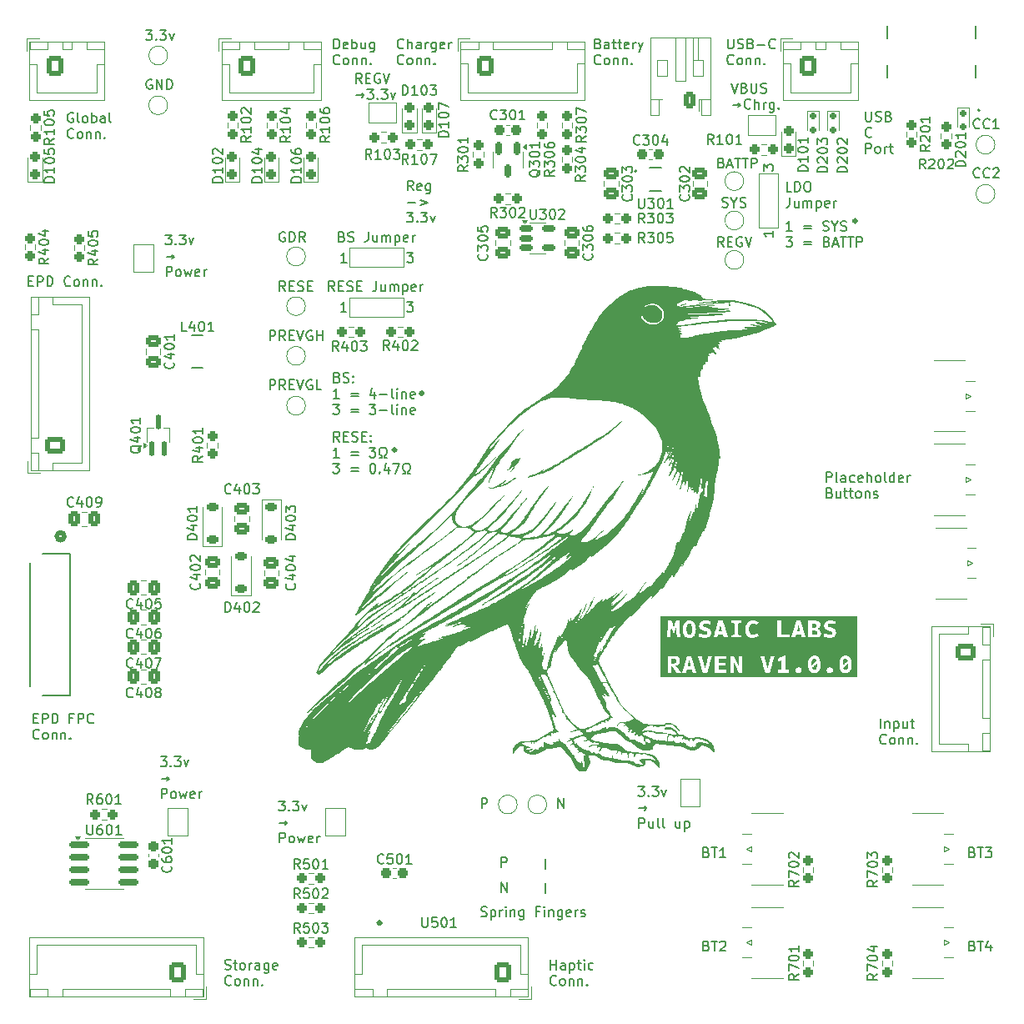
<source format=gto>
G04 #@! TF.GenerationSoftware,KiCad,Pcbnew,8.0.2*
G04 #@! TF.CreationDate,2024-10-09T18:55:05-06:00*
G04 #@! TF.ProjectId,kicad,6b696361-642e-46b6-9963-61645f706362,rev?*
G04 #@! TF.SameCoordinates,Original*
G04 #@! TF.FileFunction,Legend,Top*
G04 #@! TF.FilePolarity,Positive*
%FSLAX46Y46*%
G04 Gerber Fmt 4.6, Leading zero omitted, Abs format (unit mm)*
G04 Created by KiCad (PCBNEW 8.0.2) date 2024-10-09 18:55:05*
%MOMM*%
%LPD*%
G01*
G04 APERTURE LIST*
G04 Aperture macros list*
%AMRoundRect*
0 Rectangle with rounded corners*
0 $1 Rounding radius*
0 $2 $3 $4 $5 $6 $7 $8 $9 X,Y pos of 4 corners*
0 Add a 4 corners polygon primitive as box body*
4,1,4,$2,$3,$4,$5,$6,$7,$8,$9,$2,$3,0*
0 Add four circle primitives for the rounded corners*
1,1,$1+$1,$2,$3*
1,1,$1+$1,$4,$5*
1,1,$1+$1,$6,$7*
1,1,$1+$1,$8,$9*
0 Add four rect primitives between the rounded corners*
20,1,$1+$1,$2,$3,$4,$5,0*
20,1,$1+$1,$4,$5,$6,$7,0*
20,1,$1+$1,$6,$7,$8,$9,0*
20,1,$1+$1,$8,$9,$2,$3,0*%
%AMFreePoly0*
4,1,6,1.000000,0.000000,0.500000,-0.750000,-0.500000,-0.750000,-0.500000,0.750000,0.500000,0.750000,1.000000,0.000000,1.000000,0.000000,$1*%
%AMFreePoly1*
4,1,6,0.500000,-0.750000,-0.650000,-0.750000,-0.150000,0.000000,-0.650000,0.750000,0.500000,0.750000,0.500000,-0.750000,0.500000,-0.750000,$1*%
G04 Aperture macros list end*
%ADD10C,0.300000*%
%ADD11C,0.150000*%
%ADD12C,0.200000*%
%ADD13C,0.000000*%
%ADD14C,0.120000*%
%ADD15C,0.100000*%
%ADD16C,0.152400*%
%ADD17C,0.325000*%
%ADD18C,0.127000*%
%ADD19C,0.508000*%
%ADD20C,0.010000*%
%ADD21O,1.204000X2.004000*%
%ADD22O,1.204000X2.304000*%
%ADD23C,0.650000*%
%ADD24RoundRect,0.237500X-0.250000X-0.237500X0.250000X-0.237500X0.250000X0.237500X-0.250000X0.237500X0*%
%ADD25RoundRect,0.237500X0.237500X-0.287500X0.237500X0.287500X-0.237500X0.287500X-0.237500X-0.287500X0*%
%ADD26R,1.000000X1.800000*%
%ADD27R,0.990600X2.692400*%
%ADD28C,1.500000*%
%ADD29RoundRect,0.237500X0.250000X0.237500X-0.250000X0.237500X-0.250000X-0.237500X0.250000X-0.237500X0*%
%ADD30RoundRect,0.150000X0.200000X-0.150000X0.200000X0.150000X-0.200000X0.150000X-0.200000X-0.150000X0*%
%ADD31RoundRect,0.237500X-0.237500X0.250000X-0.237500X-0.250000X0.237500X-0.250000X0.237500X0.250000X0*%
%ADD32RoundRect,0.250000X0.350000X0.625000X-0.350000X0.625000X-0.350000X-0.625000X0.350000X-0.625000X0*%
%ADD33O,1.200000X1.750000*%
%ADD34FreePoly0,270.000000*%
%ADD35FreePoly0,90.000000*%
%ADD36R,1.500000X1.500000*%
%ADD37FreePoly1,270.000000*%
%ADD38RoundRect,0.250000X-0.475000X0.337500X-0.475000X-0.337500X0.475000X-0.337500X0.475000X0.337500X0*%
%ADD39RoundRect,0.225000X0.375000X-0.225000X0.375000X0.225000X-0.375000X0.225000X-0.375000X-0.225000X0*%
%ADD40RoundRect,0.225000X-0.375000X0.225000X-0.375000X-0.225000X0.375000X-0.225000X0.375000X0.225000X0*%
%ADD41RoundRect,0.250000X-0.600000X-0.725000X0.600000X-0.725000X0.600000X0.725000X-0.600000X0.725000X0*%
%ADD42O,1.700000X1.950000*%
%ADD43RoundRect,0.250000X0.337500X0.475000X-0.337500X0.475000X-0.337500X-0.475000X0.337500X-0.475000X0*%
%ADD44FreePoly0,180.000000*%
%ADD45FreePoly0,0.000000*%
%ADD46RoundRect,0.250000X0.725000X-0.600000X0.725000X0.600000X-0.725000X0.600000X-0.725000X-0.600000X0*%
%ADD47O,1.950000X1.700000*%
%ADD48RoundRect,0.250000X-0.600000X-0.750000X0.600000X-0.750000X0.600000X0.750000X-0.600000X0.750000X0*%
%ADD49O,1.700000X2.000000*%
%ADD50R,0.350000X0.950000*%
%ADD51R,0.950000X0.350000*%
%ADD52RoundRect,0.237500X0.237500X-0.250000X0.237500X0.250000X-0.237500X0.250000X-0.237500X-0.250000X0*%
%ADD53RoundRect,0.150000X-0.512500X-0.150000X0.512500X-0.150000X0.512500X0.150000X-0.512500X0.150000X0*%
%ADD54FreePoly1,180.000000*%
%ADD55RoundRect,0.250000X0.600000X0.725000X-0.600000X0.725000X-0.600000X-0.725000X0.600000X-0.725000X0*%
%ADD56RoundRect,0.250000X-0.725000X0.600000X-0.725000X-0.600000X0.725000X-0.600000X0.725000X0.600000X0*%
%ADD57RoundRect,0.250000X-0.337500X-0.475000X0.337500X-0.475000X0.337500X0.475000X-0.337500X0.475000X0*%
%ADD58RoundRect,0.250000X0.475000X-0.337500X0.475000X0.337500X-0.475000X0.337500X-0.475000X-0.337500X0*%
%ADD59RoundRect,0.112500X-0.112500X-0.637500X0.112500X-0.637500X0.112500X0.637500X-0.112500X0.637500X0*%
%ADD60RoundRect,0.237500X-0.300000X-0.237500X0.300000X-0.237500X0.300000X0.237500X-0.300000X0.237500X0*%
%ADD61R,0.762000X0.203200*%
%ADD62R,0.990600X1.600200*%
%ADD63RoundRect,0.150000X-0.825000X-0.150000X0.825000X-0.150000X0.825000X0.150000X-0.825000X0.150000X0*%
%ADD64R,0.838200X0.355600*%
%ADD65R,0.838200X0.406400*%
%ADD66RoundRect,0.150000X-0.150000X0.512500X-0.150000X-0.512500X0.150000X-0.512500X0.150000X0.512500X0*%
%ADD67RoundRect,0.237500X0.300000X0.237500X-0.300000X0.237500X-0.300000X-0.237500X0.300000X-0.237500X0*%
%ADD68RoundRect,0.237500X-0.237500X0.300000X-0.237500X-0.300000X0.237500X-0.300000X0.237500X0.300000X0*%
G04 APERTURE END LIST*
D10*
X178400000Y-66750000D02*
G75*
G02*
X178100000Y-66750000I-150000J0D01*
G01*
X178100000Y-66750000D02*
G75*
G02*
X178400000Y-66750000I150000J0D01*
G01*
X131650000Y-90000000D02*
G75*
G02*
X131350000Y-90000000I-150000J0D01*
G01*
X131350000Y-90000000D02*
G75*
G02*
X131650000Y-90000000I150000J0D01*
G01*
X134400000Y-84250000D02*
G75*
G02*
X134100000Y-84250000I-150000J0D01*
G01*
X134100000Y-84250000D02*
G75*
G02*
X134400000Y-84250000I150000J0D01*
G01*
D11*
X171860588Y-67759875D02*
X171289160Y-67759875D01*
X171574874Y-67759875D02*
X171574874Y-66759875D01*
X171574874Y-66759875D02*
X171479636Y-66902732D01*
X171479636Y-66902732D02*
X171384398Y-66997970D01*
X171384398Y-66997970D02*
X171289160Y-67045589D01*
X173051065Y-67236065D02*
X173812970Y-67236065D01*
X173812970Y-67521779D02*
X173051065Y-67521779D01*
X175003446Y-67712256D02*
X175146303Y-67759875D01*
X175146303Y-67759875D02*
X175384398Y-67759875D01*
X175384398Y-67759875D02*
X175479636Y-67712256D01*
X175479636Y-67712256D02*
X175527255Y-67664636D01*
X175527255Y-67664636D02*
X175574874Y-67569398D01*
X175574874Y-67569398D02*
X175574874Y-67474160D01*
X175574874Y-67474160D02*
X175527255Y-67378922D01*
X175527255Y-67378922D02*
X175479636Y-67331303D01*
X175479636Y-67331303D02*
X175384398Y-67283684D01*
X175384398Y-67283684D02*
X175193922Y-67236065D01*
X175193922Y-67236065D02*
X175098684Y-67188446D01*
X175098684Y-67188446D02*
X175051065Y-67140827D01*
X175051065Y-67140827D02*
X175003446Y-67045589D01*
X175003446Y-67045589D02*
X175003446Y-66950351D01*
X175003446Y-66950351D02*
X175051065Y-66855113D01*
X175051065Y-66855113D02*
X175098684Y-66807494D01*
X175098684Y-66807494D02*
X175193922Y-66759875D01*
X175193922Y-66759875D02*
X175432017Y-66759875D01*
X175432017Y-66759875D02*
X175574874Y-66807494D01*
X176193922Y-67283684D02*
X176193922Y-67759875D01*
X175860589Y-66759875D02*
X176193922Y-67283684D01*
X176193922Y-67283684D02*
X176527255Y-66759875D01*
X176812970Y-67712256D02*
X176955827Y-67759875D01*
X176955827Y-67759875D02*
X177193922Y-67759875D01*
X177193922Y-67759875D02*
X177289160Y-67712256D01*
X177289160Y-67712256D02*
X177336779Y-67664636D01*
X177336779Y-67664636D02*
X177384398Y-67569398D01*
X177384398Y-67569398D02*
X177384398Y-67474160D01*
X177384398Y-67474160D02*
X177336779Y-67378922D01*
X177336779Y-67378922D02*
X177289160Y-67331303D01*
X177289160Y-67331303D02*
X177193922Y-67283684D01*
X177193922Y-67283684D02*
X177003446Y-67236065D01*
X177003446Y-67236065D02*
X176908208Y-67188446D01*
X176908208Y-67188446D02*
X176860589Y-67140827D01*
X176860589Y-67140827D02*
X176812970Y-67045589D01*
X176812970Y-67045589D02*
X176812970Y-66950351D01*
X176812970Y-66950351D02*
X176860589Y-66855113D01*
X176860589Y-66855113D02*
X176908208Y-66807494D01*
X176908208Y-66807494D02*
X177003446Y-66759875D01*
X177003446Y-66759875D02*
X177241541Y-66759875D01*
X177241541Y-66759875D02*
X177384398Y-66807494D01*
X171241541Y-68369819D02*
X171860588Y-68369819D01*
X171860588Y-68369819D02*
X171527255Y-68750771D01*
X171527255Y-68750771D02*
X171670112Y-68750771D01*
X171670112Y-68750771D02*
X171765350Y-68798390D01*
X171765350Y-68798390D02*
X171812969Y-68846009D01*
X171812969Y-68846009D02*
X171860588Y-68941247D01*
X171860588Y-68941247D02*
X171860588Y-69179342D01*
X171860588Y-69179342D02*
X171812969Y-69274580D01*
X171812969Y-69274580D02*
X171765350Y-69322200D01*
X171765350Y-69322200D02*
X171670112Y-69369819D01*
X171670112Y-69369819D02*
X171384398Y-69369819D01*
X171384398Y-69369819D02*
X171289160Y-69322200D01*
X171289160Y-69322200D02*
X171241541Y-69274580D01*
X173051065Y-68846009D02*
X173812970Y-68846009D01*
X173812970Y-69131723D02*
X173051065Y-69131723D01*
X175384398Y-68846009D02*
X175527255Y-68893628D01*
X175527255Y-68893628D02*
X175574874Y-68941247D01*
X175574874Y-68941247D02*
X175622493Y-69036485D01*
X175622493Y-69036485D02*
X175622493Y-69179342D01*
X175622493Y-69179342D02*
X175574874Y-69274580D01*
X175574874Y-69274580D02*
X175527255Y-69322200D01*
X175527255Y-69322200D02*
X175432017Y-69369819D01*
X175432017Y-69369819D02*
X175051065Y-69369819D01*
X175051065Y-69369819D02*
X175051065Y-68369819D01*
X175051065Y-68369819D02*
X175384398Y-68369819D01*
X175384398Y-68369819D02*
X175479636Y-68417438D01*
X175479636Y-68417438D02*
X175527255Y-68465057D01*
X175527255Y-68465057D02*
X175574874Y-68560295D01*
X175574874Y-68560295D02*
X175574874Y-68655533D01*
X175574874Y-68655533D02*
X175527255Y-68750771D01*
X175527255Y-68750771D02*
X175479636Y-68798390D01*
X175479636Y-68798390D02*
X175384398Y-68846009D01*
X175384398Y-68846009D02*
X175051065Y-68846009D01*
X176003446Y-69084104D02*
X176479636Y-69084104D01*
X175908208Y-69369819D02*
X176241541Y-68369819D01*
X176241541Y-68369819D02*
X176574874Y-69369819D01*
X176765351Y-68369819D02*
X177336779Y-68369819D01*
X177051065Y-69369819D02*
X177051065Y-68369819D01*
X177527256Y-68369819D02*
X178098684Y-68369819D01*
X177812970Y-69369819D02*
X177812970Y-68369819D01*
X178432018Y-69369819D02*
X178432018Y-68369819D01*
X178432018Y-68369819D02*
X178812970Y-68369819D01*
X178812970Y-68369819D02*
X178908208Y-68417438D01*
X178908208Y-68417438D02*
X178955827Y-68465057D01*
X178955827Y-68465057D02*
X179003446Y-68560295D01*
X179003446Y-68560295D02*
X179003446Y-68703152D01*
X179003446Y-68703152D02*
X178955827Y-68798390D01*
X178955827Y-68798390D02*
X178908208Y-68846009D01*
X178908208Y-68846009D02*
X178812970Y-68893628D01*
X178812970Y-68893628D02*
X178432018Y-68893628D01*
X171812969Y-63759875D02*
X171336779Y-63759875D01*
X171336779Y-63759875D02*
X171336779Y-62759875D01*
X172146303Y-63759875D02*
X172146303Y-62759875D01*
X172146303Y-62759875D02*
X172384398Y-62759875D01*
X172384398Y-62759875D02*
X172527255Y-62807494D01*
X172527255Y-62807494D02*
X172622493Y-62902732D01*
X172622493Y-62902732D02*
X172670112Y-62997970D01*
X172670112Y-62997970D02*
X172717731Y-63188446D01*
X172717731Y-63188446D02*
X172717731Y-63331303D01*
X172717731Y-63331303D02*
X172670112Y-63521779D01*
X172670112Y-63521779D02*
X172622493Y-63617017D01*
X172622493Y-63617017D02*
X172527255Y-63712256D01*
X172527255Y-63712256D02*
X172384398Y-63759875D01*
X172384398Y-63759875D02*
X172146303Y-63759875D01*
X173336779Y-62759875D02*
X173527255Y-62759875D01*
X173527255Y-62759875D02*
X173622493Y-62807494D01*
X173622493Y-62807494D02*
X173717731Y-62902732D01*
X173717731Y-62902732D02*
X173765350Y-63093208D01*
X173765350Y-63093208D02*
X173765350Y-63426541D01*
X173765350Y-63426541D02*
X173717731Y-63617017D01*
X173717731Y-63617017D02*
X173622493Y-63712256D01*
X173622493Y-63712256D02*
X173527255Y-63759875D01*
X173527255Y-63759875D02*
X173336779Y-63759875D01*
X173336779Y-63759875D02*
X173241541Y-63712256D01*
X173241541Y-63712256D02*
X173146303Y-63617017D01*
X173146303Y-63617017D02*
X173098684Y-63426541D01*
X173098684Y-63426541D02*
X173098684Y-63093208D01*
X173098684Y-63093208D02*
X173146303Y-62902732D01*
X173146303Y-62902732D02*
X173241541Y-62807494D01*
X173241541Y-62807494D02*
X173336779Y-62759875D01*
X171622493Y-64369819D02*
X171622493Y-65084104D01*
X171622493Y-65084104D02*
X171574874Y-65226961D01*
X171574874Y-65226961D02*
X171479636Y-65322200D01*
X171479636Y-65322200D02*
X171336779Y-65369819D01*
X171336779Y-65369819D02*
X171241541Y-65369819D01*
X172527255Y-64703152D02*
X172527255Y-65369819D01*
X172098684Y-64703152D02*
X172098684Y-65226961D01*
X172098684Y-65226961D02*
X172146303Y-65322200D01*
X172146303Y-65322200D02*
X172241541Y-65369819D01*
X172241541Y-65369819D02*
X172384398Y-65369819D01*
X172384398Y-65369819D02*
X172479636Y-65322200D01*
X172479636Y-65322200D02*
X172527255Y-65274580D01*
X173003446Y-65369819D02*
X173003446Y-64703152D01*
X173003446Y-64798390D02*
X173051065Y-64750771D01*
X173051065Y-64750771D02*
X173146303Y-64703152D01*
X173146303Y-64703152D02*
X173289160Y-64703152D01*
X173289160Y-64703152D02*
X173384398Y-64750771D01*
X173384398Y-64750771D02*
X173432017Y-64846009D01*
X173432017Y-64846009D02*
X173432017Y-65369819D01*
X173432017Y-64846009D02*
X173479636Y-64750771D01*
X173479636Y-64750771D02*
X173574874Y-64703152D01*
X173574874Y-64703152D02*
X173717731Y-64703152D01*
X173717731Y-64703152D02*
X173812970Y-64750771D01*
X173812970Y-64750771D02*
X173860589Y-64846009D01*
X173860589Y-64846009D02*
X173860589Y-65369819D01*
X174336779Y-64703152D02*
X174336779Y-65703152D01*
X174336779Y-64750771D02*
X174432017Y-64703152D01*
X174432017Y-64703152D02*
X174622493Y-64703152D01*
X174622493Y-64703152D02*
X174717731Y-64750771D01*
X174717731Y-64750771D02*
X174765350Y-64798390D01*
X174765350Y-64798390D02*
X174812969Y-64893628D01*
X174812969Y-64893628D02*
X174812969Y-65179342D01*
X174812969Y-65179342D02*
X174765350Y-65274580D01*
X174765350Y-65274580D02*
X174717731Y-65322200D01*
X174717731Y-65322200D02*
X174622493Y-65369819D01*
X174622493Y-65369819D02*
X174432017Y-65369819D01*
X174432017Y-65369819D02*
X174336779Y-65322200D01*
X175622493Y-65322200D02*
X175527255Y-65369819D01*
X175527255Y-65369819D02*
X175336779Y-65369819D01*
X175336779Y-65369819D02*
X175241541Y-65322200D01*
X175241541Y-65322200D02*
X175193922Y-65226961D01*
X175193922Y-65226961D02*
X175193922Y-64846009D01*
X175193922Y-64846009D02*
X175241541Y-64750771D01*
X175241541Y-64750771D02*
X175336779Y-64703152D01*
X175336779Y-64703152D02*
X175527255Y-64703152D01*
X175527255Y-64703152D02*
X175622493Y-64750771D01*
X175622493Y-64750771D02*
X175670112Y-64846009D01*
X175670112Y-64846009D02*
X175670112Y-64941247D01*
X175670112Y-64941247D02*
X175193922Y-65036485D01*
X176098684Y-65369819D02*
X176098684Y-64703152D01*
X176098684Y-64893628D02*
X176146303Y-64798390D01*
X176146303Y-64798390D02*
X176193922Y-64750771D01*
X176193922Y-64750771D02*
X176289160Y-64703152D01*
X176289160Y-64703152D02*
X176384398Y-64703152D01*
X128158207Y-52759875D02*
X127824874Y-52283684D01*
X127586779Y-52759875D02*
X127586779Y-51759875D01*
X127586779Y-51759875D02*
X127967731Y-51759875D01*
X127967731Y-51759875D02*
X128062969Y-51807494D01*
X128062969Y-51807494D02*
X128110588Y-51855113D01*
X128110588Y-51855113D02*
X128158207Y-51950351D01*
X128158207Y-51950351D02*
X128158207Y-52093208D01*
X128158207Y-52093208D02*
X128110588Y-52188446D01*
X128110588Y-52188446D02*
X128062969Y-52236065D01*
X128062969Y-52236065D02*
X127967731Y-52283684D01*
X127967731Y-52283684D02*
X127586779Y-52283684D01*
X128586779Y-52236065D02*
X128920112Y-52236065D01*
X129062969Y-52759875D02*
X128586779Y-52759875D01*
X128586779Y-52759875D02*
X128586779Y-51759875D01*
X128586779Y-51759875D02*
X129062969Y-51759875D01*
X130015350Y-51807494D02*
X129920112Y-51759875D01*
X129920112Y-51759875D02*
X129777255Y-51759875D01*
X129777255Y-51759875D02*
X129634398Y-51807494D01*
X129634398Y-51807494D02*
X129539160Y-51902732D01*
X129539160Y-51902732D02*
X129491541Y-51997970D01*
X129491541Y-51997970D02*
X129443922Y-52188446D01*
X129443922Y-52188446D02*
X129443922Y-52331303D01*
X129443922Y-52331303D02*
X129491541Y-52521779D01*
X129491541Y-52521779D02*
X129539160Y-52617017D01*
X129539160Y-52617017D02*
X129634398Y-52712256D01*
X129634398Y-52712256D02*
X129777255Y-52759875D01*
X129777255Y-52759875D02*
X129872493Y-52759875D01*
X129872493Y-52759875D02*
X130015350Y-52712256D01*
X130015350Y-52712256D02*
X130062969Y-52664636D01*
X130062969Y-52664636D02*
X130062969Y-52331303D01*
X130062969Y-52331303D02*
X129872493Y-52331303D01*
X130348684Y-51759875D02*
X130682017Y-52759875D01*
X130682017Y-52759875D02*
X131015350Y-51759875D01*
X127586779Y-53988866D02*
X128348684Y-53988866D01*
X128158207Y-54179342D02*
X128348684Y-53988866D01*
X128348684Y-53988866D02*
X128158207Y-53798390D01*
X128729636Y-53369819D02*
X129348683Y-53369819D01*
X129348683Y-53369819D02*
X129015350Y-53750771D01*
X129015350Y-53750771D02*
X129158207Y-53750771D01*
X129158207Y-53750771D02*
X129253445Y-53798390D01*
X129253445Y-53798390D02*
X129301064Y-53846009D01*
X129301064Y-53846009D02*
X129348683Y-53941247D01*
X129348683Y-53941247D02*
X129348683Y-54179342D01*
X129348683Y-54179342D02*
X129301064Y-54274580D01*
X129301064Y-54274580D02*
X129253445Y-54322200D01*
X129253445Y-54322200D02*
X129158207Y-54369819D01*
X129158207Y-54369819D02*
X128872493Y-54369819D01*
X128872493Y-54369819D02*
X128777255Y-54322200D01*
X128777255Y-54322200D02*
X128729636Y-54274580D01*
X129777255Y-54274580D02*
X129824874Y-54322200D01*
X129824874Y-54322200D02*
X129777255Y-54369819D01*
X129777255Y-54369819D02*
X129729636Y-54322200D01*
X129729636Y-54322200D02*
X129777255Y-54274580D01*
X129777255Y-54274580D02*
X129777255Y-54369819D01*
X130158207Y-53369819D02*
X130777254Y-53369819D01*
X130777254Y-53369819D02*
X130443921Y-53750771D01*
X130443921Y-53750771D02*
X130586778Y-53750771D01*
X130586778Y-53750771D02*
X130682016Y-53798390D01*
X130682016Y-53798390D02*
X130729635Y-53846009D01*
X130729635Y-53846009D02*
X130777254Y-53941247D01*
X130777254Y-53941247D02*
X130777254Y-54179342D01*
X130777254Y-54179342D02*
X130729635Y-54274580D01*
X130729635Y-54274580D02*
X130682016Y-54322200D01*
X130682016Y-54322200D02*
X130586778Y-54369819D01*
X130586778Y-54369819D02*
X130301064Y-54369819D01*
X130301064Y-54369819D02*
X130205826Y-54322200D01*
X130205826Y-54322200D02*
X130158207Y-54274580D01*
X131110588Y-53703152D02*
X131348683Y-54369819D01*
X131348683Y-54369819D02*
X131586778Y-53703152D01*
X125408207Y-73869819D02*
X125074874Y-73393628D01*
X124836779Y-73869819D02*
X124836779Y-72869819D01*
X124836779Y-72869819D02*
X125217731Y-72869819D01*
X125217731Y-72869819D02*
X125312969Y-72917438D01*
X125312969Y-72917438D02*
X125360588Y-72965057D01*
X125360588Y-72965057D02*
X125408207Y-73060295D01*
X125408207Y-73060295D02*
X125408207Y-73203152D01*
X125408207Y-73203152D02*
X125360588Y-73298390D01*
X125360588Y-73298390D02*
X125312969Y-73346009D01*
X125312969Y-73346009D02*
X125217731Y-73393628D01*
X125217731Y-73393628D02*
X124836779Y-73393628D01*
X125836779Y-73346009D02*
X126170112Y-73346009D01*
X126312969Y-73869819D02*
X125836779Y-73869819D01*
X125836779Y-73869819D02*
X125836779Y-72869819D01*
X125836779Y-72869819D02*
X126312969Y-72869819D01*
X126693922Y-73822200D02*
X126836779Y-73869819D01*
X126836779Y-73869819D02*
X127074874Y-73869819D01*
X127074874Y-73869819D02*
X127170112Y-73822200D01*
X127170112Y-73822200D02*
X127217731Y-73774580D01*
X127217731Y-73774580D02*
X127265350Y-73679342D01*
X127265350Y-73679342D02*
X127265350Y-73584104D01*
X127265350Y-73584104D02*
X127217731Y-73488866D01*
X127217731Y-73488866D02*
X127170112Y-73441247D01*
X127170112Y-73441247D02*
X127074874Y-73393628D01*
X127074874Y-73393628D02*
X126884398Y-73346009D01*
X126884398Y-73346009D02*
X126789160Y-73298390D01*
X126789160Y-73298390D02*
X126741541Y-73250771D01*
X126741541Y-73250771D02*
X126693922Y-73155533D01*
X126693922Y-73155533D02*
X126693922Y-73060295D01*
X126693922Y-73060295D02*
X126741541Y-72965057D01*
X126741541Y-72965057D02*
X126789160Y-72917438D01*
X126789160Y-72917438D02*
X126884398Y-72869819D01*
X126884398Y-72869819D02*
X127122493Y-72869819D01*
X127122493Y-72869819D02*
X127265350Y-72917438D01*
X127693922Y-73346009D02*
X128027255Y-73346009D01*
X128170112Y-73869819D02*
X127693922Y-73869819D01*
X127693922Y-73869819D02*
X127693922Y-72869819D01*
X127693922Y-72869819D02*
X128170112Y-72869819D01*
X129646303Y-72869819D02*
X129646303Y-73584104D01*
X129646303Y-73584104D02*
X129598684Y-73726961D01*
X129598684Y-73726961D02*
X129503446Y-73822200D01*
X129503446Y-73822200D02*
X129360589Y-73869819D01*
X129360589Y-73869819D02*
X129265351Y-73869819D01*
X130551065Y-73203152D02*
X130551065Y-73869819D01*
X130122494Y-73203152D02*
X130122494Y-73726961D01*
X130122494Y-73726961D02*
X130170113Y-73822200D01*
X130170113Y-73822200D02*
X130265351Y-73869819D01*
X130265351Y-73869819D02*
X130408208Y-73869819D01*
X130408208Y-73869819D02*
X130503446Y-73822200D01*
X130503446Y-73822200D02*
X130551065Y-73774580D01*
X131027256Y-73869819D02*
X131027256Y-73203152D01*
X131027256Y-73298390D02*
X131074875Y-73250771D01*
X131074875Y-73250771D02*
X131170113Y-73203152D01*
X131170113Y-73203152D02*
X131312970Y-73203152D01*
X131312970Y-73203152D02*
X131408208Y-73250771D01*
X131408208Y-73250771D02*
X131455827Y-73346009D01*
X131455827Y-73346009D02*
X131455827Y-73869819D01*
X131455827Y-73346009D02*
X131503446Y-73250771D01*
X131503446Y-73250771D02*
X131598684Y-73203152D01*
X131598684Y-73203152D02*
X131741541Y-73203152D01*
X131741541Y-73203152D02*
X131836780Y-73250771D01*
X131836780Y-73250771D02*
X131884399Y-73346009D01*
X131884399Y-73346009D02*
X131884399Y-73869819D01*
X132360589Y-73203152D02*
X132360589Y-74203152D01*
X132360589Y-73250771D02*
X132455827Y-73203152D01*
X132455827Y-73203152D02*
X132646303Y-73203152D01*
X132646303Y-73203152D02*
X132741541Y-73250771D01*
X132741541Y-73250771D02*
X132789160Y-73298390D01*
X132789160Y-73298390D02*
X132836779Y-73393628D01*
X132836779Y-73393628D02*
X132836779Y-73679342D01*
X132836779Y-73679342D02*
X132789160Y-73774580D01*
X132789160Y-73774580D02*
X132741541Y-73822200D01*
X132741541Y-73822200D02*
X132646303Y-73869819D01*
X132646303Y-73869819D02*
X132455827Y-73869819D01*
X132455827Y-73869819D02*
X132360589Y-73822200D01*
X133646303Y-73822200D02*
X133551065Y-73869819D01*
X133551065Y-73869819D02*
X133360589Y-73869819D01*
X133360589Y-73869819D02*
X133265351Y-73822200D01*
X133265351Y-73822200D02*
X133217732Y-73726961D01*
X133217732Y-73726961D02*
X133217732Y-73346009D01*
X133217732Y-73346009D02*
X133265351Y-73250771D01*
X133265351Y-73250771D02*
X133360589Y-73203152D01*
X133360589Y-73203152D02*
X133551065Y-73203152D01*
X133551065Y-73203152D02*
X133646303Y-73250771D01*
X133646303Y-73250771D02*
X133693922Y-73346009D01*
X133693922Y-73346009D02*
X133693922Y-73441247D01*
X133693922Y-73441247D02*
X133217732Y-73536485D01*
X134122494Y-73869819D02*
X134122494Y-73203152D01*
X134122494Y-73393628D02*
X134170113Y-73298390D01*
X134170113Y-73298390D02*
X134217732Y-73250771D01*
X134217732Y-73250771D02*
X134312970Y-73203152D01*
X134312970Y-73203152D02*
X134408208Y-73203152D01*
X126170112Y-68346009D02*
X126312969Y-68393628D01*
X126312969Y-68393628D02*
X126360588Y-68441247D01*
X126360588Y-68441247D02*
X126408207Y-68536485D01*
X126408207Y-68536485D02*
X126408207Y-68679342D01*
X126408207Y-68679342D02*
X126360588Y-68774580D01*
X126360588Y-68774580D02*
X126312969Y-68822200D01*
X126312969Y-68822200D02*
X126217731Y-68869819D01*
X126217731Y-68869819D02*
X125836779Y-68869819D01*
X125836779Y-68869819D02*
X125836779Y-67869819D01*
X125836779Y-67869819D02*
X126170112Y-67869819D01*
X126170112Y-67869819D02*
X126265350Y-67917438D01*
X126265350Y-67917438D02*
X126312969Y-67965057D01*
X126312969Y-67965057D02*
X126360588Y-68060295D01*
X126360588Y-68060295D02*
X126360588Y-68155533D01*
X126360588Y-68155533D02*
X126312969Y-68250771D01*
X126312969Y-68250771D02*
X126265350Y-68298390D01*
X126265350Y-68298390D02*
X126170112Y-68346009D01*
X126170112Y-68346009D02*
X125836779Y-68346009D01*
X126789160Y-68822200D02*
X126932017Y-68869819D01*
X126932017Y-68869819D02*
X127170112Y-68869819D01*
X127170112Y-68869819D02*
X127265350Y-68822200D01*
X127265350Y-68822200D02*
X127312969Y-68774580D01*
X127312969Y-68774580D02*
X127360588Y-68679342D01*
X127360588Y-68679342D02*
X127360588Y-68584104D01*
X127360588Y-68584104D02*
X127312969Y-68488866D01*
X127312969Y-68488866D02*
X127265350Y-68441247D01*
X127265350Y-68441247D02*
X127170112Y-68393628D01*
X127170112Y-68393628D02*
X126979636Y-68346009D01*
X126979636Y-68346009D02*
X126884398Y-68298390D01*
X126884398Y-68298390D02*
X126836779Y-68250771D01*
X126836779Y-68250771D02*
X126789160Y-68155533D01*
X126789160Y-68155533D02*
X126789160Y-68060295D01*
X126789160Y-68060295D02*
X126836779Y-67965057D01*
X126836779Y-67965057D02*
X126884398Y-67917438D01*
X126884398Y-67917438D02*
X126979636Y-67869819D01*
X126979636Y-67869819D02*
X127217731Y-67869819D01*
X127217731Y-67869819D02*
X127360588Y-67917438D01*
X128836779Y-67869819D02*
X128836779Y-68584104D01*
X128836779Y-68584104D02*
X128789160Y-68726961D01*
X128789160Y-68726961D02*
X128693922Y-68822200D01*
X128693922Y-68822200D02*
X128551065Y-68869819D01*
X128551065Y-68869819D02*
X128455827Y-68869819D01*
X129741541Y-68203152D02*
X129741541Y-68869819D01*
X129312970Y-68203152D02*
X129312970Y-68726961D01*
X129312970Y-68726961D02*
X129360589Y-68822200D01*
X129360589Y-68822200D02*
X129455827Y-68869819D01*
X129455827Y-68869819D02*
X129598684Y-68869819D01*
X129598684Y-68869819D02*
X129693922Y-68822200D01*
X129693922Y-68822200D02*
X129741541Y-68774580D01*
X130217732Y-68869819D02*
X130217732Y-68203152D01*
X130217732Y-68298390D02*
X130265351Y-68250771D01*
X130265351Y-68250771D02*
X130360589Y-68203152D01*
X130360589Y-68203152D02*
X130503446Y-68203152D01*
X130503446Y-68203152D02*
X130598684Y-68250771D01*
X130598684Y-68250771D02*
X130646303Y-68346009D01*
X130646303Y-68346009D02*
X130646303Y-68869819D01*
X130646303Y-68346009D02*
X130693922Y-68250771D01*
X130693922Y-68250771D02*
X130789160Y-68203152D01*
X130789160Y-68203152D02*
X130932017Y-68203152D01*
X130932017Y-68203152D02*
X131027256Y-68250771D01*
X131027256Y-68250771D02*
X131074875Y-68346009D01*
X131074875Y-68346009D02*
X131074875Y-68869819D01*
X131551065Y-68203152D02*
X131551065Y-69203152D01*
X131551065Y-68250771D02*
X131646303Y-68203152D01*
X131646303Y-68203152D02*
X131836779Y-68203152D01*
X131836779Y-68203152D02*
X131932017Y-68250771D01*
X131932017Y-68250771D02*
X131979636Y-68298390D01*
X131979636Y-68298390D02*
X132027255Y-68393628D01*
X132027255Y-68393628D02*
X132027255Y-68679342D01*
X132027255Y-68679342D02*
X131979636Y-68774580D01*
X131979636Y-68774580D02*
X131932017Y-68822200D01*
X131932017Y-68822200D02*
X131836779Y-68869819D01*
X131836779Y-68869819D02*
X131646303Y-68869819D01*
X131646303Y-68869819D02*
X131551065Y-68822200D01*
X132836779Y-68822200D02*
X132741541Y-68869819D01*
X132741541Y-68869819D02*
X132551065Y-68869819D01*
X132551065Y-68869819D02*
X132455827Y-68822200D01*
X132455827Y-68822200D02*
X132408208Y-68726961D01*
X132408208Y-68726961D02*
X132408208Y-68346009D01*
X132408208Y-68346009D02*
X132455827Y-68250771D01*
X132455827Y-68250771D02*
X132551065Y-68203152D01*
X132551065Y-68203152D02*
X132741541Y-68203152D01*
X132741541Y-68203152D02*
X132836779Y-68250771D01*
X132836779Y-68250771D02*
X132884398Y-68346009D01*
X132884398Y-68346009D02*
X132884398Y-68441247D01*
X132884398Y-68441247D02*
X132408208Y-68536485D01*
X133312970Y-68869819D02*
X133312970Y-68203152D01*
X133312970Y-68393628D02*
X133360589Y-68298390D01*
X133360589Y-68298390D02*
X133408208Y-68250771D01*
X133408208Y-68250771D02*
X133503446Y-68203152D01*
X133503446Y-68203152D02*
X133598684Y-68203152D01*
X118836779Y-83869819D02*
X118836779Y-82869819D01*
X118836779Y-82869819D02*
X119217731Y-82869819D01*
X119217731Y-82869819D02*
X119312969Y-82917438D01*
X119312969Y-82917438D02*
X119360588Y-82965057D01*
X119360588Y-82965057D02*
X119408207Y-83060295D01*
X119408207Y-83060295D02*
X119408207Y-83203152D01*
X119408207Y-83203152D02*
X119360588Y-83298390D01*
X119360588Y-83298390D02*
X119312969Y-83346009D01*
X119312969Y-83346009D02*
X119217731Y-83393628D01*
X119217731Y-83393628D02*
X118836779Y-83393628D01*
X120408207Y-83869819D02*
X120074874Y-83393628D01*
X119836779Y-83869819D02*
X119836779Y-82869819D01*
X119836779Y-82869819D02*
X120217731Y-82869819D01*
X120217731Y-82869819D02*
X120312969Y-82917438D01*
X120312969Y-82917438D02*
X120360588Y-82965057D01*
X120360588Y-82965057D02*
X120408207Y-83060295D01*
X120408207Y-83060295D02*
X120408207Y-83203152D01*
X120408207Y-83203152D02*
X120360588Y-83298390D01*
X120360588Y-83298390D02*
X120312969Y-83346009D01*
X120312969Y-83346009D02*
X120217731Y-83393628D01*
X120217731Y-83393628D02*
X119836779Y-83393628D01*
X120836779Y-83346009D02*
X121170112Y-83346009D01*
X121312969Y-83869819D02*
X120836779Y-83869819D01*
X120836779Y-83869819D02*
X120836779Y-82869819D01*
X120836779Y-82869819D02*
X121312969Y-82869819D01*
X121598684Y-82869819D02*
X121932017Y-83869819D01*
X121932017Y-83869819D02*
X122265350Y-82869819D01*
X123122493Y-82917438D02*
X123027255Y-82869819D01*
X123027255Y-82869819D02*
X122884398Y-82869819D01*
X122884398Y-82869819D02*
X122741541Y-82917438D01*
X122741541Y-82917438D02*
X122646303Y-83012676D01*
X122646303Y-83012676D02*
X122598684Y-83107914D01*
X122598684Y-83107914D02*
X122551065Y-83298390D01*
X122551065Y-83298390D02*
X122551065Y-83441247D01*
X122551065Y-83441247D02*
X122598684Y-83631723D01*
X122598684Y-83631723D02*
X122646303Y-83726961D01*
X122646303Y-83726961D02*
X122741541Y-83822200D01*
X122741541Y-83822200D02*
X122884398Y-83869819D01*
X122884398Y-83869819D02*
X122979636Y-83869819D01*
X122979636Y-83869819D02*
X123122493Y-83822200D01*
X123122493Y-83822200D02*
X123170112Y-83774580D01*
X123170112Y-83774580D02*
X123170112Y-83441247D01*
X123170112Y-83441247D02*
X122979636Y-83441247D01*
X124074874Y-83869819D02*
X123598684Y-83869819D01*
X123598684Y-83869819D02*
X123598684Y-82869819D01*
X120360588Y-67917438D02*
X120265350Y-67869819D01*
X120265350Y-67869819D02*
X120122493Y-67869819D01*
X120122493Y-67869819D02*
X119979636Y-67917438D01*
X119979636Y-67917438D02*
X119884398Y-68012676D01*
X119884398Y-68012676D02*
X119836779Y-68107914D01*
X119836779Y-68107914D02*
X119789160Y-68298390D01*
X119789160Y-68298390D02*
X119789160Y-68441247D01*
X119789160Y-68441247D02*
X119836779Y-68631723D01*
X119836779Y-68631723D02*
X119884398Y-68726961D01*
X119884398Y-68726961D02*
X119979636Y-68822200D01*
X119979636Y-68822200D02*
X120122493Y-68869819D01*
X120122493Y-68869819D02*
X120217731Y-68869819D01*
X120217731Y-68869819D02*
X120360588Y-68822200D01*
X120360588Y-68822200D02*
X120408207Y-68774580D01*
X120408207Y-68774580D02*
X120408207Y-68441247D01*
X120408207Y-68441247D02*
X120217731Y-68441247D01*
X120836779Y-68869819D02*
X120836779Y-67869819D01*
X120836779Y-67869819D02*
X121074874Y-67869819D01*
X121074874Y-67869819D02*
X121217731Y-67917438D01*
X121217731Y-67917438D02*
X121312969Y-68012676D01*
X121312969Y-68012676D02*
X121360588Y-68107914D01*
X121360588Y-68107914D02*
X121408207Y-68298390D01*
X121408207Y-68298390D02*
X121408207Y-68441247D01*
X121408207Y-68441247D02*
X121360588Y-68631723D01*
X121360588Y-68631723D02*
X121312969Y-68726961D01*
X121312969Y-68726961D02*
X121217731Y-68822200D01*
X121217731Y-68822200D02*
X121074874Y-68869819D01*
X121074874Y-68869819D02*
X120836779Y-68869819D01*
X122408207Y-68869819D02*
X122074874Y-68393628D01*
X121836779Y-68869819D02*
X121836779Y-67869819D01*
X121836779Y-67869819D02*
X122217731Y-67869819D01*
X122217731Y-67869819D02*
X122312969Y-67917438D01*
X122312969Y-67917438D02*
X122360588Y-67965057D01*
X122360588Y-67965057D02*
X122408207Y-68060295D01*
X122408207Y-68060295D02*
X122408207Y-68203152D01*
X122408207Y-68203152D02*
X122360588Y-68298390D01*
X122360588Y-68298390D02*
X122312969Y-68346009D01*
X122312969Y-68346009D02*
X122217731Y-68393628D01*
X122217731Y-68393628D02*
X121836779Y-68393628D01*
X98860588Y-55807494D02*
X98765350Y-55759875D01*
X98765350Y-55759875D02*
X98622493Y-55759875D01*
X98622493Y-55759875D02*
X98479636Y-55807494D01*
X98479636Y-55807494D02*
X98384398Y-55902732D01*
X98384398Y-55902732D02*
X98336779Y-55997970D01*
X98336779Y-55997970D02*
X98289160Y-56188446D01*
X98289160Y-56188446D02*
X98289160Y-56331303D01*
X98289160Y-56331303D02*
X98336779Y-56521779D01*
X98336779Y-56521779D02*
X98384398Y-56617017D01*
X98384398Y-56617017D02*
X98479636Y-56712256D01*
X98479636Y-56712256D02*
X98622493Y-56759875D01*
X98622493Y-56759875D02*
X98717731Y-56759875D01*
X98717731Y-56759875D02*
X98860588Y-56712256D01*
X98860588Y-56712256D02*
X98908207Y-56664636D01*
X98908207Y-56664636D02*
X98908207Y-56331303D01*
X98908207Y-56331303D02*
X98717731Y-56331303D01*
X99479636Y-56759875D02*
X99384398Y-56712256D01*
X99384398Y-56712256D02*
X99336779Y-56617017D01*
X99336779Y-56617017D02*
X99336779Y-55759875D01*
X100003446Y-56759875D02*
X99908208Y-56712256D01*
X99908208Y-56712256D02*
X99860589Y-56664636D01*
X99860589Y-56664636D02*
X99812970Y-56569398D01*
X99812970Y-56569398D02*
X99812970Y-56283684D01*
X99812970Y-56283684D02*
X99860589Y-56188446D01*
X99860589Y-56188446D02*
X99908208Y-56140827D01*
X99908208Y-56140827D02*
X100003446Y-56093208D01*
X100003446Y-56093208D02*
X100146303Y-56093208D01*
X100146303Y-56093208D02*
X100241541Y-56140827D01*
X100241541Y-56140827D02*
X100289160Y-56188446D01*
X100289160Y-56188446D02*
X100336779Y-56283684D01*
X100336779Y-56283684D02*
X100336779Y-56569398D01*
X100336779Y-56569398D02*
X100289160Y-56664636D01*
X100289160Y-56664636D02*
X100241541Y-56712256D01*
X100241541Y-56712256D02*
X100146303Y-56759875D01*
X100146303Y-56759875D02*
X100003446Y-56759875D01*
X100765351Y-56759875D02*
X100765351Y-55759875D01*
X100765351Y-56140827D02*
X100860589Y-56093208D01*
X100860589Y-56093208D02*
X101051065Y-56093208D01*
X101051065Y-56093208D02*
X101146303Y-56140827D01*
X101146303Y-56140827D02*
X101193922Y-56188446D01*
X101193922Y-56188446D02*
X101241541Y-56283684D01*
X101241541Y-56283684D02*
X101241541Y-56569398D01*
X101241541Y-56569398D02*
X101193922Y-56664636D01*
X101193922Y-56664636D02*
X101146303Y-56712256D01*
X101146303Y-56712256D02*
X101051065Y-56759875D01*
X101051065Y-56759875D02*
X100860589Y-56759875D01*
X100860589Y-56759875D02*
X100765351Y-56712256D01*
X102098684Y-56759875D02*
X102098684Y-56236065D01*
X102098684Y-56236065D02*
X102051065Y-56140827D01*
X102051065Y-56140827D02*
X101955827Y-56093208D01*
X101955827Y-56093208D02*
X101765351Y-56093208D01*
X101765351Y-56093208D02*
X101670113Y-56140827D01*
X102098684Y-56712256D02*
X102003446Y-56759875D01*
X102003446Y-56759875D02*
X101765351Y-56759875D01*
X101765351Y-56759875D02*
X101670113Y-56712256D01*
X101670113Y-56712256D02*
X101622494Y-56617017D01*
X101622494Y-56617017D02*
X101622494Y-56521779D01*
X101622494Y-56521779D02*
X101670113Y-56426541D01*
X101670113Y-56426541D02*
X101765351Y-56378922D01*
X101765351Y-56378922D02*
X102003446Y-56378922D01*
X102003446Y-56378922D02*
X102098684Y-56331303D01*
X102717732Y-56759875D02*
X102622494Y-56712256D01*
X102622494Y-56712256D02*
X102574875Y-56617017D01*
X102574875Y-56617017D02*
X102574875Y-55759875D01*
X98908207Y-58274580D02*
X98860588Y-58322200D01*
X98860588Y-58322200D02*
X98717731Y-58369819D01*
X98717731Y-58369819D02*
X98622493Y-58369819D01*
X98622493Y-58369819D02*
X98479636Y-58322200D01*
X98479636Y-58322200D02*
X98384398Y-58226961D01*
X98384398Y-58226961D02*
X98336779Y-58131723D01*
X98336779Y-58131723D02*
X98289160Y-57941247D01*
X98289160Y-57941247D02*
X98289160Y-57798390D01*
X98289160Y-57798390D02*
X98336779Y-57607914D01*
X98336779Y-57607914D02*
X98384398Y-57512676D01*
X98384398Y-57512676D02*
X98479636Y-57417438D01*
X98479636Y-57417438D02*
X98622493Y-57369819D01*
X98622493Y-57369819D02*
X98717731Y-57369819D01*
X98717731Y-57369819D02*
X98860588Y-57417438D01*
X98860588Y-57417438D02*
X98908207Y-57465057D01*
X99479636Y-58369819D02*
X99384398Y-58322200D01*
X99384398Y-58322200D02*
X99336779Y-58274580D01*
X99336779Y-58274580D02*
X99289160Y-58179342D01*
X99289160Y-58179342D02*
X99289160Y-57893628D01*
X99289160Y-57893628D02*
X99336779Y-57798390D01*
X99336779Y-57798390D02*
X99384398Y-57750771D01*
X99384398Y-57750771D02*
X99479636Y-57703152D01*
X99479636Y-57703152D02*
X99622493Y-57703152D01*
X99622493Y-57703152D02*
X99717731Y-57750771D01*
X99717731Y-57750771D02*
X99765350Y-57798390D01*
X99765350Y-57798390D02*
X99812969Y-57893628D01*
X99812969Y-57893628D02*
X99812969Y-58179342D01*
X99812969Y-58179342D02*
X99765350Y-58274580D01*
X99765350Y-58274580D02*
X99717731Y-58322200D01*
X99717731Y-58322200D02*
X99622493Y-58369819D01*
X99622493Y-58369819D02*
X99479636Y-58369819D01*
X100241541Y-57703152D02*
X100241541Y-58369819D01*
X100241541Y-57798390D02*
X100289160Y-57750771D01*
X100289160Y-57750771D02*
X100384398Y-57703152D01*
X100384398Y-57703152D02*
X100527255Y-57703152D01*
X100527255Y-57703152D02*
X100622493Y-57750771D01*
X100622493Y-57750771D02*
X100670112Y-57846009D01*
X100670112Y-57846009D02*
X100670112Y-58369819D01*
X101146303Y-57703152D02*
X101146303Y-58369819D01*
X101146303Y-57798390D02*
X101193922Y-57750771D01*
X101193922Y-57750771D02*
X101289160Y-57703152D01*
X101289160Y-57703152D02*
X101432017Y-57703152D01*
X101432017Y-57703152D02*
X101527255Y-57750771D01*
X101527255Y-57750771D02*
X101574874Y-57846009D01*
X101574874Y-57846009D02*
X101574874Y-58369819D01*
X102051065Y-58274580D02*
X102098684Y-58322200D01*
X102098684Y-58322200D02*
X102051065Y-58369819D01*
X102051065Y-58369819D02*
X102003446Y-58322200D01*
X102003446Y-58322200D02*
X102051065Y-58274580D01*
X102051065Y-58274580D02*
X102051065Y-58369819D01*
X179336779Y-55649931D02*
X179336779Y-56459454D01*
X179336779Y-56459454D02*
X179384398Y-56554692D01*
X179384398Y-56554692D02*
X179432017Y-56602312D01*
X179432017Y-56602312D02*
X179527255Y-56649931D01*
X179527255Y-56649931D02*
X179717731Y-56649931D01*
X179717731Y-56649931D02*
X179812969Y-56602312D01*
X179812969Y-56602312D02*
X179860588Y-56554692D01*
X179860588Y-56554692D02*
X179908207Y-56459454D01*
X179908207Y-56459454D02*
X179908207Y-55649931D01*
X180336779Y-56602312D02*
X180479636Y-56649931D01*
X180479636Y-56649931D02*
X180717731Y-56649931D01*
X180717731Y-56649931D02*
X180812969Y-56602312D01*
X180812969Y-56602312D02*
X180860588Y-56554692D01*
X180860588Y-56554692D02*
X180908207Y-56459454D01*
X180908207Y-56459454D02*
X180908207Y-56364216D01*
X180908207Y-56364216D02*
X180860588Y-56268978D01*
X180860588Y-56268978D02*
X180812969Y-56221359D01*
X180812969Y-56221359D02*
X180717731Y-56173740D01*
X180717731Y-56173740D02*
X180527255Y-56126121D01*
X180527255Y-56126121D02*
X180432017Y-56078502D01*
X180432017Y-56078502D02*
X180384398Y-56030883D01*
X180384398Y-56030883D02*
X180336779Y-55935645D01*
X180336779Y-55935645D02*
X180336779Y-55840407D01*
X180336779Y-55840407D02*
X180384398Y-55745169D01*
X180384398Y-55745169D02*
X180432017Y-55697550D01*
X180432017Y-55697550D02*
X180527255Y-55649931D01*
X180527255Y-55649931D02*
X180765350Y-55649931D01*
X180765350Y-55649931D02*
X180908207Y-55697550D01*
X181670112Y-56126121D02*
X181812969Y-56173740D01*
X181812969Y-56173740D02*
X181860588Y-56221359D01*
X181860588Y-56221359D02*
X181908207Y-56316597D01*
X181908207Y-56316597D02*
X181908207Y-56459454D01*
X181908207Y-56459454D02*
X181860588Y-56554692D01*
X181860588Y-56554692D02*
X181812969Y-56602312D01*
X181812969Y-56602312D02*
X181717731Y-56649931D01*
X181717731Y-56649931D02*
X181336779Y-56649931D01*
X181336779Y-56649931D02*
X181336779Y-55649931D01*
X181336779Y-55649931D02*
X181670112Y-55649931D01*
X181670112Y-55649931D02*
X181765350Y-55697550D01*
X181765350Y-55697550D02*
X181812969Y-55745169D01*
X181812969Y-55745169D02*
X181860588Y-55840407D01*
X181860588Y-55840407D02*
X181860588Y-55935645D01*
X181860588Y-55935645D02*
X181812969Y-56030883D01*
X181812969Y-56030883D02*
X181765350Y-56078502D01*
X181765350Y-56078502D02*
X181670112Y-56126121D01*
X181670112Y-56126121D02*
X181336779Y-56126121D01*
X179908207Y-58164636D02*
X179860588Y-58212256D01*
X179860588Y-58212256D02*
X179717731Y-58259875D01*
X179717731Y-58259875D02*
X179622493Y-58259875D01*
X179622493Y-58259875D02*
X179479636Y-58212256D01*
X179479636Y-58212256D02*
X179384398Y-58117017D01*
X179384398Y-58117017D02*
X179336779Y-58021779D01*
X179336779Y-58021779D02*
X179289160Y-57831303D01*
X179289160Y-57831303D02*
X179289160Y-57688446D01*
X179289160Y-57688446D02*
X179336779Y-57497970D01*
X179336779Y-57497970D02*
X179384398Y-57402732D01*
X179384398Y-57402732D02*
X179479636Y-57307494D01*
X179479636Y-57307494D02*
X179622493Y-57259875D01*
X179622493Y-57259875D02*
X179717731Y-57259875D01*
X179717731Y-57259875D02*
X179860588Y-57307494D01*
X179860588Y-57307494D02*
X179908207Y-57355113D01*
X179336779Y-59869819D02*
X179336779Y-58869819D01*
X179336779Y-58869819D02*
X179717731Y-58869819D01*
X179717731Y-58869819D02*
X179812969Y-58917438D01*
X179812969Y-58917438D02*
X179860588Y-58965057D01*
X179860588Y-58965057D02*
X179908207Y-59060295D01*
X179908207Y-59060295D02*
X179908207Y-59203152D01*
X179908207Y-59203152D02*
X179860588Y-59298390D01*
X179860588Y-59298390D02*
X179812969Y-59346009D01*
X179812969Y-59346009D02*
X179717731Y-59393628D01*
X179717731Y-59393628D02*
X179336779Y-59393628D01*
X180479636Y-59869819D02*
X180384398Y-59822200D01*
X180384398Y-59822200D02*
X180336779Y-59774580D01*
X180336779Y-59774580D02*
X180289160Y-59679342D01*
X180289160Y-59679342D02*
X180289160Y-59393628D01*
X180289160Y-59393628D02*
X180336779Y-59298390D01*
X180336779Y-59298390D02*
X180384398Y-59250771D01*
X180384398Y-59250771D02*
X180479636Y-59203152D01*
X180479636Y-59203152D02*
X180622493Y-59203152D01*
X180622493Y-59203152D02*
X180717731Y-59250771D01*
X180717731Y-59250771D02*
X180765350Y-59298390D01*
X180765350Y-59298390D02*
X180812969Y-59393628D01*
X180812969Y-59393628D02*
X180812969Y-59679342D01*
X180812969Y-59679342D02*
X180765350Y-59774580D01*
X180765350Y-59774580D02*
X180717731Y-59822200D01*
X180717731Y-59822200D02*
X180622493Y-59869819D01*
X180622493Y-59869819D02*
X180479636Y-59869819D01*
X181241541Y-59869819D02*
X181241541Y-59203152D01*
X181241541Y-59393628D02*
X181289160Y-59298390D01*
X181289160Y-59298390D02*
X181336779Y-59250771D01*
X181336779Y-59250771D02*
X181432017Y-59203152D01*
X181432017Y-59203152D02*
X181527255Y-59203152D01*
X181717732Y-59203152D02*
X182098684Y-59203152D01*
X181860589Y-58869819D02*
X181860589Y-59726961D01*
X181860589Y-59726961D02*
X181908208Y-59822200D01*
X181908208Y-59822200D02*
X182003446Y-59869819D01*
X182003446Y-59869819D02*
X182098684Y-59869819D01*
X163170112Y-140346009D02*
X163312969Y-140393628D01*
X163312969Y-140393628D02*
X163360588Y-140441247D01*
X163360588Y-140441247D02*
X163408207Y-140536485D01*
X163408207Y-140536485D02*
X163408207Y-140679342D01*
X163408207Y-140679342D02*
X163360588Y-140774580D01*
X163360588Y-140774580D02*
X163312969Y-140822200D01*
X163312969Y-140822200D02*
X163217731Y-140869819D01*
X163217731Y-140869819D02*
X162836779Y-140869819D01*
X162836779Y-140869819D02*
X162836779Y-139869819D01*
X162836779Y-139869819D02*
X163170112Y-139869819D01*
X163170112Y-139869819D02*
X163265350Y-139917438D01*
X163265350Y-139917438D02*
X163312969Y-139965057D01*
X163312969Y-139965057D02*
X163360588Y-140060295D01*
X163360588Y-140060295D02*
X163360588Y-140155533D01*
X163360588Y-140155533D02*
X163312969Y-140250771D01*
X163312969Y-140250771D02*
X163265350Y-140298390D01*
X163265350Y-140298390D02*
X163170112Y-140346009D01*
X163170112Y-140346009D02*
X162836779Y-140346009D01*
X163693922Y-139869819D02*
X164265350Y-139869819D01*
X163979636Y-140869819D02*
X163979636Y-139869819D01*
X164551065Y-139965057D02*
X164598684Y-139917438D01*
X164598684Y-139917438D02*
X164693922Y-139869819D01*
X164693922Y-139869819D02*
X164932017Y-139869819D01*
X164932017Y-139869819D02*
X165027255Y-139917438D01*
X165027255Y-139917438D02*
X165074874Y-139965057D01*
X165074874Y-139965057D02*
X165122493Y-140060295D01*
X165122493Y-140060295D02*
X165122493Y-140155533D01*
X165122493Y-140155533D02*
X165074874Y-140298390D01*
X165074874Y-140298390D02*
X164503446Y-140869819D01*
X164503446Y-140869819D02*
X165122493Y-140869819D01*
X114289160Y-142712256D02*
X114432017Y-142759875D01*
X114432017Y-142759875D02*
X114670112Y-142759875D01*
X114670112Y-142759875D02*
X114765350Y-142712256D01*
X114765350Y-142712256D02*
X114812969Y-142664636D01*
X114812969Y-142664636D02*
X114860588Y-142569398D01*
X114860588Y-142569398D02*
X114860588Y-142474160D01*
X114860588Y-142474160D02*
X114812969Y-142378922D01*
X114812969Y-142378922D02*
X114765350Y-142331303D01*
X114765350Y-142331303D02*
X114670112Y-142283684D01*
X114670112Y-142283684D02*
X114479636Y-142236065D01*
X114479636Y-142236065D02*
X114384398Y-142188446D01*
X114384398Y-142188446D02*
X114336779Y-142140827D01*
X114336779Y-142140827D02*
X114289160Y-142045589D01*
X114289160Y-142045589D02*
X114289160Y-141950351D01*
X114289160Y-141950351D02*
X114336779Y-141855113D01*
X114336779Y-141855113D02*
X114384398Y-141807494D01*
X114384398Y-141807494D02*
X114479636Y-141759875D01*
X114479636Y-141759875D02*
X114717731Y-141759875D01*
X114717731Y-141759875D02*
X114860588Y-141807494D01*
X115146303Y-142093208D02*
X115527255Y-142093208D01*
X115289160Y-141759875D02*
X115289160Y-142617017D01*
X115289160Y-142617017D02*
X115336779Y-142712256D01*
X115336779Y-142712256D02*
X115432017Y-142759875D01*
X115432017Y-142759875D02*
X115527255Y-142759875D01*
X116003446Y-142759875D02*
X115908208Y-142712256D01*
X115908208Y-142712256D02*
X115860589Y-142664636D01*
X115860589Y-142664636D02*
X115812970Y-142569398D01*
X115812970Y-142569398D02*
X115812970Y-142283684D01*
X115812970Y-142283684D02*
X115860589Y-142188446D01*
X115860589Y-142188446D02*
X115908208Y-142140827D01*
X115908208Y-142140827D02*
X116003446Y-142093208D01*
X116003446Y-142093208D02*
X116146303Y-142093208D01*
X116146303Y-142093208D02*
X116241541Y-142140827D01*
X116241541Y-142140827D02*
X116289160Y-142188446D01*
X116289160Y-142188446D02*
X116336779Y-142283684D01*
X116336779Y-142283684D02*
X116336779Y-142569398D01*
X116336779Y-142569398D02*
X116289160Y-142664636D01*
X116289160Y-142664636D02*
X116241541Y-142712256D01*
X116241541Y-142712256D02*
X116146303Y-142759875D01*
X116146303Y-142759875D02*
X116003446Y-142759875D01*
X116765351Y-142759875D02*
X116765351Y-142093208D01*
X116765351Y-142283684D02*
X116812970Y-142188446D01*
X116812970Y-142188446D02*
X116860589Y-142140827D01*
X116860589Y-142140827D02*
X116955827Y-142093208D01*
X116955827Y-142093208D02*
X117051065Y-142093208D01*
X117812970Y-142759875D02*
X117812970Y-142236065D01*
X117812970Y-142236065D02*
X117765351Y-142140827D01*
X117765351Y-142140827D02*
X117670113Y-142093208D01*
X117670113Y-142093208D02*
X117479637Y-142093208D01*
X117479637Y-142093208D02*
X117384399Y-142140827D01*
X117812970Y-142712256D02*
X117717732Y-142759875D01*
X117717732Y-142759875D02*
X117479637Y-142759875D01*
X117479637Y-142759875D02*
X117384399Y-142712256D01*
X117384399Y-142712256D02*
X117336780Y-142617017D01*
X117336780Y-142617017D02*
X117336780Y-142521779D01*
X117336780Y-142521779D02*
X117384399Y-142426541D01*
X117384399Y-142426541D02*
X117479637Y-142378922D01*
X117479637Y-142378922D02*
X117717732Y-142378922D01*
X117717732Y-142378922D02*
X117812970Y-142331303D01*
X118717732Y-142093208D02*
X118717732Y-142902732D01*
X118717732Y-142902732D02*
X118670113Y-142997970D01*
X118670113Y-142997970D02*
X118622494Y-143045589D01*
X118622494Y-143045589D02*
X118527256Y-143093208D01*
X118527256Y-143093208D02*
X118384399Y-143093208D01*
X118384399Y-143093208D02*
X118289161Y-143045589D01*
X118717732Y-142712256D02*
X118622494Y-142759875D01*
X118622494Y-142759875D02*
X118432018Y-142759875D01*
X118432018Y-142759875D02*
X118336780Y-142712256D01*
X118336780Y-142712256D02*
X118289161Y-142664636D01*
X118289161Y-142664636D02*
X118241542Y-142569398D01*
X118241542Y-142569398D02*
X118241542Y-142283684D01*
X118241542Y-142283684D02*
X118289161Y-142188446D01*
X118289161Y-142188446D02*
X118336780Y-142140827D01*
X118336780Y-142140827D02*
X118432018Y-142093208D01*
X118432018Y-142093208D02*
X118622494Y-142093208D01*
X118622494Y-142093208D02*
X118717732Y-142140827D01*
X119574875Y-142712256D02*
X119479637Y-142759875D01*
X119479637Y-142759875D02*
X119289161Y-142759875D01*
X119289161Y-142759875D02*
X119193923Y-142712256D01*
X119193923Y-142712256D02*
X119146304Y-142617017D01*
X119146304Y-142617017D02*
X119146304Y-142236065D01*
X119146304Y-142236065D02*
X119193923Y-142140827D01*
X119193923Y-142140827D02*
X119289161Y-142093208D01*
X119289161Y-142093208D02*
X119479637Y-142093208D01*
X119479637Y-142093208D02*
X119574875Y-142140827D01*
X119574875Y-142140827D02*
X119622494Y-142236065D01*
X119622494Y-142236065D02*
X119622494Y-142331303D01*
X119622494Y-142331303D02*
X119146304Y-142426541D01*
X114908207Y-144274580D02*
X114860588Y-144322200D01*
X114860588Y-144322200D02*
X114717731Y-144369819D01*
X114717731Y-144369819D02*
X114622493Y-144369819D01*
X114622493Y-144369819D02*
X114479636Y-144322200D01*
X114479636Y-144322200D02*
X114384398Y-144226961D01*
X114384398Y-144226961D02*
X114336779Y-144131723D01*
X114336779Y-144131723D02*
X114289160Y-143941247D01*
X114289160Y-143941247D02*
X114289160Y-143798390D01*
X114289160Y-143798390D02*
X114336779Y-143607914D01*
X114336779Y-143607914D02*
X114384398Y-143512676D01*
X114384398Y-143512676D02*
X114479636Y-143417438D01*
X114479636Y-143417438D02*
X114622493Y-143369819D01*
X114622493Y-143369819D02*
X114717731Y-143369819D01*
X114717731Y-143369819D02*
X114860588Y-143417438D01*
X114860588Y-143417438D02*
X114908207Y-143465057D01*
X115479636Y-144369819D02*
X115384398Y-144322200D01*
X115384398Y-144322200D02*
X115336779Y-144274580D01*
X115336779Y-144274580D02*
X115289160Y-144179342D01*
X115289160Y-144179342D02*
X115289160Y-143893628D01*
X115289160Y-143893628D02*
X115336779Y-143798390D01*
X115336779Y-143798390D02*
X115384398Y-143750771D01*
X115384398Y-143750771D02*
X115479636Y-143703152D01*
X115479636Y-143703152D02*
X115622493Y-143703152D01*
X115622493Y-143703152D02*
X115717731Y-143750771D01*
X115717731Y-143750771D02*
X115765350Y-143798390D01*
X115765350Y-143798390D02*
X115812969Y-143893628D01*
X115812969Y-143893628D02*
X115812969Y-144179342D01*
X115812969Y-144179342D02*
X115765350Y-144274580D01*
X115765350Y-144274580D02*
X115717731Y-144322200D01*
X115717731Y-144322200D02*
X115622493Y-144369819D01*
X115622493Y-144369819D02*
X115479636Y-144369819D01*
X116241541Y-143703152D02*
X116241541Y-144369819D01*
X116241541Y-143798390D02*
X116289160Y-143750771D01*
X116289160Y-143750771D02*
X116384398Y-143703152D01*
X116384398Y-143703152D02*
X116527255Y-143703152D01*
X116527255Y-143703152D02*
X116622493Y-143750771D01*
X116622493Y-143750771D02*
X116670112Y-143846009D01*
X116670112Y-143846009D02*
X116670112Y-144369819D01*
X117146303Y-143703152D02*
X117146303Y-144369819D01*
X117146303Y-143798390D02*
X117193922Y-143750771D01*
X117193922Y-143750771D02*
X117289160Y-143703152D01*
X117289160Y-143703152D02*
X117432017Y-143703152D01*
X117432017Y-143703152D02*
X117527255Y-143750771D01*
X117527255Y-143750771D02*
X117574874Y-143846009D01*
X117574874Y-143846009D02*
X117574874Y-144369819D01*
X118051065Y-144274580D02*
X118098684Y-144322200D01*
X118098684Y-144322200D02*
X118051065Y-144369819D01*
X118051065Y-144369819D02*
X118003446Y-144322200D01*
X118003446Y-144322200D02*
X118051065Y-144274580D01*
X118051065Y-144274580D02*
X118051065Y-144369819D01*
X108241541Y-68149931D02*
X108860588Y-68149931D01*
X108860588Y-68149931D02*
X108527255Y-68530883D01*
X108527255Y-68530883D02*
X108670112Y-68530883D01*
X108670112Y-68530883D02*
X108765350Y-68578502D01*
X108765350Y-68578502D02*
X108812969Y-68626121D01*
X108812969Y-68626121D02*
X108860588Y-68721359D01*
X108860588Y-68721359D02*
X108860588Y-68959454D01*
X108860588Y-68959454D02*
X108812969Y-69054692D01*
X108812969Y-69054692D02*
X108765350Y-69102312D01*
X108765350Y-69102312D02*
X108670112Y-69149931D01*
X108670112Y-69149931D02*
X108384398Y-69149931D01*
X108384398Y-69149931D02*
X108289160Y-69102312D01*
X108289160Y-69102312D02*
X108241541Y-69054692D01*
X109289160Y-69054692D02*
X109336779Y-69102312D01*
X109336779Y-69102312D02*
X109289160Y-69149931D01*
X109289160Y-69149931D02*
X109241541Y-69102312D01*
X109241541Y-69102312D02*
X109289160Y-69054692D01*
X109289160Y-69054692D02*
X109289160Y-69149931D01*
X109670112Y-68149931D02*
X110289159Y-68149931D01*
X110289159Y-68149931D02*
X109955826Y-68530883D01*
X109955826Y-68530883D02*
X110098683Y-68530883D01*
X110098683Y-68530883D02*
X110193921Y-68578502D01*
X110193921Y-68578502D02*
X110241540Y-68626121D01*
X110241540Y-68626121D02*
X110289159Y-68721359D01*
X110289159Y-68721359D02*
X110289159Y-68959454D01*
X110289159Y-68959454D02*
X110241540Y-69054692D01*
X110241540Y-69054692D02*
X110193921Y-69102312D01*
X110193921Y-69102312D02*
X110098683Y-69149931D01*
X110098683Y-69149931D02*
X109812969Y-69149931D01*
X109812969Y-69149931D02*
X109717731Y-69102312D01*
X109717731Y-69102312D02*
X109670112Y-69054692D01*
X110622493Y-68483264D02*
X110860588Y-69149931D01*
X110860588Y-69149931D02*
X111098683Y-68483264D01*
X108336779Y-70378922D02*
X109098684Y-70378922D01*
X108908207Y-70569398D02*
X109098684Y-70378922D01*
X109098684Y-70378922D02*
X108908207Y-70188446D01*
X108336779Y-72369819D02*
X108336779Y-71369819D01*
X108336779Y-71369819D02*
X108717731Y-71369819D01*
X108717731Y-71369819D02*
X108812969Y-71417438D01*
X108812969Y-71417438D02*
X108860588Y-71465057D01*
X108860588Y-71465057D02*
X108908207Y-71560295D01*
X108908207Y-71560295D02*
X108908207Y-71703152D01*
X108908207Y-71703152D02*
X108860588Y-71798390D01*
X108860588Y-71798390D02*
X108812969Y-71846009D01*
X108812969Y-71846009D02*
X108717731Y-71893628D01*
X108717731Y-71893628D02*
X108336779Y-71893628D01*
X109479636Y-72369819D02*
X109384398Y-72322200D01*
X109384398Y-72322200D02*
X109336779Y-72274580D01*
X109336779Y-72274580D02*
X109289160Y-72179342D01*
X109289160Y-72179342D02*
X109289160Y-71893628D01*
X109289160Y-71893628D02*
X109336779Y-71798390D01*
X109336779Y-71798390D02*
X109384398Y-71750771D01*
X109384398Y-71750771D02*
X109479636Y-71703152D01*
X109479636Y-71703152D02*
X109622493Y-71703152D01*
X109622493Y-71703152D02*
X109717731Y-71750771D01*
X109717731Y-71750771D02*
X109765350Y-71798390D01*
X109765350Y-71798390D02*
X109812969Y-71893628D01*
X109812969Y-71893628D02*
X109812969Y-72179342D01*
X109812969Y-72179342D02*
X109765350Y-72274580D01*
X109765350Y-72274580D02*
X109717731Y-72322200D01*
X109717731Y-72322200D02*
X109622493Y-72369819D01*
X109622493Y-72369819D02*
X109479636Y-72369819D01*
X110146303Y-71703152D02*
X110336779Y-72369819D01*
X110336779Y-72369819D02*
X110527255Y-71893628D01*
X110527255Y-71893628D02*
X110717731Y-72369819D01*
X110717731Y-72369819D02*
X110908207Y-71703152D01*
X111670112Y-72322200D02*
X111574874Y-72369819D01*
X111574874Y-72369819D02*
X111384398Y-72369819D01*
X111384398Y-72369819D02*
X111289160Y-72322200D01*
X111289160Y-72322200D02*
X111241541Y-72226961D01*
X111241541Y-72226961D02*
X111241541Y-71846009D01*
X111241541Y-71846009D02*
X111289160Y-71750771D01*
X111289160Y-71750771D02*
X111384398Y-71703152D01*
X111384398Y-71703152D02*
X111574874Y-71703152D01*
X111574874Y-71703152D02*
X111670112Y-71750771D01*
X111670112Y-71750771D02*
X111717731Y-71846009D01*
X111717731Y-71846009D02*
X111717731Y-71941247D01*
X111717731Y-71941247D02*
X111241541Y-72036485D01*
X112146303Y-72369819D02*
X112146303Y-71703152D01*
X112146303Y-71893628D02*
X112193922Y-71798390D01*
X112193922Y-71798390D02*
X112241541Y-71750771D01*
X112241541Y-71750771D02*
X112336779Y-71703152D01*
X112336779Y-71703152D02*
X112432017Y-71703152D01*
X147336779Y-142759875D02*
X147336779Y-141759875D01*
X147336779Y-142236065D02*
X147908207Y-142236065D01*
X147908207Y-142759875D02*
X147908207Y-141759875D01*
X148812969Y-142759875D02*
X148812969Y-142236065D01*
X148812969Y-142236065D02*
X148765350Y-142140827D01*
X148765350Y-142140827D02*
X148670112Y-142093208D01*
X148670112Y-142093208D02*
X148479636Y-142093208D01*
X148479636Y-142093208D02*
X148384398Y-142140827D01*
X148812969Y-142712256D02*
X148717731Y-142759875D01*
X148717731Y-142759875D02*
X148479636Y-142759875D01*
X148479636Y-142759875D02*
X148384398Y-142712256D01*
X148384398Y-142712256D02*
X148336779Y-142617017D01*
X148336779Y-142617017D02*
X148336779Y-142521779D01*
X148336779Y-142521779D02*
X148384398Y-142426541D01*
X148384398Y-142426541D02*
X148479636Y-142378922D01*
X148479636Y-142378922D02*
X148717731Y-142378922D01*
X148717731Y-142378922D02*
X148812969Y-142331303D01*
X149289160Y-142093208D02*
X149289160Y-143093208D01*
X149289160Y-142140827D02*
X149384398Y-142093208D01*
X149384398Y-142093208D02*
X149574874Y-142093208D01*
X149574874Y-142093208D02*
X149670112Y-142140827D01*
X149670112Y-142140827D02*
X149717731Y-142188446D01*
X149717731Y-142188446D02*
X149765350Y-142283684D01*
X149765350Y-142283684D02*
X149765350Y-142569398D01*
X149765350Y-142569398D02*
X149717731Y-142664636D01*
X149717731Y-142664636D02*
X149670112Y-142712256D01*
X149670112Y-142712256D02*
X149574874Y-142759875D01*
X149574874Y-142759875D02*
X149384398Y-142759875D01*
X149384398Y-142759875D02*
X149289160Y-142712256D01*
X150051065Y-142093208D02*
X150432017Y-142093208D01*
X150193922Y-141759875D02*
X150193922Y-142617017D01*
X150193922Y-142617017D02*
X150241541Y-142712256D01*
X150241541Y-142712256D02*
X150336779Y-142759875D01*
X150336779Y-142759875D02*
X150432017Y-142759875D01*
X150765351Y-142759875D02*
X150765351Y-142093208D01*
X150765351Y-141759875D02*
X150717732Y-141807494D01*
X150717732Y-141807494D02*
X150765351Y-141855113D01*
X150765351Y-141855113D02*
X150812970Y-141807494D01*
X150812970Y-141807494D02*
X150765351Y-141759875D01*
X150765351Y-141759875D02*
X150765351Y-141855113D01*
X151670112Y-142712256D02*
X151574874Y-142759875D01*
X151574874Y-142759875D02*
X151384398Y-142759875D01*
X151384398Y-142759875D02*
X151289160Y-142712256D01*
X151289160Y-142712256D02*
X151241541Y-142664636D01*
X151241541Y-142664636D02*
X151193922Y-142569398D01*
X151193922Y-142569398D02*
X151193922Y-142283684D01*
X151193922Y-142283684D02*
X151241541Y-142188446D01*
X151241541Y-142188446D02*
X151289160Y-142140827D01*
X151289160Y-142140827D02*
X151384398Y-142093208D01*
X151384398Y-142093208D02*
X151574874Y-142093208D01*
X151574874Y-142093208D02*
X151670112Y-142140827D01*
X147908207Y-144274580D02*
X147860588Y-144322200D01*
X147860588Y-144322200D02*
X147717731Y-144369819D01*
X147717731Y-144369819D02*
X147622493Y-144369819D01*
X147622493Y-144369819D02*
X147479636Y-144322200D01*
X147479636Y-144322200D02*
X147384398Y-144226961D01*
X147384398Y-144226961D02*
X147336779Y-144131723D01*
X147336779Y-144131723D02*
X147289160Y-143941247D01*
X147289160Y-143941247D02*
X147289160Y-143798390D01*
X147289160Y-143798390D02*
X147336779Y-143607914D01*
X147336779Y-143607914D02*
X147384398Y-143512676D01*
X147384398Y-143512676D02*
X147479636Y-143417438D01*
X147479636Y-143417438D02*
X147622493Y-143369819D01*
X147622493Y-143369819D02*
X147717731Y-143369819D01*
X147717731Y-143369819D02*
X147860588Y-143417438D01*
X147860588Y-143417438D02*
X147908207Y-143465057D01*
X148479636Y-144369819D02*
X148384398Y-144322200D01*
X148384398Y-144322200D02*
X148336779Y-144274580D01*
X148336779Y-144274580D02*
X148289160Y-144179342D01*
X148289160Y-144179342D02*
X148289160Y-143893628D01*
X148289160Y-143893628D02*
X148336779Y-143798390D01*
X148336779Y-143798390D02*
X148384398Y-143750771D01*
X148384398Y-143750771D02*
X148479636Y-143703152D01*
X148479636Y-143703152D02*
X148622493Y-143703152D01*
X148622493Y-143703152D02*
X148717731Y-143750771D01*
X148717731Y-143750771D02*
X148765350Y-143798390D01*
X148765350Y-143798390D02*
X148812969Y-143893628D01*
X148812969Y-143893628D02*
X148812969Y-144179342D01*
X148812969Y-144179342D02*
X148765350Y-144274580D01*
X148765350Y-144274580D02*
X148717731Y-144322200D01*
X148717731Y-144322200D02*
X148622493Y-144369819D01*
X148622493Y-144369819D02*
X148479636Y-144369819D01*
X149241541Y-143703152D02*
X149241541Y-144369819D01*
X149241541Y-143798390D02*
X149289160Y-143750771D01*
X149289160Y-143750771D02*
X149384398Y-143703152D01*
X149384398Y-143703152D02*
X149527255Y-143703152D01*
X149527255Y-143703152D02*
X149622493Y-143750771D01*
X149622493Y-143750771D02*
X149670112Y-143846009D01*
X149670112Y-143846009D02*
X149670112Y-144369819D01*
X150146303Y-143703152D02*
X150146303Y-144369819D01*
X150146303Y-143798390D02*
X150193922Y-143750771D01*
X150193922Y-143750771D02*
X150289160Y-143703152D01*
X150289160Y-143703152D02*
X150432017Y-143703152D01*
X150432017Y-143703152D02*
X150527255Y-143750771D01*
X150527255Y-143750771D02*
X150574874Y-143846009D01*
X150574874Y-143846009D02*
X150574874Y-144369819D01*
X151051065Y-144274580D02*
X151098684Y-144322200D01*
X151098684Y-144322200D02*
X151051065Y-144369819D01*
X151051065Y-144369819D02*
X151003446Y-144322200D01*
X151003446Y-144322200D02*
X151051065Y-144274580D01*
X151051065Y-144274580D02*
X151051065Y-144369819D01*
X152170112Y-48736065D02*
X152312969Y-48783684D01*
X152312969Y-48783684D02*
X152360588Y-48831303D01*
X152360588Y-48831303D02*
X152408207Y-48926541D01*
X152408207Y-48926541D02*
X152408207Y-49069398D01*
X152408207Y-49069398D02*
X152360588Y-49164636D01*
X152360588Y-49164636D02*
X152312969Y-49212256D01*
X152312969Y-49212256D02*
X152217731Y-49259875D01*
X152217731Y-49259875D02*
X151836779Y-49259875D01*
X151836779Y-49259875D02*
X151836779Y-48259875D01*
X151836779Y-48259875D02*
X152170112Y-48259875D01*
X152170112Y-48259875D02*
X152265350Y-48307494D01*
X152265350Y-48307494D02*
X152312969Y-48355113D01*
X152312969Y-48355113D02*
X152360588Y-48450351D01*
X152360588Y-48450351D02*
X152360588Y-48545589D01*
X152360588Y-48545589D02*
X152312969Y-48640827D01*
X152312969Y-48640827D02*
X152265350Y-48688446D01*
X152265350Y-48688446D02*
X152170112Y-48736065D01*
X152170112Y-48736065D02*
X151836779Y-48736065D01*
X153265350Y-49259875D02*
X153265350Y-48736065D01*
X153265350Y-48736065D02*
X153217731Y-48640827D01*
X153217731Y-48640827D02*
X153122493Y-48593208D01*
X153122493Y-48593208D02*
X152932017Y-48593208D01*
X152932017Y-48593208D02*
X152836779Y-48640827D01*
X153265350Y-49212256D02*
X153170112Y-49259875D01*
X153170112Y-49259875D02*
X152932017Y-49259875D01*
X152932017Y-49259875D02*
X152836779Y-49212256D01*
X152836779Y-49212256D02*
X152789160Y-49117017D01*
X152789160Y-49117017D02*
X152789160Y-49021779D01*
X152789160Y-49021779D02*
X152836779Y-48926541D01*
X152836779Y-48926541D02*
X152932017Y-48878922D01*
X152932017Y-48878922D02*
X153170112Y-48878922D01*
X153170112Y-48878922D02*
X153265350Y-48831303D01*
X153598684Y-48593208D02*
X153979636Y-48593208D01*
X153741541Y-48259875D02*
X153741541Y-49117017D01*
X153741541Y-49117017D02*
X153789160Y-49212256D01*
X153789160Y-49212256D02*
X153884398Y-49259875D01*
X153884398Y-49259875D02*
X153979636Y-49259875D01*
X154170113Y-48593208D02*
X154551065Y-48593208D01*
X154312970Y-48259875D02*
X154312970Y-49117017D01*
X154312970Y-49117017D02*
X154360589Y-49212256D01*
X154360589Y-49212256D02*
X154455827Y-49259875D01*
X154455827Y-49259875D02*
X154551065Y-49259875D01*
X155265351Y-49212256D02*
X155170113Y-49259875D01*
X155170113Y-49259875D02*
X154979637Y-49259875D01*
X154979637Y-49259875D02*
X154884399Y-49212256D01*
X154884399Y-49212256D02*
X154836780Y-49117017D01*
X154836780Y-49117017D02*
X154836780Y-48736065D01*
X154836780Y-48736065D02*
X154884399Y-48640827D01*
X154884399Y-48640827D02*
X154979637Y-48593208D01*
X154979637Y-48593208D02*
X155170113Y-48593208D01*
X155170113Y-48593208D02*
X155265351Y-48640827D01*
X155265351Y-48640827D02*
X155312970Y-48736065D01*
X155312970Y-48736065D02*
X155312970Y-48831303D01*
X155312970Y-48831303D02*
X154836780Y-48926541D01*
X155741542Y-49259875D02*
X155741542Y-48593208D01*
X155741542Y-48783684D02*
X155789161Y-48688446D01*
X155789161Y-48688446D02*
X155836780Y-48640827D01*
X155836780Y-48640827D02*
X155932018Y-48593208D01*
X155932018Y-48593208D02*
X156027256Y-48593208D01*
X156265352Y-48593208D02*
X156503447Y-49259875D01*
X156741542Y-48593208D02*
X156503447Y-49259875D01*
X156503447Y-49259875D02*
X156408209Y-49497970D01*
X156408209Y-49497970D02*
X156360590Y-49545589D01*
X156360590Y-49545589D02*
X156265352Y-49593208D01*
X152408207Y-50774580D02*
X152360588Y-50822200D01*
X152360588Y-50822200D02*
X152217731Y-50869819D01*
X152217731Y-50869819D02*
X152122493Y-50869819D01*
X152122493Y-50869819D02*
X151979636Y-50822200D01*
X151979636Y-50822200D02*
X151884398Y-50726961D01*
X151884398Y-50726961D02*
X151836779Y-50631723D01*
X151836779Y-50631723D02*
X151789160Y-50441247D01*
X151789160Y-50441247D02*
X151789160Y-50298390D01*
X151789160Y-50298390D02*
X151836779Y-50107914D01*
X151836779Y-50107914D02*
X151884398Y-50012676D01*
X151884398Y-50012676D02*
X151979636Y-49917438D01*
X151979636Y-49917438D02*
X152122493Y-49869819D01*
X152122493Y-49869819D02*
X152217731Y-49869819D01*
X152217731Y-49869819D02*
X152360588Y-49917438D01*
X152360588Y-49917438D02*
X152408207Y-49965057D01*
X152979636Y-50869819D02*
X152884398Y-50822200D01*
X152884398Y-50822200D02*
X152836779Y-50774580D01*
X152836779Y-50774580D02*
X152789160Y-50679342D01*
X152789160Y-50679342D02*
X152789160Y-50393628D01*
X152789160Y-50393628D02*
X152836779Y-50298390D01*
X152836779Y-50298390D02*
X152884398Y-50250771D01*
X152884398Y-50250771D02*
X152979636Y-50203152D01*
X152979636Y-50203152D02*
X153122493Y-50203152D01*
X153122493Y-50203152D02*
X153217731Y-50250771D01*
X153217731Y-50250771D02*
X153265350Y-50298390D01*
X153265350Y-50298390D02*
X153312969Y-50393628D01*
X153312969Y-50393628D02*
X153312969Y-50679342D01*
X153312969Y-50679342D02*
X153265350Y-50774580D01*
X153265350Y-50774580D02*
X153217731Y-50822200D01*
X153217731Y-50822200D02*
X153122493Y-50869819D01*
X153122493Y-50869819D02*
X152979636Y-50869819D01*
X153741541Y-50203152D02*
X153741541Y-50869819D01*
X153741541Y-50298390D02*
X153789160Y-50250771D01*
X153789160Y-50250771D02*
X153884398Y-50203152D01*
X153884398Y-50203152D02*
X154027255Y-50203152D01*
X154027255Y-50203152D02*
X154122493Y-50250771D01*
X154122493Y-50250771D02*
X154170112Y-50346009D01*
X154170112Y-50346009D02*
X154170112Y-50869819D01*
X154646303Y-50203152D02*
X154646303Y-50869819D01*
X154646303Y-50298390D02*
X154693922Y-50250771D01*
X154693922Y-50250771D02*
X154789160Y-50203152D01*
X154789160Y-50203152D02*
X154932017Y-50203152D01*
X154932017Y-50203152D02*
X155027255Y-50250771D01*
X155027255Y-50250771D02*
X155074874Y-50346009D01*
X155074874Y-50346009D02*
X155074874Y-50869819D01*
X155551065Y-50774580D02*
X155598684Y-50822200D01*
X155598684Y-50822200D02*
X155551065Y-50869819D01*
X155551065Y-50869819D02*
X155503446Y-50822200D01*
X155503446Y-50822200D02*
X155551065Y-50774580D01*
X155551065Y-50774580D02*
X155551065Y-50869819D01*
X94336779Y-72846009D02*
X94670112Y-72846009D01*
X94812969Y-73369819D02*
X94336779Y-73369819D01*
X94336779Y-73369819D02*
X94336779Y-72369819D01*
X94336779Y-72369819D02*
X94812969Y-72369819D01*
X95241541Y-73369819D02*
X95241541Y-72369819D01*
X95241541Y-72369819D02*
X95622493Y-72369819D01*
X95622493Y-72369819D02*
X95717731Y-72417438D01*
X95717731Y-72417438D02*
X95765350Y-72465057D01*
X95765350Y-72465057D02*
X95812969Y-72560295D01*
X95812969Y-72560295D02*
X95812969Y-72703152D01*
X95812969Y-72703152D02*
X95765350Y-72798390D01*
X95765350Y-72798390D02*
X95717731Y-72846009D01*
X95717731Y-72846009D02*
X95622493Y-72893628D01*
X95622493Y-72893628D02*
X95241541Y-72893628D01*
X96241541Y-73369819D02*
X96241541Y-72369819D01*
X96241541Y-72369819D02*
X96479636Y-72369819D01*
X96479636Y-72369819D02*
X96622493Y-72417438D01*
X96622493Y-72417438D02*
X96717731Y-72512676D01*
X96717731Y-72512676D02*
X96765350Y-72607914D01*
X96765350Y-72607914D02*
X96812969Y-72798390D01*
X96812969Y-72798390D02*
X96812969Y-72941247D01*
X96812969Y-72941247D02*
X96765350Y-73131723D01*
X96765350Y-73131723D02*
X96717731Y-73226961D01*
X96717731Y-73226961D02*
X96622493Y-73322200D01*
X96622493Y-73322200D02*
X96479636Y-73369819D01*
X96479636Y-73369819D02*
X96241541Y-73369819D01*
X98574874Y-73274580D02*
X98527255Y-73322200D01*
X98527255Y-73322200D02*
X98384398Y-73369819D01*
X98384398Y-73369819D02*
X98289160Y-73369819D01*
X98289160Y-73369819D02*
X98146303Y-73322200D01*
X98146303Y-73322200D02*
X98051065Y-73226961D01*
X98051065Y-73226961D02*
X98003446Y-73131723D01*
X98003446Y-73131723D02*
X97955827Y-72941247D01*
X97955827Y-72941247D02*
X97955827Y-72798390D01*
X97955827Y-72798390D02*
X98003446Y-72607914D01*
X98003446Y-72607914D02*
X98051065Y-72512676D01*
X98051065Y-72512676D02*
X98146303Y-72417438D01*
X98146303Y-72417438D02*
X98289160Y-72369819D01*
X98289160Y-72369819D02*
X98384398Y-72369819D01*
X98384398Y-72369819D02*
X98527255Y-72417438D01*
X98527255Y-72417438D02*
X98574874Y-72465057D01*
X99146303Y-73369819D02*
X99051065Y-73322200D01*
X99051065Y-73322200D02*
X99003446Y-73274580D01*
X99003446Y-73274580D02*
X98955827Y-73179342D01*
X98955827Y-73179342D02*
X98955827Y-72893628D01*
X98955827Y-72893628D02*
X99003446Y-72798390D01*
X99003446Y-72798390D02*
X99051065Y-72750771D01*
X99051065Y-72750771D02*
X99146303Y-72703152D01*
X99146303Y-72703152D02*
X99289160Y-72703152D01*
X99289160Y-72703152D02*
X99384398Y-72750771D01*
X99384398Y-72750771D02*
X99432017Y-72798390D01*
X99432017Y-72798390D02*
X99479636Y-72893628D01*
X99479636Y-72893628D02*
X99479636Y-73179342D01*
X99479636Y-73179342D02*
X99432017Y-73274580D01*
X99432017Y-73274580D02*
X99384398Y-73322200D01*
X99384398Y-73322200D02*
X99289160Y-73369819D01*
X99289160Y-73369819D02*
X99146303Y-73369819D01*
X99908208Y-72703152D02*
X99908208Y-73369819D01*
X99908208Y-72798390D02*
X99955827Y-72750771D01*
X99955827Y-72750771D02*
X100051065Y-72703152D01*
X100051065Y-72703152D02*
X100193922Y-72703152D01*
X100193922Y-72703152D02*
X100289160Y-72750771D01*
X100289160Y-72750771D02*
X100336779Y-72846009D01*
X100336779Y-72846009D02*
X100336779Y-73369819D01*
X100812970Y-72703152D02*
X100812970Y-73369819D01*
X100812970Y-72798390D02*
X100860589Y-72750771D01*
X100860589Y-72750771D02*
X100955827Y-72703152D01*
X100955827Y-72703152D02*
X101098684Y-72703152D01*
X101098684Y-72703152D02*
X101193922Y-72750771D01*
X101193922Y-72750771D02*
X101241541Y-72846009D01*
X101241541Y-72846009D02*
X101241541Y-73369819D01*
X101717732Y-73274580D02*
X101765351Y-73322200D01*
X101765351Y-73322200D02*
X101717732Y-73369819D01*
X101717732Y-73369819D02*
X101670113Y-73322200D01*
X101670113Y-73322200D02*
X101717732Y-73274580D01*
X101717732Y-73274580D02*
X101717732Y-73369819D01*
X190170112Y-130846009D02*
X190312969Y-130893628D01*
X190312969Y-130893628D02*
X190360588Y-130941247D01*
X190360588Y-130941247D02*
X190408207Y-131036485D01*
X190408207Y-131036485D02*
X190408207Y-131179342D01*
X190408207Y-131179342D02*
X190360588Y-131274580D01*
X190360588Y-131274580D02*
X190312969Y-131322200D01*
X190312969Y-131322200D02*
X190217731Y-131369819D01*
X190217731Y-131369819D02*
X189836779Y-131369819D01*
X189836779Y-131369819D02*
X189836779Y-130369819D01*
X189836779Y-130369819D02*
X190170112Y-130369819D01*
X190170112Y-130369819D02*
X190265350Y-130417438D01*
X190265350Y-130417438D02*
X190312969Y-130465057D01*
X190312969Y-130465057D02*
X190360588Y-130560295D01*
X190360588Y-130560295D02*
X190360588Y-130655533D01*
X190360588Y-130655533D02*
X190312969Y-130750771D01*
X190312969Y-130750771D02*
X190265350Y-130798390D01*
X190265350Y-130798390D02*
X190170112Y-130846009D01*
X190170112Y-130846009D02*
X189836779Y-130846009D01*
X190693922Y-130369819D02*
X191265350Y-130369819D01*
X190979636Y-131369819D02*
X190979636Y-130369819D01*
X191503446Y-130369819D02*
X192122493Y-130369819D01*
X192122493Y-130369819D02*
X191789160Y-130750771D01*
X191789160Y-130750771D02*
X191932017Y-130750771D01*
X191932017Y-130750771D02*
X192027255Y-130798390D01*
X192027255Y-130798390D02*
X192074874Y-130846009D01*
X192074874Y-130846009D02*
X192122493Y-130941247D01*
X192122493Y-130941247D02*
X192122493Y-131179342D01*
X192122493Y-131179342D02*
X192074874Y-131274580D01*
X192074874Y-131274580D02*
X192027255Y-131322200D01*
X192027255Y-131322200D02*
X191932017Y-131369819D01*
X191932017Y-131369819D02*
X191646303Y-131369819D01*
X191646303Y-131369819D02*
X191551065Y-131322200D01*
X191551065Y-131322200D02*
X191503446Y-131274580D01*
X125670112Y-82626121D02*
X125812969Y-82673740D01*
X125812969Y-82673740D02*
X125860588Y-82721359D01*
X125860588Y-82721359D02*
X125908207Y-82816597D01*
X125908207Y-82816597D02*
X125908207Y-82959454D01*
X125908207Y-82959454D02*
X125860588Y-83054692D01*
X125860588Y-83054692D02*
X125812969Y-83102312D01*
X125812969Y-83102312D02*
X125717731Y-83149931D01*
X125717731Y-83149931D02*
X125336779Y-83149931D01*
X125336779Y-83149931D02*
X125336779Y-82149931D01*
X125336779Y-82149931D02*
X125670112Y-82149931D01*
X125670112Y-82149931D02*
X125765350Y-82197550D01*
X125765350Y-82197550D02*
X125812969Y-82245169D01*
X125812969Y-82245169D02*
X125860588Y-82340407D01*
X125860588Y-82340407D02*
X125860588Y-82435645D01*
X125860588Y-82435645D02*
X125812969Y-82530883D01*
X125812969Y-82530883D02*
X125765350Y-82578502D01*
X125765350Y-82578502D02*
X125670112Y-82626121D01*
X125670112Y-82626121D02*
X125336779Y-82626121D01*
X126289160Y-83102312D02*
X126432017Y-83149931D01*
X126432017Y-83149931D02*
X126670112Y-83149931D01*
X126670112Y-83149931D02*
X126765350Y-83102312D01*
X126765350Y-83102312D02*
X126812969Y-83054692D01*
X126812969Y-83054692D02*
X126860588Y-82959454D01*
X126860588Y-82959454D02*
X126860588Y-82864216D01*
X126860588Y-82864216D02*
X126812969Y-82768978D01*
X126812969Y-82768978D02*
X126765350Y-82721359D01*
X126765350Y-82721359D02*
X126670112Y-82673740D01*
X126670112Y-82673740D02*
X126479636Y-82626121D01*
X126479636Y-82626121D02*
X126384398Y-82578502D01*
X126384398Y-82578502D02*
X126336779Y-82530883D01*
X126336779Y-82530883D02*
X126289160Y-82435645D01*
X126289160Y-82435645D02*
X126289160Y-82340407D01*
X126289160Y-82340407D02*
X126336779Y-82245169D01*
X126336779Y-82245169D02*
X126384398Y-82197550D01*
X126384398Y-82197550D02*
X126479636Y-82149931D01*
X126479636Y-82149931D02*
X126717731Y-82149931D01*
X126717731Y-82149931D02*
X126860588Y-82197550D01*
X127289160Y-83054692D02*
X127336779Y-83102312D01*
X127336779Y-83102312D02*
X127289160Y-83149931D01*
X127289160Y-83149931D02*
X127241541Y-83102312D01*
X127241541Y-83102312D02*
X127289160Y-83054692D01*
X127289160Y-83054692D02*
X127289160Y-83149931D01*
X127289160Y-82530883D02*
X127336779Y-82578502D01*
X127336779Y-82578502D02*
X127289160Y-82626121D01*
X127289160Y-82626121D02*
X127241541Y-82578502D01*
X127241541Y-82578502D02*
X127289160Y-82530883D01*
X127289160Y-82530883D02*
X127289160Y-82626121D01*
X125860588Y-84759875D02*
X125289160Y-84759875D01*
X125574874Y-84759875D02*
X125574874Y-83759875D01*
X125574874Y-83759875D02*
X125479636Y-83902732D01*
X125479636Y-83902732D02*
X125384398Y-83997970D01*
X125384398Y-83997970D02*
X125289160Y-84045589D01*
X127051065Y-84236065D02*
X127812970Y-84236065D01*
X127812970Y-84521779D02*
X127051065Y-84521779D01*
X129479636Y-84093208D02*
X129479636Y-84759875D01*
X129241541Y-83712256D02*
X129003446Y-84426541D01*
X129003446Y-84426541D02*
X129622493Y-84426541D01*
X130003446Y-84378922D02*
X130765351Y-84378922D01*
X131384398Y-84759875D02*
X131289160Y-84712256D01*
X131289160Y-84712256D02*
X131241541Y-84617017D01*
X131241541Y-84617017D02*
X131241541Y-83759875D01*
X131765351Y-84759875D02*
X131765351Y-84093208D01*
X131765351Y-83759875D02*
X131717732Y-83807494D01*
X131717732Y-83807494D02*
X131765351Y-83855113D01*
X131765351Y-83855113D02*
X131812970Y-83807494D01*
X131812970Y-83807494D02*
X131765351Y-83759875D01*
X131765351Y-83759875D02*
X131765351Y-83855113D01*
X132241541Y-84093208D02*
X132241541Y-84759875D01*
X132241541Y-84188446D02*
X132289160Y-84140827D01*
X132289160Y-84140827D02*
X132384398Y-84093208D01*
X132384398Y-84093208D02*
X132527255Y-84093208D01*
X132527255Y-84093208D02*
X132622493Y-84140827D01*
X132622493Y-84140827D02*
X132670112Y-84236065D01*
X132670112Y-84236065D02*
X132670112Y-84759875D01*
X133527255Y-84712256D02*
X133432017Y-84759875D01*
X133432017Y-84759875D02*
X133241541Y-84759875D01*
X133241541Y-84759875D02*
X133146303Y-84712256D01*
X133146303Y-84712256D02*
X133098684Y-84617017D01*
X133098684Y-84617017D02*
X133098684Y-84236065D01*
X133098684Y-84236065D02*
X133146303Y-84140827D01*
X133146303Y-84140827D02*
X133241541Y-84093208D01*
X133241541Y-84093208D02*
X133432017Y-84093208D01*
X133432017Y-84093208D02*
X133527255Y-84140827D01*
X133527255Y-84140827D02*
X133574874Y-84236065D01*
X133574874Y-84236065D02*
X133574874Y-84331303D01*
X133574874Y-84331303D02*
X133098684Y-84426541D01*
X125241541Y-85369819D02*
X125860588Y-85369819D01*
X125860588Y-85369819D02*
X125527255Y-85750771D01*
X125527255Y-85750771D02*
X125670112Y-85750771D01*
X125670112Y-85750771D02*
X125765350Y-85798390D01*
X125765350Y-85798390D02*
X125812969Y-85846009D01*
X125812969Y-85846009D02*
X125860588Y-85941247D01*
X125860588Y-85941247D02*
X125860588Y-86179342D01*
X125860588Y-86179342D02*
X125812969Y-86274580D01*
X125812969Y-86274580D02*
X125765350Y-86322200D01*
X125765350Y-86322200D02*
X125670112Y-86369819D01*
X125670112Y-86369819D02*
X125384398Y-86369819D01*
X125384398Y-86369819D02*
X125289160Y-86322200D01*
X125289160Y-86322200D02*
X125241541Y-86274580D01*
X127051065Y-85846009D02*
X127812970Y-85846009D01*
X127812970Y-86131723D02*
X127051065Y-86131723D01*
X128955827Y-85369819D02*
X129574874Y-85369819D01*
X129574874Y-85369819D02*
X129241541Y-85750771D01*
X129241541Y-85750771D02*
X129384398Y-85750771D01*
X129384398Y-85750771D02*
X129479636Y-85798390D01*
X129479636Y-85798390D02*
X129527255Y-85846009D01*
X129527255Y-85846009D02*
X129574874Y-85941247D01*
X129574874Y-85941247D02*
X129574874Y-86179342D01*
X129574874Y-86179342D02*
X129527255Y-86274580D01*
X129527255Y-86274580D02*
X129479636Y-86322200D01*
X129479636Y-86322200D02*
X129384398Y-86369819D01*
X129384398Y-86369819D02*
X129098684Y-86369819D01*
X129098684Y-86369819D02*
X129003446Y-86322200D01*
X129003446Y-86322200D02*
X128955827Y-86274580D01*
X130003446Y-85988866D02*
X130765351Y-85988866D01*
X131384398Y-86369819D02*
X131289160Y-86322200D01*
X131289160Y-86322200D02*
X131241541Y-86226961D01*
X131241541Y-86226961D02*
X131241541Y-85369819D01*
X131765351Y-86369819D02*
X131765351Y-85703152D01*
X131765351Y-85369819D02*
X131717732Y-85417438D01*
X131717732Y-85417438D02*
X131765351Y-85465057D01*
X131765351Y-85465057D02*
X131812970Y-85417438D01*
X131812970Y-85417438D02*
X131765351Y-85369819D01*
X131765351Y-85369819D02*
X131765351Y-85465057D01*
X132241541Y-85703152D02*
X132241541Y-86369819D01*
X132241541Y-85798390D02*
X132289160Y-85750771D01*
X132289160Y-85750771D02*
X132384398Y-85703152D01*
X132384398Y-85703152D02*
X132527255Y-85703152D01*
X132527255Y-85703152D02*
X132622493Y-85750771D01*
X132622493Y-85750771D02*
X132670112Y-85846009D01*
X132670112Y-85846009D02*
X132670112Y-86369819D01*
X133527255Y-86322200D02*
X133432017Y-86369819D01*
X133432017Y-86369819D02*
X133241541Y-86369819D01*
X133241541Y-86369819D02*
X133146303Y-86322200D01*
X133146303Y-86322200D02*
X133098684Y-86226961D01*
X133098684Y-86226961D02*
X133098684Y-85846009D01*
X133098684Y-85846009D02*
X133146303Y-85750771D01*
X133146303Y-85750771D02*
X133241541Y-85703152D01*
X133241541Y-85703152D02*
X133432017Y-85703152D01*
X133432017Y-85703152D02*
X133527255Y-85750771D01*
X133527255Y-85750771D02*
X133574874Y-85846009D01*
X133574874Y-85846009D02*
X133574874Y-85941247D01*
X133574874Y-85941247D02*
X133098684Y-86036485D01*
X106241541Y-47369819D02*
X106860588Y-47369819D01*
X106860588Y-47369819D02*
X106527255Y-47750771D01*
X106527255Y-47750771D02*
X106670112Y-47750771D01*
X106670112Y-47750771D02*
X106765350Y-47798390D01*
X106765350Y-47798390D02*
X106812969Y-47846009D01*
X106812969Y-47846009D02*
X106860588Y-47941247D01*
X106860588Y-47941247D02*
X106860588Y-48179342D01*
X106860588Y-48179342D02*
X106812969Y-48274580D01*
X106812969Y-48274580D02*
X106765350Y-48322200D01*
X106765350Y-48322200D02*
X106670112Y-48369819D01*
X106670112Y-48369819D02*
X106384398Y-48369819D01*
X106384398Y-48369819D02*
X106289160Y-48322200D01*
X106289160Y-48322200D02*
X106241541Y-48274580D01*
X107289160Y-48274580D02*
X107336779Y-48322200D01*
X107336779Y-48322200D02*
X107289160Y-48369819D01*
X107289160Y-48369819D02*
X107241541Y-48322200D01*
X107241541Y-48322200D02*
X107289160Y-48274580D01*
X107289160Y-48274580D02*
X107289160Y-48369819D01*
X107670112Y-47369819D02*
X108289159Y-47369819D01*
X108289159Y-47369819D02*
X107955826Y-47750771D01*
X107955826Y-47750771D02*
X108098683Y-47750771D01*
X108098683Y-47750771D02*
X108193921Y-47798390D01*
X108193921Y-47798390D02*
X108241540Y-47846009D01*
X108241540Y-47846009D02*
X108289159Y-47941247D01*
X108289159Y-47941247D02*
X108289159Y-48179342D01*
X108289159Y-48179342D02*
X108241540Y-48274580D01*
X108241540Y-48274580D02*
X108193921Y-48322200D01*
X108193921Y-48322200D02*
X108098683Y-48369819D01*
X108098683Y-48369819D02*
X107812969Y-48369819D01*
X107812969Y-48369819D02*
X107717731Y-48322200D01*
X107717731Y-48322200D02*
X107670112Y-48274580D01*
X108622493Y-47703152D02*
X108860588Y-48369819D01*
X108860588Y-48369819D02*
X109098683Y-47703152D01*
X180836779Y-118259875D02*
X180836779Y-117259875D01*
X181312969Y-117593208D02*
X181312969Y-118259875D01*
X181312969Y-117688446D02*
X181360588Y-117640827D01*
X181360588Y-117640827D02*
X181455826Y-117593208D01*
X181455826Y-117593208D02*
X181598683Y-117593208D01*
X181598683Y-117593208D02*
X181693921Y-117640827D01*
X181693921Y-117640827D02*
X181741540Y-117736065D01*
X181741540Y-117736065D02*
X181741540Y-118259875D01*
X182217731Y-117593208D02*
X182217731Y-118593208D01*
X182217731Y-117640827D02*
X182312969Y-117593208D01*
X182312969Y-117593208D02*
X182503445Y-117593208D01*
X182503445Y-117593208D02*
X182598683Y-117640827D01*
X182598683Y-117640827D02*
X182646302Y-117688446D01*
X182646302Y-117688446D02*
X182693921Y-117783684D01*
X182693921Y-117783684D02*
X182693921Y-118069398D01*
X182693921Y-118069398D02*
X182646302Y-118164636D01*
X182646302Y-118164636D02*
X182598683Y-118212256D01*
X182598683Y-118212256D02*
X182503445Y-118259875D01*
X182503445Y-118259875D02*
X182312969Y-118259875D01*
X182312969Y-118259875D02*
X182217731Y-118212256D01*
X183551064Y-117593208D02*
X183551064Y-118259875D01*
X183122493Y-117593208D02*
X183122493Y-118117017D01*
X183122493Y-118117017D02*
X183170112Y-118212256D01*
X183170112Y-118212256D02*
X183265350Y-118259875D01*
X183265350Y-118259875D02*
X183408207Y-118259875D01*
X183408207Y-118259875D02*
X183503445Y-118212256D01*
X183503445Y-118212256D02*
X183551064Y-118164636D01*
X183884398Y-117593208D02*
X184265350Y-117593208D01*
X184027255Y-117259875D02*
X184027255Y-118117017D01*
X184027255Y-118117017D02*
X184074874Y-118212256D01*
X184074874Y-118212256D02*
X184170112Y-118259875D01*
X184170112Y-118259875D02*
X184265350Y-118259875D01*
X181408207Y-119774580D02*
X181360588Y-119822200D01*
X181360588Y-119822200D02*
X181217731Y-119869819D01*
X181217731Y-119869819D02*
X181122493Y-119869819D01*
X181122493Y-119869819D02*
X180979636Y-119822200D01*
X180979636Y-119822200D02*
X180884398Y-119726961D01*
X180884398Y-119726961D02*
X180836779Y-119631723D01*
X180836779Y-119631723D02*
X180789160Y-119441247D01*
X180789160Y-119441247D02*
X180789160Y-119298390D01*
X180789160Y-119298390D02*
X180836779Y-119107914D01*
X180836779Y-119107914D02*
X180884398Y-119012676D01*
X180884398Y-119012676D02*
X180979636Y-118917438D01*
X180979636Y-118917438D02*
X181122493Y-118869819D01*
X181122493Y-118869819D02*
X181217731Y-118869819D01*
X181217731Y-118869819D02*
X181360588Y-118917438D01*
X181360588Y-118917438D02*
X181408207Y-118965057D01*
X181979636Y-119869819D02*
X181884398Y-119822200D01*
X181884398Y-119822200D02*
X181836779Y-119774580D01*
X181836779Y-119774580D02*
X181789160Y-119679342D01*
X181789160Y-119679342D02*
X181789160Y-119393628D01*
X181789160Y-119393628D02*
X181836779Y-119298390D01*
X181836779Y-119298390D02*
X181884398Y-119250771D01*
X181884398Y-119250771D02*
X181979636Y-119203152D01*
X181979636Y-119203152D02*
X182122493Y-119203152D01*
X182122493Y-119203152D02*
X182217731Y-119250771D01*
X182217731Y-119250771D02*
X182265350Y-119298390D01*
X182265350Y-119298390D02*
X182312969Y-119393628D01*
X182312969Y-119393628D02*
X182312969Y-119679342D01*
X182312969Y-119679342D02*
X182265350Y-119774580D01*
X182265350Y-119774580D02*
X182217731Y-119822200D01*
X182217731Y-119822200D02*
X182122493Y-119869819D01*
X182122493Y-119869819D02*
X181979636Y-119869819D01*
X182741541Y-119203152D02*
X182741541Y-119869819D01*
X182741541Y-119298390D02*
X182789160Y-119250771D01*
X182789160Y-119250771D02*
X182884398Y-119203152D01*
X182884398Y-119203152D02*
X183027255Y-119203152D01*
X183027255Y-119203152D02*
X183122493Y-119250771D01*
X183122493Y-119250771D02*
X183170112Y-119346009D01*
X183170112Y-119346009D02*
X183170112Y-119869819D01*
X183646303Y-119203152D02*
X183646303Y-119869819D01*
X183646303Y-119298390D02*
X183693922Y-119250771D01*
X183693922Y-119250771D02*
X183789160Y-119203152D01*
X183789160Y-119203152D02*
X183932017Y-119203152D01*
X183932017Y-119203152D02*
X184027255Y-119250771D01*
X184027255Y-119250771D02*
X184074874Y-119346009D01*
X184074874Y-119346009D02*
X184074874Y-119869819D01*
X184551065Y-119774580D02*
X184598684Y-119822200D01*
X184598684Y-119822200D02*
X184551065Y-119869819D01*
X184551065Y-119869819D02*
X184503446Y-119822200D01*
X184503446Y-119822200D02*
X184551065Y-119774580D01*
X184551065Y-119774580D02*
X184551065Y-119869819D01*
X190908207Y-62274580D02*
X190860588Y-62322200D01*
X190860588Y-62322200D02*
X190717731Y-62369819D01*
X190717731Y-62369819D02*
X190622493Y-62369819D01*
X190622493Y-62369819D02*
X190479636Y-62322200D01*
X190479636Y-62322200D02*
X190384398Y-62226961D01*
X190384398Y-62226961D02*
X190336779Y-62131723D01*
X190336779Y-62131723D02*
X190289160Y-61941247D01*
X190289160Y-61941247D02*
X190289160Y-61798390D01*
X190289160Y-61798390D02*
X190336779Y-61607914D01*
X190336779Y-61607914D02*
X190384398Y-61512676D01*
X190384398Y-61512676D02*
X190479636Y-61417438D01*
X190479636Y-61417438D02*
X190622493Y-61369819D01*
X190622493Y-61369819D02*
X190717731Y-61369819D01*
X190717731Y-61369819D02*
X190860588Y-61417438D01*
X190860588Y-61417438D02*
X190908207Y-61465057D01*
X191908207Y-62274580D02*
X191860588Y-62322200D01*
X191860588Y-62322200D02*
X191717731Y-62369819D01*
X191717731Y-62369819D02*
X191622493Y-62369819D01*
X191622493Y-62369819D02*
X191479636Y-62322200D01*
X191479636Y-62322200D02*
X191384398Y-62226961D01*
X191384398Y-62226961D02*
X191336779Y-62131723D01*
X191336779Y-62131723D02*
X191289160Y-61941247D01*
X191289160Y-61941247D02*
X191289160Y-61798390D01*
X191289160Y-61798390D02*
X191336779Y-61607914D01*
X191336779Y-61607914D02*
X191384398Y-61512676D01*
X191384398Y-61512676D02*
X191479636Y-61417438D01*
X191479636Y-61417438D02*
X191622493Y-61369819D01*
X191622493Y-61369819D02*
X191717731Y-61369819D01*
X191717731Y-61369819D02*
X191860588Y-61417438D01*
X191860588Y-61417438D02*
X191908207Y-61465057D01*
X192289160Y-61465057D02*
X192336779Y-61417438D01*
X192336779Y-61417438D02*
X192432017Y-61369819D01*
X192432017Y-61369819D02*
X192670112Y-61369819D01*
X192670112Y-61369819D02*
X192765350Y-61417438D01*
X192765350Y-61417438D02*
X192812969Y-61465057D01*
X192812969Y-61465057D02*
X192860588Y-61560295D01*
X192860588Y-61560295D02*
X192860588Y-61655533D01*
X192860588Y-61655533D02*
X192812969Y-61798390D01*
X192812969Y-61798390D02*
X192241541Y-62369819D01*
X192241541Y-62369819D02*
X192860588Y-62369819D01*
X94836779Y-117236065D02*
X95170112Y-117236065D01*
X95312969Y-117759875D02*
X94836779Y-117759875D01*
X94836779Y-117759875D02*
X94836779Y-116759875D01*
X94836779Y-116759875D02*
X95312969Y-116759875D01*
X95741541Y-117759875D02*
X95741541Y-116759875D01*
X95741541Y-116759875D02*
X96122493Y-116759875D01*
X96122493Y-116759875D02*
X96217731Y-116807494D01*
X96217731Y-116807494D02*
X96265350Y-116855113D01*
X96265350Y-116855113D02*
X96312969Y-116950351D01*
X96312969Y-116950351D02*
X96312969Y-117093208D01*
X96312969Y-117093208D02*
X96265350Y-117188446D01*
X96265350Y-117188446D02*
X96217731Y-117236065D01*
X96217731Y-117236065D02*
X96122493Y-117283684D01*
X96122493Y-117283684D02*
X95741541Y-117283684D01*
X96741541Y-117759875D02*
X96741541Y-116759875D01*
X96741541Y-116759875D02*
X96979636Y-116759875D01*
X96979636Y-116759875D02*
X97122493Y-116807494D01*
X97122493Y-116807494D02*
X97217731Y-116902732D01*
X97217731Y-116902732D02*
X97265350Y-116997970D01*
X97265350Y-116997970D02*
X97312969Y-117188446D01*
X97312969Y-117188446D02*
X97312969Y-117331303D01*
X97312969Y-117331303D02*
X97265350Y-117521779D01*
X97265350Y-117521779D02*
X97217731Y-117617017D01*
X97217731Y-117617017D02*
X97122493Y-117712256D01*
X97122493Y-117712256D02*
X96979636Y-117759875D01*
X96979636Y-117759875D02*
X96741541Y-117759875D01*
X98836779Y-117236065D02*
X98503446Y-117236065D01*
X98503446Y-117759875D02*
X98503446Y-116759875D01*
X98503446Y-116759875D02*
X98979636Y-116759875D01*
X99360589Y-117759875D02*
X99360589Y-116759875D01*
X99360589Y-116759875D02*
X99741541Y-116759875D01*
X99741541Y-116759875D02*
X99836779Y-116807494D01*
X99836779Y-116807494D02*
X99884398Y-116855113D01*
X99884398Y-116855113D02*
X99932017Y-116950351D01*
X99932017Y-116950351D02*
X99932017Y-117093208D01*
X99932017Y-117093208D02*
X99884398Y-117188446D01*
X99884398Y-117188446D02*
X99836779Y-117236065D01*
X99836779Y-117236065D02*
X99741541Y-117283684D01*
X99741541Y-117283684D02*
X99360589Y-117283684D01*
X100932017Y-117664636D02*
X100884398Y-117712256D01*
X100884398Y-117712256D02*
X100741541Y-117759875D01*
X100741541Y-117759875D02*
X100646303Y-117759875D01*
X100646303Y-117759875D02*
X100503446Y-117712256D01*
X100503446Y-117712256D02*
X100408208Y-117617017D01*
X100408208Y-117617017D02*
X100360589Y-117521779D01*
X100360589Y-117521779D02*
X100312970Y-117331303D01*
X100312970Y-117331303D02*
X100312970Y-117188446D01*
X100312970Y-117188446D02*
X100360589Y-116997970D01*
X100360589Y-116997970D02*
X100408208Y-116902732D01*
X100408208Y-116902732D02*
X100503446Y-116807494D01*
X100503446Y-116807494D02*
X100646303Y-116759875D01*
X100646303Y-116759875D02*
X100741541Y-116759875D01*
X100741541Y-116759875D02*
X100884398Y-116807494D01*
X100884398Y-116807494D02*
X100932017Y-116855113D01*
X95408207Y-119274580D02*
X95360588Y-119322200D01*
X95360588Y-119322200D02*
X95217731Y-119369819D01*
X95217731Y-119369819D02*
X95122493Y-119369819D01*
X95122493Y-119369819D02*
X94979636Y-119322200D01*
X94979636Y-119322200D02*
X94884398Y-119226961D01*
X94884398Y-119226961D02*
X94836779Y-119131723D01*
X94836779Y-119131723D02*
X94789160Y-118941247D01*
X94789160Y-118941247D02*
X94789160Y-118798390D01*
X94789160Y-118798390D02*
X94836779Y-118607914D01*
X94836779Y-118607914D02*
X94884398Y-118512676D01*
X94884398Y-118512676D02*
X94979636Y-118417438D01*
X94979636Y-118417438D02*
X95122493Y-118369819D01*
X95122493Y-118369819D02*
X95217731Y-118369819D01*
X95217731Y-118369819D02*
X95360588Y-118417438D01*
X95360588Y-118417438D02*
X95408207Y-118465057D01*
X95979636Y-119369819D02*
X95884398Y-119322200D01*
X95884398Y-119322200D02*
X95836779Y-119274580D01*
X95836779Y-119274580D02*
X95789160Y-119179342D01*
X95789160Y-119179342D02*
X95789160Y-118893628D01*
X95789160Y-118893628D02*
X95836779Y-118798390D01*
X95836779Y-118798390D02*
X95884398Y-118750771D01*
X95884398Y-118750771D02*
X95979636Y-118703152D01*
X95979636Y-118703152D02*
X96122493Y-118703152D01*
X96122493Y-118703152D02*
X96217731Y-118750771D01*
X96217731Y-118750771D02*
X96265350Y-118798390D01*
X96265350Y-118798390D02*
X96312969Y-118893628D01*
X96312969Y-118893628D02*
X96312969Y-119179342D01*
X96312969Y-119179342D02*
X96265350Y-119274580D01*
X96265350Y-119274580D02*
X96217731Y-119322200D01*
X96217731Y-119322200D02*
X96122493Y-119369819D01*
X96122493Y-119369819D02*
X95979636Y-119369819D01*
X96741541Y-118703152D02*
X96741541Y-119369819D01*
X96741541Y-118798390D02*
X96789160Y-118750771D01*
X96789160Y-118750771D02*
X96884398Y-118703152D01*
X96884398Y-118703152D02*
X97027255Y-118703152D01*
X97027255Y-118703152D02*
X97122493Y-118750771D01*
X97122493Y-118750771D02*
X97170112Y-118846009D01*
X97170112Y-118846009D02*
X97170112Y-119369819D01*
X97646303Y-118703152D02*
X97646303Y-119369819D01*
X97646303Y-118798390D02*
X97693922Y-118750771D01*
X97693922Y-118750771D02*
X97789160Y-118703152D01*
X97789160Y-118703152D02*
X97932017Y-118703152D01*
X97932017Y-118703152D02*
X98027255Y-118750771D01*
X98027255Y-118750771D02*
X98074874Y-118846009D01*
X98074874Y-118846009D02*
X98074874Y-119369819D01*
X98551065Y-119274580D02*
X98598684Y-119322200D01*
X98598684Y-119322200D02*
X98551065Y-119369819D01*
X98551065Y-119369819D02*
X98503446Y-119322200D01*
X98503446Y-119322200D02*
X98551065Y-119274580D01*
X98551065Y-119274580D02*
X98551065Y-119369819D01*
X106860588Y-52417438D02*
X106765350Y-52369819D01*
X106765350Y-52369819D02*
X106622493Y-52369819D01*
X106622493Y-52369819D02*
X106479636Y-52417438D01*
X106479636Y-52417438D02*
X106384398Y-52512676D01*
X106384398Y-52512676D02*
X106336779Y-52607914D01*
X106336779Y-52607914D02*
X106289160Y-52798390D01*
X106289160Y-52798390D02*
X106289160Y-52941247D01*
X106289160Y-52941247D02*
X106336779Y-53131723D01*
X106336779Y-53131723D02*
X106384398Y-53226961D01*
X106384398Y-53226961D02*
X106479636Y-53322200D01*
X106479636Y-53322200D02*
X106622493Y-53369819D01*
X106622493Y-53369819D02*
X106717731Y-53369819D01*
X106717731Y-53369819D02*
X106860588Y-53322200D01*
X106860588Y-53322200D02*
X106908207Y-53274580D01*
X106908207Y-53274580D02*
X106908207Y-52941247D01*
X106908207Y-52941247D02*
X106717731Y-52941247D01*
X107336779Y-53369819D02*
X107336779Y-52369819D01*
X107336779Y-52369819D02*
X107908207Y-53369819D01*
X107908207Y-53369819D02*
X107908207Y-52369819D01*
X108384398Y-53369819D02*
X108384398Y-52369819D01*
X108384398Y-52369819D02*
X108622493Y-52369819D01*
X108622493Y-52369819D02*
X108765350Y-52417438D01*
X108765350Y-52417438D02*
X108860588Y-52512676D01*
X108860588Y-52512676D02*
X108908207Y-52607914D01*
X108908207Y-52607914D02*
X108955826Y-52798390D01*
X108955826Y-52798390D02*
X108955826Y-52941247D01*
X108955826Y-52941247D02*
X108908207Y-53131723D01*
X108908207Y-53131723D02*
X108860588Y-53226961D01*
X108860588Y-53226961D02*
X108765350Y-53322200D01*
X108765350Y-53322200D02*
X108622493Y-53369819D01*
X108622493Y-53369819D02*
X108384398Y-53369819D01*
X163170112Y-130846009D02*
X163312969Y-130893628D01*
X163312969Y-130893628D02*
X163360588Y-130941247D01*
X163360588Y-130941247D02*
X163408207Y-131036485D01*
X163408207Y-131036485D02*
X163408207Y-131179342D01*
X163408207Y-131179342D02*
X163360588Y-131274580D01*
X163360588Y-131274580D02*
X163312969Y-131322200D01*
X163312969Y-131322200D02*
X163217731Y-131369819D01*
X163217731Y-131369819D02*
X162836779Y-131369819D01*
X162836779Y-131369819D02*
X162836779Y-130369819D01*
X162836779Y-130369819D02*
X163170112Y-130369819D01*
X163170112Y-130369819D02*
X163265350Y-130417438D01*
X163265350Y-130417438D02*
X163312969Y-130465057D01*
X163312969Y-130465057D02*
X163360588Y-130560295D01*
X163360588Y-130560295D02*
X163360588Y-130655533D01*
X163360588Y-130655533D02*
X163312969Y-130750771D01*
X163312969Y-130750771D02*
X163265350Y-130798390D01*
X163265350Y-130798390D02*
X163170112Y-130846009D01*
X163170112Y-130846009D02*
X162836779Y-130846009D01*
X163693922Y-130369819D02*
X164265350Y-130369819D01*
X163979636Y-131369819D02*
X163979636Y-130369819D01*
X165122493Y-131369819D02*
X164551065Y-131369819D01*
X164836779Y-131369819D02*
X164836779Y-130369819D01*
X164836779Y-130369819D02*
X164741541Y-130512676D01*
X164741541Y-130512676D02*
X164646303Y-130607914D01*
X164646303Y-130607914D02*
X164551065Y-130655533D01*
X190908207Y-57274580D02*
X190860588Y-57322200D01*
X190860588Y-57322200D02*
X190717731Y-57369819D01*
X190717731Y-57369819D02*
X190622493Y-57369819D01*
X190622493Y-57369819D02*
X190479636Y-57322200D01*
X190479636Y-57322200D02*
X190384398Y-57226961D01*
X190384398Y-57226961D02*
X190336779Y-57131723D01*
X190336779Y-57131723D02*
X190289160Y-56941247D01*
X190289160Y-56941247D02*
X190289160Y-56798390D01*
X190289160Y-56798390D02*
X190336779Y-56607914D01*
X190336779Y-56607914D02*
X190384398Y-56512676D01*
X190384398Y-56512676D02*
X190479636Y-56417438D01*
X190479636Y-56417438D02*
X190622493Y-56369819D01*
X190622493Y-56369819D02*
X190717731Y-56369819D01*
X190717731Y-56369819D02*
X190860588Y-56417438D01*
X190860588Y-56417438D02*
X190908207Y-56465057D01*
X191908207Y-57274580D02*
X191860588Y-57322200D01*
X191860588Y-57322200D02*
X191717731Y-57369819D01*
X191717731Y-57369819D02*
X191622493Y-57369819D01*
X191622493Y-57369819D02*
X191479636Y-57322200D01*
X191479636Y-57322200D02*
X191384398Y-57226961D01*
X191384398Y-57226961D02*
X191336779Y-57131723D01*
X191336779Y-57131723D02*
X191289160Y-56941247D01*
X191289160Y-56941247D02*
X191289160Y-56798390D01*
X191289160Y-56798390D02*
X191336779Y-56607914D01*
X191336779Y-56607914D02*
X191384398Y-56512676D01*
X191384398Y-56512676D02*
X191479636Y-56417438D01*
X191479636Y-56417438D02*
X191622493Y-56369819D01*
X191622493Y-56369819D02*
X191717731Y-56369819D01*
X191717731Y-56369819D02*
X191860588Y-56417438D01*
X191860588Y-56417438D02*
X191908207Y-56465057D01*
X192860588Y-57369819D02*
X192289160Y-57369819D01*
X192574874Y-57369819D02*
X192574874Y-56369819D01*
X192574874Y-56369819D02*
X192479636Y-56512676D01*
X192479636Y-56512676D02*
X192384398Y-56607914D01*
X192384398Y-56607914D02*
X192289160Y-56655533D01*
X140289160Y-137322200D02*
X140432017Y-137369819D01*
X140432017Y-137369819D02*
X140670112Y-137369819D01*
X140670112Y-137369819D02*
X140765350Y-137322200D01*
X140765350Y-137322200D02*
X140812969Y-137274580D01*
X140812969Y-137274580D02*
X140860588Y-137179342D01*
X140860588Y-137179342D02*
X140860588Y-137084104D01*
X140860588Y-137084104D02*
X140812969Y-136988866D01*
X140812969Y-136988866D02*
X140765350Y-136941247D01*
X140765350Y-136941247D02*
X140670112Y-136893628D01*
X140670112Y-136893628D02*
X140479636Y-136846009D01*
X140479636Y-136846009D02*
X140384398Y-136798390D01*
X140384398Y-136798390D02*
X140336779Y-136750771D01*
X140336779Y-136750771D02*
X140289160Y-136655533D01*
X140289160Y-136655533D02*
X140289160Y-136560295D01*
X140289160Y-136560295D02*
X140336779Y-136465057D01*
X140336779Y-136465057D02*
X140384398Y-136417438D01*
X140384398Y-136417438D02*
X140479636Y-136369819D01*
X140479636Y-136369819D02*
X140717731Y-136369819D01*
X140717731Y-136369819D02*
X140860588Y-136417438D01*
X141289160Y-136703152D02*
X141289160Y-137703152D01*
X141289160Y-136750771D02*
X141384398Y-136703152D01*
X141384398Y-136703152D02*
X141574874Y-136703152D01*
X141574874Y-136703152D02*
X141670112Y-136750771D01*
X141670112Y-136750771D02*
X141717731Y-136798390D01*
X141717731Y-136798390D02*
X141765350Y-136893628D01*
X141765350Y-136893628D02*
X141765350Y-137179342D01*
X141765350Y-137179342D02*
X141717731Y-137274580D01*
X141717731Y-137274580D02*
X141670112Y-137322200D01*
X141670112Y-137322200D02*
X141574874Y-137369819D01*
X141574874Y-137369819D02*
X141384398Y-137369819D01*
X141384398Y-137369819D02*
X141289160Y-137322200D01*
X142193922Y-137369819D02*
X142193922Y-136703152D01*
X142193922Y-136893628D02*
X142241541Y-136798390D01*
X142241541Y-136798390D02*
X142289160Y-136750771D01*
X142289160Y-136750771D02*
X142384398Y-136703152D01*
X142384398Y-136703152D02*
X142479636Y-136703152D01*
X142812970Y-137369819D02*
X142812970Y-136703152D01*
X142812970Y-136369819D02*
X142765351Y-136417438D01*
X142765351Y-136417438D02*
X142812970Y-136465057D01*
X142812970Y-136465057D02*
X142860589Y-136417438D01*
X142860589Y-136417438D02*
X142812970Y-136369819D01*
X142812970Y-136369819D02*
X142812970Y-136465057D01*
X143289160Y-136703152D02*
X143289160Y-137369819D01*
X143289160Y-136798390D02*
X143336779Y-136750771D01*
X143336779Y-136750771D02*
X143432017Y-136703152D01*
X143432017Y-136703152D02*
X143574874Y-136703152D01*
X143574874Y-136703152D02*
X143670112Y-136750771D01*
X143670112Y-136750771D02*
X143717731Y-136846009D01*
X143717731Y-136846009D02*
X143717731Y-137369819D01*
X144622493Y-136703152D02*
X144622493Y-137512676D01*
X144622493Y-137512676D02*
X144574874Y-137607914D01*
X144574874Y-137607914D02*
X144527255Y-137655533D01*
X144527255Y-137655533D02*
X144432017Y-137703152D01*
X144432017Y-137703152D02*
X144289160Y-137703152D01*
X144289160Y-137703152D02*
X144193922Y-137655533D01*
X144622493Y-137322200D02*
X144527255Y-137369819D01*
X144527255Y-137369819D02*
X144336779Y-137369819D01*
X144336779Y-137369819D02*
X144241541Y-137322200D01*
X144241541Y-137322200D02*
X144193922Y-137274580D01*
X144193922Y-137274580D02*
X144146303Y-137179342D01*
X144146303Y-137179342D02*
X144146303Y-136893628D01*
X144146303Y-136893628D02*
X144193922Y-136798390D01*
X144193922Y-136798390D02*
X144241541Y-136750771D01*
X144241541Y-136750771D02*
X144336779Y-136703152D01*
X144336779Y-136703152D02*
X144527255Y-136703152D01*
X144527255Y-136703152D02*
X144622493Y-136750771D01*
X146193922Y-136846009D02*
X145860589Y-136846009D01*
X145860589Y-137369819D02*
X145860589Y-136369819D01*
X145860589Y-136369819D02*
X146336779Y-136369819D01*
X146717732Y-137369819D02*
X146717732Y-136703152D01*
X146717732Y-136369819D02*
X146670113Y-136417438D01*
X146670113Y-136417438D02*
X146717732Y-136465057D01*
X146717732Y-136465057D02*
X146765351Y-136417438D01*
X146765351Y-136417438D02*
X146717732Y-136369819D01*
X146717732Y-136369819D02*
X146717732Y-136465057D01*
X147193922Y-136703152D02*
X147193922Y-137369819D01*
X147193922Y-136798390D02*
X147241541Y-136750771D01*
X147241541Y-136750771D02*
X147336779Y-136703152D01*
X147336779Y-136703152D02*
X147479636Y-136703152D01*
X147479636Y-136703152D02*
X147574874Y-136750771D01*
X147574874Y-136750771D02*
X147622493Y-136846009D01*
X147622493Y-136846009D02*
X147622493Y-137369819D01*
X148527255Y-136703152D02*
X148527255Y-137512676D01*
X148527255Y-137512676D02*
X148479636Y-137607914D01*
X148479636Y-137607914D02*
X148432017Y-137655533D01*
X148432017Y-137655533D02*
X148336779Y-137703152D01*
X148336779Y-137703152D02*
X148193922Y-137703152D01*
X148193922Y-137703152D02*
X148098684Y-137655533D01*
X148527255Y-137322200D02*
X148432017Y-137369819D01*
X148432017Y-137369819D02*
X148241541Y-137369819D01*
X148241541Y-137369819D02*
X148146303Y-137322200D01*
X148146303Y-137322200D02*
X148098684Y-137274580D01*
X148098684Y-137274580D02*
X148051065Y-137179342D01*
X148051065Y-137179342D02*
X148051065Y-136893628D01*
X148051065Y-136893628D02*
X148098684Y-136798390D01*
X148098684Y-136798390D02*
X148146303Y-136750771D01*
X148146303Y-136750771D02*
X148241541Y-136703152D01*
X148241541Y-136703152D02*
X148432017Y-136703152D01*
X148432017Y-136703152D02*
X148527255Y-136750771D01*
X149384398Y-137322200D02*
X149289160Y-137369819D01*
X149289160Y-137369819D02*
X149098684Y-137369819D01*
X149098684Y-137369819D02*
X149003446Y-137322200D01*
X149003446Y-137322200D02*
X148955827Y-137226961D01*
X148955827Y-137226961D02*
X148955827Y-136846009D01*
X148955827Y-136846009D02*
X149003446Y-136750771D01*
X149003446Y-136750771D02*
X149098684Y-136703152D01*
X149098684Y-136703152D02*
X149289160Y-136703152D01*
X149289160Y-136703152D02*
X149384398Y-136750771D01*
X149384398Y-136750771D02*
X149432017Y-136846009D01*
X149432017Y-136846009D02*
X149432017Y-136941247D01*
X149432017Y-136941247D02*
X148955827Y-137036485D01*
X149860589Y-137369819D02*
X149860589Y-136703152D01*
X149860589Y-136893628D02*
X149908208Y-136798390D01*
X149908208Y-136798390D02*
X149955827Y-136750771D01*
X149955827Y-136750771D02*
X150051065Y-136703152D01*
X150051065Y-136703152D02*
X150146303Y-136703152D01*
X150432018Y-137322200D02*
X150527256Y-137369819D01*
X150527256Y-137369819D02*
X150717732Y-137369819D01*
X150717732Y-137369819D02*
X150812970Y-137322200D01*
X150812970Y-137322200D02*
X150860589Y-137226961D01*
X150860589Y-137226961D02*
X150860589Y-137179342D01*
X150860589Y-137179342D02*
X150812970Y-137084104D01*
X150812970Y-137084104D02*
X150717732Y-137036485D01*
X150717732Y-137036485D02*
X150574875Y-137036485D01*
X150574875Y-137036485D02*
X150479637Y-136988866D01*
X150479637Y-136988866D02*
X150432018Y-136893628D01*
X150432018Y-136893628D02*
X150432018Y-136846009D01*
X150432018Y-136846009D02*
X150479637Y-136750771D01*
X150479637Y-136750771D02*
X150574875Y-136703152D01*
X150574875Y-136703152D02*
X150717732Y-136703152D01*
X150717732Y-136703152D02*
X150812970Y-136750771D01*
X107741541Y-121149931D02*
X108360588Y-121149931D01*
X108360588Y-121149931D02*
X108027255Y-121530883D01*
X108027255Y-121530883D02*
X108170112Y-121530883D01*
X108170112Y-121530883D02*
X108265350Y-121578502D01*
X108265350Y-121578502D02*
X108312969Y-121626121D01*
X108312969Y-121626121D02*
X108360588Y-121721359D01*
X108360588Y-121721359D02*
X108360588Y-121959454D01*
X108360588Y-121959454D02*
X108312969Y-122054692D01*
X108312969Y-122054692D02*
X108265350Y-122102312D01*
X108265350Y-122102312D02*
X108170112Y-122149931D01*
X108170112Y-122149931D02*
X107884398Y-122149931D01*
X107884398Y-122149931D02*
X107789160Y-122102312D01*
X107789160Y-122102312D02*
X107741541Y-122054692D01*
X108789160Y-122054692D02*
X108836779Y-122102312D01*
X108836779Y-122102312D02*
X108789160Y-122149931D01*
X108789160Y-122149931D02*
X108741541Y-122102312D01*
X108741541Y-122102312D02*
X108789160Y-122054692D01*
X108789160Y-122054692D02*
X108789160Y-122149931D01*
X109170112Y-121149931D02*
X109789159Y-121149931D01*
X109789159Y-121149931D02*
X109455826Y-121530883D01*
X109455826Y-121530883D02*
X109598683Y-121530883D01*
X109598683Y-121530883D02*
X109693921Y-121578502D01*
X109693921Y-121578502D02*
X109741540Y-121626121D01*
X109741540Y-121626121D02*
X109789159Y-121721359D01*
X109789159Y-121721359D02*
X109789159Y-121959454D01*
X109789159Y-121959454D02*
X109741540Y-122054692D01*
X109741540Y-122054692D02*
X109693921Y-122102312D01*
X109693921Y-122102312D02*
X109598683Y-122149931D01*
X109598683Y-122149931D02*
X109312969Y-122149931D01*
X109312969Y-122149931D02*
X109217731Y-122102312D01*
X109217731Y-122102312D02*
X109170112Y-122054692D01*
X110122493Y-121483264D02*
X110360588Y-122149931D01*
X110360588Y-122149931D02*
X110598683Y-121483264D01*
X107836779Y-123378922D02*
X108598684Y-123378922D01*
X108408207Y-123569398D02*
X108598684Y-123378922D01*
X108598684Y-123378922D02*
X108408207Y-123188446D01*
X107836779Y-125369819D02*
X107836779Y-124369819D01*
X107836779Y-124369819D02*
X108217731Y-124369819D01*
X108217731Y-124369819D02*
X108312969Y-124417438D01*
X108312969Y-124417438D02*
X108360588Y-124465057D01*
X108360588Y-124465057D02*
X108408207Y-124560295D01*
X108408207Y-124560295D02*
X108408207Y-124703152D01*
X108408207Y-124703152D02*
X108360588Y-124798390D01*
X108360588Y-124798390D02*
X108312969Y-124846009D01*
X108312969Y-124846009D02*
X108217731Y-124893628D01*
X108217731Y-124893628D02*
X107836779Y-124893628D01*
X108979636Y-125369819D02*
X108884398Y-125322200D01*
X108884398Y-125322200D02*
X108836779Y-125274580D01*
X108836779Y-125274580D02*
X108789160Y-125179342D01*
X108789160Y-125179342D02*
X108789160Y-124893628D01*
X108789160Y-124893628D02*
X108836779Y-124798390D01*
X108836779Y-124798390D02*
X108884398Y-124750771D01*
X108884398Y-124750771D02*
X108979636Y-124703152D01*
X108979636Y-124703152D02*
X109122493Y-124703152D01*
X109122493Y-124703152D02*
X109217731Y-124750771D01*
X109217731Y-124750771D02*
X109265350Y-124798390D01*
X109265350Y-124798390D02*
X109312969Y-124893628D01*
X109312969Y-124893628D02*
X109312969Y-125179342D01*
X109312969Y-125179342D02*
X109265350Y-125274580D01*
X109265350Y-125274580D02*
X109217731Y-125322200D01*
X109217731Y-125322200D02*
X109122493Y-125369819D01*
X109122493Y-125369819D02*
X108979636Y-125369819D01*
X109646303Y-124703152D02*
X109836779Y-125369819D01*
X109836779Y-125369819D02*
X110027255Y-124893628D01*
X110027255Y-124893628D02*
X110217731Y-125369819D01*
X110217731Y-125369819D02*
X110408207Y-124703152D01*
X111170112Y-125322200D02*
X111074874Y-125369819D01*
X111074874Y-125369819D02*
X110884398Y-125369819D01*
X110884398Y-125369819D02*
X110789160Y-125322200D01*
X110789160Y-125322200D02*
X110741541Y-125226961D01*
X110741541Y-125226961D02*
X110741541Y-124846009D01*
X110741541Y-124846009D02*
X110789160Y-124750771D01*
X110789160Y-124750771D02*
X110884398Y-124703152D01*
X110884398Y-124703152D02*
X111074874Y-124703152D01*
X111074874Y-124703152D02*
X111170112Y-124750771D01*
X111170112Y-124750771D02*
X111217731Y-124846009D01*
X111217731Y-124846009D02*
X111217731Y-124941247D01*
X111217731Y-124941247D02*
X110741541Y-125036485D01*
X111646303Y-125369819D02*
X111646303Y-124703152D01*
X111646303Y-124893628D02*
X111693922Y-124798390D01*
X111693922Y-124798390D02*
X111741541Y-124750771D01*
X111741541Y-124750771D02*
X111836779Y-124703152D01*
X111836779Y-124703152D02*
X111932017Y-124703152D01*
X175336779Y-93259875D02*
X175336779Y-92259875D01*
X175336779Y-92259875D02*
X175717731Y-92259875D01*
X175717731Y-92259875D02*
X175812969Y-92307494D01*
X175812969Y-92307494D02*
X175860588Y-92355113D01*
X175860588Y-92355113D02*
X175908207Y-92450351D01*
X175908207Y-92450351D02*
X175908207Y-92593208D01*
X175908207Y-92593208D02*
X175860588Y-92688446D01*
X175860588Y-92688446D02*
X175812969Y-92736065D01*
X175812969Y-92736065D02*
X175717731Y-92783684D01*
X175717731Y-92783684D02*
X175336779Y-92783684D01*
X176479636Y-93259875D02*
X176384398Y-93212256D01*
X176384398Y-93212256D02*
X176336779Y-93117017D01*
X176336779Y-93117017D02*
X176336779Y-92259875D01*
X177289160Y-93259875D02*
X177289160Y-92736065D01*
X177289160Y-92736065D02*
X177241541Y-92640827D01*
X177241541Y-92640827D02*
X177146303Y-92593208D01*
X177146303Y-92593208D02*
X176955827Y-92593208D01*
X176955827Y-92593208D02*
X176860589Y-92640827D01*
X177289160Y-93212256D02*
X177193922Y-93259875D01*
X177193922Y-93259875D02*
X176955827Y-93259875D01*
X176955827Y-93259875D02*
X176860589Y-93212256D01*
X176860589Y-93212256D02*
X176812970Y-93117017D01*
X176812970Y-93117017D02*
X176812970Y-93021779D01*
X176812970Y-93021779D02*
X176860589Y-92926541D01*
X176860589Y-92926541D02*
X176955827Y-92878922D01*
X176955827Y-92878922D02*
X177193922Y-92878922D01*
X177193922Y-92878922D02*
X177289160Y-92831303D01*
X178193922Y-93212256D02*
X178098684Y-93259875D01*
X178098684Y-93259875D02*
X177908208Y-93259875D01*
X177908208Y-93259875D02*
X177812970Y-93212256D01*
X177812970Y-93212256D02*
X177765351Y-93164636D01*
X177765351Y-93164636D02*
X177717732Y-93069398D01*
X177717732Y-93069398D02*
X177717732Y-92783684D01*
X177717732Y-92783684D02*
X177765351Y-92688446D01*
X177765351Y-92688446D02*
X177812970Y-92640827D01*
X177812970Y-92640827D02*
X177908208Y-92593208D01*
X177908208Y-92593208D02*
X178098684Y-92593208D01*
X178098684Y-92593208D02*
X178193922Y-92640827D01*
X179003446Y-93212256D02*
X178908208Y-93259875D01*
X178908208Y-93259875D02*
X178717732Y-93259875D01*
X178717732Y-93259875D02*
X178622494Y-93212256D01*
X178622494Y-93212256D02*
X178574875Y-93117017D01*
X178574875Y-93117017D02*
X178574875Y-92736065D01*
X178574875Y-92736065D02*
X178622494Y-92640827D01*
X178622494Y-92640827D02*
X178717732Y-92593208D01*
X178717732Y-92593208D02*
X178908208Y-92593208D01*
X178908208Y-92593208D02*
X179003446Y-92640827D01*
X179003446Y-92640827D02*
X179051065Y-92736065D01*
X179051065Y-92736065D02*
X179051065Y-92831303D01*
X179051065Y-92831303D02*
X178574875Y-92926541D01*
X179479637Y-93259875D02*
X179479637Y-92259875D01*
X179908208Y-93259875D02*
X179908208Y-92736065D01*
X179908208Y-92736065D02*
X179860589Y-92640827D01*
X179860589Y-92640827D02*
X179765351Y-92593208D01*
X179765351Y-92593208D02*
X179622494Y-92593208D01*
X179622494Y-92593208D02*
X179527256Y-92640827D01*
X179527256Y-92640827D02*
X179479637Y-92688446D01*
X180527256Y-93259875D02*
X180432018Y-93212256D01*
X180432018Y-93212256D02*
X180384399Y-93164636D01*
X180384399Y-93164636D02*
X180336780Y-93069398D01*
X180336780Y-93069398D02*
X180336780Y-92783684D01*
X180336780Y-92783684D02*
X180384399Y-92688446D01*
X180384399Y-92688446D02*
X180432018Y-92640827D01*
X180432018Y-92640827D02*
X180527256Y-92593208D01*
X180527256Y-92593208D02*
X180670113Y-92593208D01*
X180670113Y-92593208D02*
X180765351Y-92640827D01*
X180765351Y-92640827D02*
X180812970Y-92688446D01*
X180812970Y-92688446D02*
X180860589Y-92783684D01*
X180860589Y-92783684D02*
X180860589Y-93069398D01*
X180860589Y-93069398D02*
X180812970Y-93164636D01*
X180812970Y-93164636D02*
X180765351Y-93212256D01*
X180765351Y-93212256D02*
X180670113Y-93259875D01*
X180670113Y-93259875D02*
X180527256Y-93259875D01*
X181432018Y-93259875D02*
X181336780Y-93212256D01*
X181336780Y-93212256D02*
X181289161Y-93117017D01*
X181289161Y-93117017D02*
X181289161Y-92259875D01*
X182241542Y-93259875D02*
X182241542Y-92259875D01*
X182241542Y-93212256D02*
X182146304Y-93259875D01*
X182146304Y-93259875D02*
X181955828Y-93259875D01*
X181955828Y-93259875D02*
X181860590Y-93212256D01*
X181860590Y-93212256D02*
X181812971Y-93164636D01*
X181812971Y-93164636D02*
X181765352Y-93069398D01*
X181765352Y-93069398D02*
X181765352Y-92783684D01*
X181765352Y-92783684D02*
X181812971Y-92688446D01*
X181812971Y-92688446D02*
X181860590Y-92640827D01*
X181860590Y-92640827D02*
X181955828Y-92593208D01*
X181955828Y-92593208D02*
X182146304Y-92593208D01*
X182146304Y-92593208D02*
X182241542Y-92640827D01*
X183098685Y-93212256D02*
X183003447Y-93259875D01*
X183003447Y-93259875D02*
X182812971Y-93259875D01*
X182812971Y-93259875D02*
X182717733Y-93212256D01*
X182717733Y-93212256D02*
X182670114Y-93117017D01*
X182670114Y-93117017D02*
X182670114Y-92736065D01*
X182670114Y-92736065D02*
X182717733Y-92640827D01*
X182717733Y-92640827D02*
X182812971Y-92593208D01*
X182812971Y-92593208D02*
X183003447Y-92593208D01*
X183003447Y-92593208D02*
X183098685Y-92640827D01*
X183098685Y-92640827D02*
X183146304Y-92736065D01*
X183146304Y-92736065D02*
X183146304Y-92831303D01*
X183146304Y-92831303D02*
X182670114Y-92926541D01*
X183574876Y-93259875D02*
X183574876Y-92593208D01*
X183574876Y-92783684D02*
X183622495Y-92688446D01*
X183622495Y-92688446D02*
X183670114Y-92640827D01*
X183670114Y-92640827D02*
X183765352Y-92593208D01*
X183765352Y-92593208D02*
X183860590Y-92593208D01*
X175670112Y-94346009D02*
X175812969Y-94393628D01*
X175812969Y-94393628D02*
X175860588Y-94441247D01*
X175860588Y-94441247D02*
X175908207Y-94536485D01*
X175908207Y-94536485D02*
X175908207Y-94679342D01*
X175908207Y-94679342D02*
X175860588Y-94774580D01*
X175860588Y-94774580D02*
X175812969Y-94822200D01*
X175812969Y-94822200D02*
X175717731Y-94869819D01*
X175717731Y-94869819D02*
X175336779Y-94869819D01*
X175336779Y-94869819D02*
X175336779Y-93869819D01*
X175336779Y-93869819D02*
X175670112Y-93869819D01*
X175670112Y-93869819D02*
X175765350Y-93917438D01*
X175765350Y-93917438D02*
X175812969Y-93965057D01*
X175812969Y-93965057D02*
X175860588Y-94060295D01*
X175860588Y-94060295D02*
X175860588Y-94155533D01*
X175860588Y-94155533D02*
X175812969Y-94250771D01*
X175812969Y-94250771D02*
X175765350Y-94298390D01*
X175765350Y-94298390D02*
X175670112Y-94346009D01*
X175670112Y-94346009D02*
X175336779Y-94346009D01*
X176765350Y-94203152D02*
X176765350Y-94869819D01*
X176336779Y-94203152D02*
X176336779Y-94726961D01*
X176336779Y-94726961D02*
X176384398Y-94822200D01*
X176384398Y-94822200D02*
X176479636Y-94869819D01*
X176479636Y-94869819D02*
X176622493Y-94869819D01*
X176622493Y-94869819D02*
X176717731Y-94822200D01*
X176717731Y-94822200D02*
X176765350Y-94774580D01*
X177098684Y-94203152D02*
X177479636Y-94203152D01*
X177241541Y-93869819D02*
X177241541Y-94726961D01*
X177241541Y-94726961D02*
X177289160Y-94822200D01*
X177289160Y-94822200D02*
X177384398Y-94869819D01*
X177384398Y-94869819D02*
X177479636Y-94869819D01*
X177670113Y-94203152D02*
X178051065Y-94203152D01*
X177812970Y-93869819D02*
X177812970Y-94726961D01*
X177812970Y-94726961D02*
X177860589Y-94822200D01*
X177860589Y-94822200D02*
X177955827Y-94869819D01*
X177955827Y-94869819D02*
X178051065Y-94869819D01*
X178527256Y-94869819D02*
X178432018Y-94822200D01*
X178432018Y-94822200D02*
X178384399Y-94774580D01*
X178384399Y-94774580D02*
X178336780Y-94679342D01*
X178336780Y-94679342D02*
X178336780Y-94393628D01*
X178336780Y-94393628D02*
X178384399Y-94298390D01*
X178384399Y-94298390D02*
X178432018Y-94250771D01*
X178432018Y-94250771D02*
X178527256Y-94203152D01*
X178527256Y-94203152D02*
X178670113Y-94203152D01*
X178670113Y-94203152D02*
X178765351Y-94250771D01*
X178765351Y-94250771D02*
X178812970Y-94298390D01*
X178812970Y-94298390D02*
X178860589Y-94393628D01*
X178860589Y-94393628D02*
X178860589Y-94679342D01*
X178860589Y-94679342D02*
X178812970Y-94774580D01*
X178812970Y-94774580D02*
X178765351Y-94822200D01*
X178765351Y-94822200D02*
X178670113Y-94869819D01*
X178670113Y-94869819D02*
X178527256Y-94869819D01*
X179289161Y-94203152D02*
X179289161Y-94869819D01*
X179289161Y-94298390D02*
X179336780Y-94250771D01*
X179336780Y-94250771D02*
X179432018Y-94203152D01*
X179432018Y-94203152D02*
X179574875Y-94203152D01*
X179574875Y-94203152D02*
X179670113Y-94250771D01*
X179670113Y-94250771D02*
X179717732Y-94346009D01*
X179717732Y-94346009D02*
X179717732Y-94869819D01*
X180146304Y-94822200D02*
X180241542Y-94869819D01*
X180241542Y-94869819D02*
X180432018Y-94869819D01*
X180432018Y-94869819D02*
X180527256Y-94822200D01*
X180527256Y-94822200D02*
X180574875Y-94726961D01*
X180574875Y-94726961D02*
X180574875Y-94679342D01*
X180574875Y-94679342D02*
X180527256Y-94584104D01*
X180527256Y-94584104D02*
X180432018Y-94536485D01*
X180432018Y-94536485D02*
X180289161Y-94536485D01*
X180289161Y-94536485D02*
X180193923Y-94488866D01*
X180193923Y-94488866D02*
X180146304Y-94393628D01*
X180146304Y-94393628D02*
X180146304Y-94346009D01*
X180146304Y-94346009D02*
X180193923Y-94250771D01*
X180193923Y-94250771D02*
X180289161Y-94203152D01*
X180289161Y-94203152D02*
X180432018Y-94203152D01*
X180432018Y-94203152D02*
X180527256Y-94250771D01*
X133408207Y-63649931D02*
X133074874Y-63173740D01*
X132836779Y-63649931D02*
X132836779Y-62649931D01*
X132836779Y-62649931D02*
X133217731Y-62649931D01*
X133217731Y-62649931D02*
X133312969Y-62697550D01*
X133312969Y-62697550D02*
X133360588Y-62745169D01*
X133360588Y-62745169D02*
X133408207Y-62840407D01*
X133408207Y-62840407D02*
X133408207Y-62983264D01*
X133408207Y-62983264D02*
X133360588Y-63078502D01*
X133360588Y-63078502D02*
X133312969Y-63126121D01*
X133312969Y-63126121D02*
X133217731Y-63173740D01*
X133217731Y-63173740D02*
X132836779Y-63173740D01*
X134217731Y-63602312D02*
X134122493Y-63649931D01*
X134122493Y-63649931D02*
X133932017Y-63649931D01*
X133932017Y-63649931D02*
X133836779Y-63602312D01*
X133836779Y-63602312D02*
X133789160Y-63507073D01*
X133789160Y-63507073D02*
X133789160Y-63126121D01*
X133789160Y-63126121D02*
X133836779Y-63030883D01*
X133836779Y-63030883D02*
X133932017Y-62983264D01*
X133932017Y-62983264D02*
X134122493Y-62983264D01*
X134122493Y-62983264D02*
X134217731Y-63030883D01*
X134217731Y-63030883D02*
X134265350Y-63126121D01*
X134265350Y-63126121D02*
X134265350Y-63221359D01*
X134265350Y-63221359D02*
X133789160Y-63316597D01*
X135122493Y-62983264D02*
X135122493Y-63792788D01*
X135122493Y-63792788D02*
X135074874Y-63888026D01*
X135074874Y-63888026D02*
X135027255Y-63935645D01*
X135027255Y-63935645D02*
X134932017Y-63983264D01*
X134932017Y-63983264D02*
X134789160Y-63983264D01*
X134789160Y-63983264D02*
X134693922Y-63935645D01*
X135122493Y-63602312D02*
X135027255Y-63649931D01*
X135027255Y-63649931D02*
X134836779Y-63649931D01*
X134836779Y-63649931D02*
X134741541Y-63602312D01*
X134741541Y-63602312D02*
X134693922Y-63554692D01*
X134693922Y-63554692D02*
X134646303Y-63459454D01*
X134646303Y-63459454D02*
X134646303Y-63173740D01*
X134646303Y-63173740D02*
X134693922Y-63078502D01*
X134693922Y-63078502D02*
X134741541Y-63030883D01*
X134741541Y-63030883D02*
X134836779Y-62983264D01*
X134836779Y-62983264D02*
X135027255Y-62983264D01*
X135027255Y-62983264D02*
X135122493Y-63030883D01*
X132836779Y-64878922D02*
X133598684Y-64878922D01*
X134074874Y-64593208D02*
X134836779Y-64878922D01*
X134836779Y-64878922D02*
X134074874Y-65164636D01*
X132741541Y-65869819D02*
X133360588Y-65869819D01*
X133360588Y-65869819D02*
X133027255Y-66250771D01*
X133027255Y-66250771D02*
X133170112Y-66250771D01*
X133170112Y-66250771D02*
X133265350Y-66298390D01*
X133265350Y-66298390D02*
X133312969Y-66346009D01*
X133312969Y-66346009D02*
X133360588Y-66441247D01*
X133360588Y-66441247D02*
X133360588Y-66679342D01*
X133360588Y-66679342D02*
X133312969Y-66774580D01*
X133312969Y-66774580D02*
X133265350Y-66822200D01*
X133265350Y-66822200D02*
X133170112Y-66869819D01*
X133170112Y-66869819D02*
X132884398Y-66869819D01*
X132884398Y-66869819D02*
X132789160Y-66822200D01*
X132789160Y-66822200D02*
X132741541Y-66774580D01*
X133789160Y-66774580D02*
X133836779Y-66822200D01*
X133836779Y-66822200D02*
X133789160Y-66869819D01*
X133789160Y-66869819D02*
X133741541Y-66822200D01*
X133741541Y-66822200D02*
X133789160Y-66774580D01*
X133789160Y-66774580D02*
X133789160Y-66869819D01*
X134170112Y-65869819D02*
X134789159Y-65869819D01*
X134789159Y-65869819D02*
X134455826Y-66250771D01*
X134455826Y-66250771D02*
X134598683Y-66250771D01*
X134598683Y-66250771D02*
X134693921Y-66298390D01*
X134693921Y-66298390D02*
X134741540Y-66346009D01*
X134741540Y-66346009D02*
X134789159Y-66441247D01*
X134789159Y-66441247D02*
X134789159Y-66679342D01*
X134789159Y-66679342D02*
X134741540Y-66774580D01*
X134741540Y-66774580D02*
X134693921Y-66822200D01*
X134693921Y-66822200D02*
X134598683Y-66869819D01*
X134598683Y-66869819D02*
X134312969Y-66869819D01*
X134312969Y-66869819D02*
X134217731Y-66822200D01*
X134217731Y-66822200D02*
X134170112Y-66774580D01*
X135122493Y-66203152D02*
X135360588Y-66869819D01*
X135360588Y-66869819D02*
X135598683Y-66203152D01*
X156241541Y-124149931D02*
X156860588Y-124149931D01*
X156860588Y-124149931D02*
X156527255Y-124530883D01*
X156527255Y-124530883D02*
X156670112Y-124530883D01*
X156670112Y-124530883D02*
X156765350Y-124578502D01*
X156765350Y-124578502D02*
X156812969Y-124626121D01*
X156812969Y-124626121D02*
X156860588Y-124721359D01*
X156860588Y-124721359D02*
X156860588Y-124959454D01*
X156860588Y-124959454D02*
X156812969Y-125054692D01*
X156812969Y-125054692D02*
X156765350Y-125102312D01*
X156765350Y-125102312D02*
X156670112Y-125149931D01*
X156670112Y-125149931D02*
X156384398Y-125149931D01*
X156384398Y-125149931D02*
X156289160Y-125102312D01*
X156289160Y-125102312D02*
X156241541Y-125054692D01*
X157289160Y-125054692D02*
X157336779Y-125102312D01*
X157336779Y-125102312D02*
X157289160Y-125149931D01*
X157289160Y-125149931D02*
X157241541Y-125102312D01*
X157241541Y-125102312D02*
X157289160Y-125054692D01*
X157289160Y-125054692D02*
X157289160Y-125149931D01*
X157670112Y-124149931D02*
X158289159Y-124149931D01*
X158289159Y-124149931D02*
X157955826Y-124530883D01*
X157955826Y-124530883D02*
X158098683Y-124530883D01*
X158098683Y-124530883D02*
X158193921Y-124578502D01*
X158193921Y-124578502D02*
X158241540Y-124626121D01*
X158241540Y-124626121D02*
X158289159Y-124721359D01*
X158289159Y-124721359D02*
X158289159Y-124959454D01*
X158289159Y-124959454D02*
X158241540Y-125054692D01*
X158241540Y-125054692D02*
X158193921Y-125102312D01*
X158193921Y-125102312D02*
X158098683Y-125149931D01*
X158098683Y-125149931D02*
X157812969Y-125149931D01*
X157812969Y-125149931D02*
X157717731Y-125102312D01*
X157717731Y-125102312D02*
X157670112Y-125054692D01*
X158622493Y-124483264D02*
X158860588Y-125149931D01*
X158860588Y-125149931D02*
X159098683Y-124483264D01*
X156336779Y-126378922D02*
X157098684Y-126378922D01*
X156908207Y-126569398D02*
X157098684Y-126378922D01*
X157098684Y-126378922D02*
X156908207Y-126188446D01*
X156336779Y-128369819D02*
X156336779Y-127369819D01*
X156336779Y-127369819D02*
X156717731Y-127369819D01*
X156717731Y-127369819D02*
X156812969Y-127417438D01*
X156812969Y-127417438D02*
X156860588Y-127465057D01*
X156860588Y-127465057D02*
X156908207Y-127560295D01*
X156908207Y-127560295D02*
X156908207Y-127703152D01*
X156908207Y-127703152D02*
X156860588Y-127798390D01*
X156860588Y-127798390D02*
X156812969Y-127846009D01*
X156812969Y-127846009D02*
X156717731Y-127893628D01*
X156717731Y-127893628D02*
X156336779Y-127893628D01*
X157765350Y-127703152D02*
X157765350Y-128369819D01*
X157336779Y-127703152D02*
X157336779Y-128226961D01*
X157336779Y-128226961D02*
X157384398Y-128322200D01*
X157384398Y-128322200D02*
X157479636Y-128369819D01*
X157479636Y-128369819D02*
X157622493Y-128369819D01*
X157622493Y-128369819D02*
X157717731Y-128322200D01*
X157717731Y-128322200D02*
X157765350Y-128274580D01*
X158384398Y-128369819D02*
X158289160Y-128322200D01*
X158289160Y-128322200D02*
X158241541Y-128226961D01*
X158241541Y-128226961D02*
X158241541Y-127369819D01*
X158908208Y-128369819D02*
X158812970Y-128322200D01*
X158812970Y-128322200D02*
X158765351Y-128226961D01*
X158765351Y-128226961D02*
X158765351Y-127369819D01*
X160479637Y-127703152D02*
X160479637Y-128369819D01*
X160051066Y-127703152D02*
X160051066Y-128226961D01*
X160051066Y-128226961D02*
X160098685Y-128322200D01*
X160098685Y-128322200D02*
X160193923Y-128369819D01*
X160193923Y-128369819D02*
X160336780Y-128369819D01*
X160336780Y-128369819D02*
X160432018Y-128322200D01*
X160432018Y-128322200D02*
X160479637Y-128274580D01*
X160955828Y-127703152D02*
X160955828Y-128703152D01*
X160955828Y-127750771D02*
X161051066Y-127703152D01*
X161051066Y-127703152D02*
X161241542Y-127703152D01*
X161241542Y-127703152D02*
X161336780Y-127750771D01*
X161336780Y-127750771D02*
X161384399Y-127798390D01*
X161384399Y-127798390D02*
X161432018Y-127893628D01*
X161432018Y-127893628D02*
X161432018Y-128179342D01*
X161432018Y-128179342D02*
X161384399Y-128274580D01*
X161384399Y-128274580D02*
X161336780Y-128322200D01*
X161336780Y-128322200D02*
X161241542Y-128369819D01*
X161241542Y-128369819D02*
X161051066Y-128369819D01*
X161051066Y-128369819D02*
X160955828Y-128322200D01*
X190170112Y-140346009D02*
X190312969Y-140393628D01*
X190312969Y-140393628D02*
X190360588Y-140441247D01*
X190360588Y-140441247D02*
X190408207Y-140536485D01*
X190408207Y-140536485D02*
X190408207Y-140679342D01*
X190408207Y-140679342D02*
X190360588Y-140774580D01*
X190360588Y-140774580D02*
X190312969Y-140822200D01*
X190312969Y-140822200D02*
X190217731Y-140869819D01*
X190217731Y-140869819D02*
X189836779Y-140869819D01*
X189836779Y-140869819D02*
X189836779Y-139869819D01*
X189836779Y-139869819D02*
X190170112Y-139869819D01*
X190170112Y-139869819D02*
X190265350Y-139917438D01*
X190265350Y-139917438D02*
X190312969Y-139965057D01*
X190312969Y-139965057D02*
X190360588Y-140060295D01*
X190360588Y-140060295D02*
X190360588Y-140155533D01*
X190360588Y-140155533D02*
X190312969Y-140250771D01*
X190312969Y-140250771D02*
X190265350Y-140298390D01*
X190265350Y-140298390D02*
X190170112Y-140346009D01*
X190170112Y-140346009D02*
X189836779Y-140346009D01*
X190693922Y-139869819D02*
X191265350Y-139869819D01*
X190979636Y-140869819D02*
X190979636Y-139869819D01*
X192027255Y-140203152D02*
X192027255Y-140869819D01*
X191789160Y-139822200D02*
X191551065Y-140536485D01*
X191551065Y-140536485D02*
X192170112Y-140536485D01*
X148086779Y-126369819D02*
X148086779Y-125369819D01*
X148086779Y-125369819D02*
X148658207Y-126369819D01*
X148658207Y-126369819D02*
X148658207Y-125369819D01*
X142336779Y-132369819D02*
X142336779Y-131369819D01*
X142336779Y-131369819D02*
X142717731Y-131369819D01*
X142717731Y-131369819D02*
X142812969Y-131417438D01*
X142812969Y-131417438D02*
X142860588Y-131465057D01*
X142860588Y-131465057D02*
X142908207Y-131560295D01*
X142908207Y-131560295D02*
X142908207Y-131703152D01*
X142908207Y-131703152D02*
X142860588Y-131798390D01*
X142860588Y-131798390D02*
X142812969Y-131846009D01*
X142812969Y-131846009D02*
X142717731Y-131893628D01*
X142717731Y-131893628D02*
X142336779Y-131893628D01*
X165693922Y-52759875D02*
X166027255Y-53759875D01*
X166027255Y-53759875D02*
X166360588Y-52759875D01*
X167027255Y-53236065D02*
X167170112Y-53283684D01*
X167170112Y-53283684D02*
X167217731Y-53331303D01*
X167217731Y-53331303D02*
X167265350Y-53426541D01*
X167265350Y-53426541D02*
X167265350Y-53569398D01*
X167265350Y-53569398D02*
X167217731Y-53664636D01*
X167217731Y-53664636D02*
X167170112Y-53712256D01*
X167170112Y-53712256D02*
X167074874Y-53759875D01*
X167074874Y-53759875D02*
X166693922Y-53759875D01*
X166693922Y-53759875D02*
X166693922Y-52759875D01*
X166693922Y-52759875D02*
X167027255Y-52759875D01*
X167027255Y-52759875D02*
X167122493Y-52807494D01*
X167122493Y-52807494D02*
X167170112Y-52855113D01*
X167170112Y-52855113D02*
X167217731Y-52950351D01*
X167217731Y-52950351D02*
X167217731Y-53045589D01*
X167217731Y-53045589D02*
X167170112Y-53140827D01*
X167170112Y-53140827D02*
X167122493Y-53188446D01*
X167122493Y-53188446D02*
X167027255Y-53236065D01*
X167027255Y-53236065D02*
X166693922Y-53236065D01*
X167693922Y-52759875D02*
X167693922Y-53569398D01*
X167693922Y-53569398D02*
X167741541Y-53664636D01*
X167741541Y-53664636D02*
X167789160Y-53712256D01*
X167789160Y-53712256D02*
X167884398Y-53759875D01*
X167884398Y-53759875D02*
X168074874Y-53759875D01*
X168074874Y-53759875D02*
X168170112Y-53712256D01*
X168170112Y-53712256D02*
X168217731Y-53664636D01*
X168217731Y-53664636D02*
X168265350Y-53569398D01*
X168265350Y-53569398D02*
X168265350Y-52759875D01*
X168693922Y-53712256D02*
X168836779Y-53759875D01*
X168836779Y-53759875D02*
X169074874Y-53759875D01*
X169074874Y-53759875D02*
X169170112Y-53712256D01*
X169170112Y-53712256D02*
X169217731Y-53664636D01*
X169217731Y-53664636D02*
X169265350Y-53569398D01*
X169265350Y-53569398D02*
X169265350Y-53474160D01*
X169265350Y-53474160D02*
X169217731Y-53378922D01*
X169217731Y-53378922D02*
X169170112Y-53331303D01*
X169170112Y-53331303D02*
X169074874Y-53283684D01*
X169074874Y-53283684D02*
X168884398Y-53236065D01*
X168884398Y-53236065D02*
X168789160Y-53188446D01*
X168789160Y-53188446D02*
X168741541Y-53140827D01*
X168741541Y-53140827D02*
X168693922Y-53045589D01*
X168693922Y-53045589D02*
X168693922Y-52950351D01*
X168693922Y-52950351D02*
X168741541Y-52855113D01*
X168741541Y-52855113D02*
X168789160Y-52807494D01*
X168789160Y-52807494D02*
X168884398Y-52759875D01*
X168884398Y-52759875D02*
X169122493Y-52759875D01*
X169122493Y-52759875D02*
X169265350Y-52807494D01*
X165836779Y-54988866D02*
X166598684Y-54988866D01*
X166408207Y-55179342D02*
X166598684Y-54988866D01*
X166598684Y-54988866D02*
X166408207Y-54798390D01*
X167646302Y-55274580D02*
X167598683Y-55322200D01*
X167598683Y-55322200D02*
X167455826Y-55369819D01*
X167455826Y-55369819D02*
X167360588Y-55369819D01*
X167360588Y-55369819D02*
X167217731Y-55322200D01*
X167217731Y-55322200D02*
X167122493Y-55226961D01*
X167122493Y-55226961D02*
X167074874Y-55131723D01*
X167074874Y-55131723D02*
X167027255Y-54941247D01*
X167027255Y-54941247D02*
X167027255Y-54798390D01*
X167027255Y-54798390D02*
X167074874Y-54607914D01*
X167074874Y-54607914D02*
X167122493Y-54512676D01*
X167122493Y-54512676D02*
X167217731Y-54417438D01*
X167217731Y-54417438D02*
X167360588Y-54369819D01*
X167360588Y-54369819D02*
X167455826Y-54369819D01*
X167455826Y-54369819D02*
X167598683Y-54417438D01*
X167598683Y-54417438D02*
X167646302Y-54465057D01*
X168074874Y-55369819D02*
X168074874Y-54369819D01*
X168503445Y-55369819D02*
X168503445Y-54846009D01*
X168503445Y-54846009D02*
X168455826Y-54750771D01*
X168455826Y-54750771D02*
X168360588Y-54703152D01*
X168360588Y-54703152D02*
X168217731Y-54703152D01*
X168217731Y-54703152D02*
X168122493Y-54750771D01*
X168122493Y-54750771D02*
X168074874Y-54798390D01*
X168979636Y-55369819D02*
X168979636Y-54703152D01*
X168979636Y-54893628D02*
X169027255Y-54798390D01*
X169027255Y-54798390D02*
X169074874Y-54750771D01*
X169074874Y-54750771D02*
X169170112Y-54703152D01*
X169170112Y-54703152D02*
X169265350Y-54703152D01*
X170027255Y-54703152D02*
X170027255Y-55512676D01*
X170027255Y-55512676D02*
X169979636Y-55607914D01*
X169979636Y-55607914D02*
X169932017Y-55655533D01*
X169932017Y-55655533D02*
X169836779Y-55703152D01*
X169836779Y-55703152D02*
X169693922Y-55703152D01*
X169693922Y-55703152D02*
X169598684Y-55655533D01*
X170027255Y-55322200D02*
X169932017Y-55369819D01*
X169932017Y-55369819D02*
X169741541Y-55369819D01*
X169741541Y-55369819D02*
X169646303Y-55322200D01*
X169646303Y-55322200D02*
X169598684Y-55274580D01*
X169598684Y-55274580D02*
X169551065Y-55179342D01*
X169551065Y-55179342D02*
X169551065Y-54893628D01*
X169551065Y-54893628D02*
X169598684Y-54798390D01*
X169598684Y-54798390D02*
X169646303Y-54750771D01*
X169646303Y-54750771D02*
X169741541Y-54703152D01*
X169741541Y-54703152D02*
X169932017Y-54703152D01*
X169932017Y-54703152D02*
X170027255Y-54750771D01*
X170503446Y-55274580D02*
X170551065Y-55322200D01*
X170551065Y-55322200D02*
X170503446Y-55369819D01*
X170503446Y-55369819D02*
X170455827Y-55322200D01*
X170455827Y-55322200D02*
X170503446Y-55274580D01*
X170503446Y-55274580D02*
X170503446Y-55369819D01*
X120408207Y-73869819D02*
X120074874Y-73393628D01*
X119836779Y-73869819D02*
X119836779Y-72869819D01*
X119836779Y-72869819D02*
X120217731Y-72869819D01*
X120217731Y-72869819D02*
X120312969Y-72917438D01*
X120312969Y-72917438D02*
X120360588Y-72965057D01*
X120360588Y-72965057D02*
X120408207Y-73060295D01*
X120408207Y-73060295D02*
X120408207Y-73203152D01*
X120408207Y-73203152D02*
X120360588Y-73298390D01*
X120360588Y-73298390D02*
X120312969Y-73346009D01*
X120312969Y-73346009D02*
X120217731Y-73393628D01*
X120217731Y-73393628D02*
X119836779Y-73393628D01*
X120836779Y-73346009D02*
X121170112Y-73346009D01*
X121312969Y-73869819D02*
X120836779Y-73869819D01*
X120836779Y-73869819D02*
X120836779Y-72869819D01*
X120836779Y-72869819D02*
X121312969Y-72869819D01*
X121693922Y-73822200D02*
X121836779Y-73869819D01*
X121836779Y-73869819D02*
X122074874Y-73869819D01*
X122074874Y-73869819D02*
X122170112Y-73822200D01*
X122170112Y-73822200D02*
X122217731Y-73774580D01*
X122217731Y-73774580D02*
X122265350Y-73679342D01*
X122265350Y-73679342D02*
X122265350Y-73584104D01*
X122265350Y-73584104D02*
X122217731Y-73488866D01*
X122217731Y-73488866D02*
X122170112Y-73441247D01*
X122170112Y-73441247D02*
X122074874Y-73393628D01*
X122074874Y-73393628D02*
X121884398Y-73346009D01*
X121884398Y-73346009D02*
X121789160Y-73298390D01*
X121789160Y-73298390D02*
X121741541Y-73250771D01*
X121741541Y-73250771D02*
X121693922Y-73155533D01*
X121693922Y-73155533D02*
X121693922Y-73060295D01*
X121693922Y-73060295D02*
X121741541Y-72965057D01*
X121741541Y-72965057D02*
X121789160Y-72917438D01*
X121789160Y-72917438D02*
X121884398Y-72869819D01*
X121884398Y-72869819D02*
X122122493Y-72869819D01*
X122122493Y-72869819D02*
X122265350Y-72917438D01*
X122693922Y-73346009D02*
X123027255Y-73346009D01*
X123170112Y-73869819D02*
X122693922Y-73869819D01*
X122693922Y-73869819D02*
X122693922Y-72869819D01*
X122693922Y-72869819D02*
X123170112Y-72869819D01*
X125908207Y-89149931D02*
X125574874Y-88673740D01*
X125336779Y-89149931D02*
X125336779Y-88149931D01*
X125336779Y-88149931D02*
X125717731Y-88149931D01*
X125717731Y-88149931D02*
X125812969Y-88197550D01*
X125812969Y-88197550D02*
X125860588Y-88245169D01*
X125860588Y-88245169D02*
X125908207Y-88340407D01*
X125908207Y-88340407D02*
X125908207Y-88483264D01*
X125908207Y-88483264D02*
X125860588Y-88578502D01*
X125860588Y-88578502D02*
X125812969Y-88626121D01*
X125812969Y-88626121D02*
X125717731Y-88673740D01*
X125717731Y-88673740D02*
X125336779Y-88673740D01*
X126336779Y-88626121D02*
X126670112Y-88626121D01*
X126812969Y-89149931D02*
X126336779Y-89149931D01*
X126336779Y-89149931D02*
X126336779Y-88149931D01*
X126336779Y-88149931D02*
X126812969Y-88149931D01*
X127193922Y-89102312D02*
X127336779Y-89149931D01*
X127336779Y-89149931D02*
X127574874Y-89149931D01*
X127574874Y-89149931D02*
X127670112Y-89102312D01*
X127670112Y-89102312D02*
X127717731Y-89054692D01*
X127717731Y-89054692D02*
X127765350Y-88959454D01*
X127765350Y-88959454D02*
X127765350Y-88864216D01*
X127765350Y-88864216D02*
X127717731Y-88768978D01*
X127717731Y-88768978D02*
X127670112Y-88721359D01*
X127670112Y-88721359D02*
X127574874Y-88673740D01*
X127574874Y-88673740D02*
X127384398Y-88626121D01*
X127384398Y-88626121D02*
X127289160Y-88578502D01*
X127289160Y-88578502D02*
X127241541Y-88530883D01*
X127241541Y-88530883D02*
X127193922Y-88435645D01*
X127193922Y-88435645D02*
X127193922Y-88340407D01*
X127193922Y-88340407D02*
X127241541Y-88245169D01*
X127241541Y-88245169D02*
X127289160Y-88197550D01*
X127289160Y-88197550D02*
X127384398Y-88149931D01*
X127384398Y-88149931D02*
X127622493Y-88149931D01*
X127622493Y-88149931D02*
X127765350Y-88197550D01*
X128193922Y-88626121D02*
X128527255Y-88626121D01*
X128670112Y-89149931D02*
X128193922Y-89149931D01*
X128193922Y-89149931D02*
X128193922Y-88149931D01*
X128193922Y-88149931D02*
X128670112Y-88149931D01*
X129098684Y-89054692D02*
X129146303Y-89102312D01*
X129146303Y-89102312D02*
X129098684Y-89149931D01*
X129098684Y-89149931D02*
X129051065Y-89102312D01*
X129051065Y-89102312D02*
X129098684Y-89054692D01*
X129098684Y-89054692D02*
X129098684Y-89149931D01*
X129098684Y-88530883D02*
X129146303Y-88578502D01*
X129146303Y-88578502D02*
X129098684Y-88626121D01*
X129098684Y-88626121D02*
X129051065Y-88578502D01*
X129051065Y-88578502D02*
X129098684Y-88530883D01*
X129098684Y-88530883D02*
X129098684Y-88626121D01*
X125860588Y-90759875D02*
X125289160Y-90759875D01*
X125574874Y-90759875D02*
X125574874Y-89759875D01*
X125574874Y-89759875D02*
X125479636Y-89902732D01*
X125479636Y-89902732D02*
X125384398Y-89997970D01*
X125384398Y-89997970D02*
X125289160Y-90045589D01*
X127051065Y-90236065D02*
X127812970Y-90236065D01*
X127812970Y-90521779D02*
X127051065Y-90521779D01*
X128955827Y-89759875D02*
X129574874Y-89759875D01*
X129574874Y-89759875D02*
X129241541Y-90140827D01*
X129241541Y-90140827D02*
X129384398Y-90140827D01*
X129384398Y-90140827D02*
X129479636Y-90188446D01*
X129479636Y-90188446D02*
X129527255Y-90236065D01*
X129527255Y-90236065D02*
X129574874Y-90331303D01*
X129574874Y-90331303D02*
X129574874Y-90569398D01*
X129574874Y-90569398D02*
X129527255Y-90664636D01*
X129527255Y-90664636D02*
X129479636Y-90712256D01*
X129479636Y-90712256D02*
X129384398Y-90759875D01*
X129384398Y-90759875D02*
X129098684Y-90759875D01*
X129098684Y-90759875D02*
X129003446Y-90712256D01*
X129003446Y-90712256D02*
X128955827Y-90664636D01*
X129955827Y-90759875D02*
X130193922Y-90759875D01*
X130193922Y-90759875D02*
X130193922Y-90569398D01*
X130193922Y-90569398D02*
X130098684Y-90521779D01*
X130098684Y-90521779D02*
X130003446Y-90426541D01*
X130003446Y-90426541D02*
X129955827Y-90283684D01*
X129955827Y-90283684D02*
X129955827Y-90045589D01*
X129955827Y-90045589D02*
X130003446Y-89902732D01*
X130003446Y-89902732D02*
X130098684Y-89807494D01*
X130098684Y-89807494D02*
X130241541Y-89759875D01*
X130241541Y-89759875D02*
X130432017Y-89759875D01*
X130432017Y-89759875D02*
X130574874Y-89807494D01*
X130574874Y-89807494D02*
X130670112Y-89902732D01*
X130670112Y-89902732D02*
X130717731Y-90045589D01*
X130717731Y-90045589D02*
X130717731Y-90283684D01*
X130717731Y-90283684D02*
X130670112Y-90426541D01*
X130670112Y-90426541D02*
X130574874Y-90521779D01*
X130574874Y-90521779D02*
X130479636Y-90569398D01*
X130479636Y-90569398D02*
X130479636Y-90759875D01*
X130479636Y-90759875D02*
X130717731Y-90759875D01*
X125241541Y-91369819D02*
X125860588Y-91369819D01*
X125860588Y-91369819D02*
X125527255Y-91750771D01*
X125527255Y-91750771D02*
X125670112Y-91750771D01*
X125670112Y-91750771D02*
X125765350Y-91798390D01*
X125765350Y-91798390D02*
X125812969Y-91846009D01*
X125812969Y-91846009D02*
X125860588Y-91941247D01*
X125860588Y-91941247D02*
X125860588Y-92179342D01*
X125860588Y-92179342D02*
X125812969Y-92274580D01*
X125812969Y-92274580D02*
X125765350Y-92322200D01*
X125765350Y-92322200D02*
X125670112Y-92369819D01*
X125670112Y-92369819D02*
X125384398Y-92369819D01*
X125384398Y-92369819D02*
X125289160Y-92322200D01*
X125289160Y-92322200D02*
X125241541Y-92274580D01*
X127051065Y-91846009D02*
X127812970Y-91846009D01*
X127812970Y-92131723D02*
X127051065Y-92131723D01*
X129241541Y-91369819D02*
X129336779Y-91369819D01*
X129336779Y-91369819D02*
X129432017Y-91417438D01*
X129432017Y-91417438D02*
X129479636Y-91465057D01*
X129479636Y-91465057D02*
X129527255Y-91560295D01*
X129527255Y-91560295D02*
X129574874Y-91750771D01*
X129574874Y-91750771D02*
X129574874Y-91988866D01*
X129574874Y-91988866D02*
X129527255Y-92179342D01*
X129527255Y-92179342D02*
X129479636Y-92274580D01*
X129479636Y-92274580D02*
X129432017Y-92322200D01*
X129432017Y-92322200D02*
X129336779Y-92369819D01*
X129336779Y-92369819D02*
X129241541Y-92369819D01*
X129241541Y-92369819D02*
X129146303Y-92322200D01*
X129146303Y-92322200D02*
X129098684Y-92274580D01*
X129098684Y-92274580D02*
X129051065Y-92179342D01*
X129051065Y-92179342D02*
X129003446Y-91988866D01*
X129003446Y-91988866D02*
X129003446Y-91750771D01*
X129003446Y-91750771D02*
X129051065Y-91560295D01*
X129051065Y-91560295D02*
X129098684Y-91465057D01*
X129098684Y-91465057D02*
X129146303Y-91417438D01*
X129146303Y-91417438D02*
X129241541Y-91369819D01*
X130003446Y-92274580D02*
X130051065Y-92322200D01*
X130051065Y-92322200D02*
X130003446Y-92369819D01*
X130003446Y-92369819D02*
X129955827Y-92322200D01*
X129955827Y-92322200D02*
X130003446Y-92274580D01*
X130003446Y-92274580D02*
X130003446Y-92369819D01*
X130908207Y-91703152D02*
X130908207Y-92369819D01*
X130670112Y-91322200D02*
X130432017Y-92036485D01*
X130432017Y-92036485D02*
X131051064Y-92036485D01*
X131336779Y-91369819D02*
X132003445Y-91369819D01*
X132003445Y-91369819D02*
X131574874Y-92369819D01*
X132336779Y-92369819D02*
X132574874Y-92369819D01*
X132574874Y-92369819D02*
X132574874Y-92179342D01*
X132574874Y-92179342D02*
X132479636Y-92131723D01*
X132479636Y-92131723D02*
X132384398Y-92036485D01*
X132384398Y-92036485D02*
X132336779Y-91893628D01*
X132336779Y-91893628D02*
X132336779Y-91655533D01*
X132336779Y-91655533D02*
X132384398Y-91512676D01*
X132384398Y-91512676D02*
X132479636Y-91417438D01*
X132479636Y-91417438D02*
X132622493Y-91369819D01*
X132622493Y-91369819D02*
X132812969Y-91369819D01*
X132812969Y-91369819D02*
X132955826Y-91417438D01*
X132955826Y-91417438D02*
X133051064Y-91512676D01*
X133051064Y-91512676D02*
X133098683Y-91655533D01*
X133098683Y-91655533D02*
X133098683Y-91893628D01*
X133098683Y-91893628D02*
X133051064Y-92036485D01*
X133051064Y-92036485D02*
X132955826Y-92131723D01*
X132955826Y-92131723D02*
X132860588Y-92179342D01*
X132860588Y-92179342D02*
X132860588Y-92369819D01*
X132860588Y-92369819D02*
X133098683Y-92369819D01*
X118836779Y-78869819D02*
X118836779Y-77869819D01*
X118836779Y-77869819D02*
X119217731Y-77869819D01*
X119217731Y-77869819D02*
X119312969Y-77917438D01*
X119312969Y-77917438D02*
X119360588Y-77965057D01*
X119360588Y-77965057D02*
X119408207Y-78060295D01*
X119408207Y-78060295D02*
X119408207Y-78203152D01*
X119408207Y-78203152D02*
X119360588Y-78298390D01*
X119360588Y-78298390D02*
X119312969Y-78346009D01*
X119312969Y-78346009D02*
X119217731Y-78393628D01*
X119217731Y-78393628D02*
X118836779Y-78393628D01*
X120408207Y-78869819D02*
X120074874Y-78393628D01*
X119836779Y-78869819D02*
X119836779Y-77869819D01*
X119836779Y-77869819D02*
X120217731Y-77869819D01*
X120217731Y-77869819D02*
X120312969Y-77917438D01*
X120312969Y-77917438D02*
X120360588Y-77965057D01*
X120360588Y-77965057D02*
X120408207Y-78060295D01*
X120408207Y-78060295D02*
X120408207Y-78203152D01*
X120408207Y-78203152D02*
X120360588Y-78298390D01*
X120360588Y-78298390D02*
X120312969Y-78346009D01*
X120312969Y-78346009D02*
X120217731Y-78393628D01*
X120217731Y-78393628D02*
X119836779Y-78393628D01*
X120836779Y-78346009D02*
X121170112Y-78346009D01*
X121312969Y-78869819D02*
X120836779Y-78869819D01*
X120836779Y-78869819D02*
X120836779Y-77869819D01*
X120836779Y-77869819D02*
X121312969Y-77869819D01*
X121598684Y-77869819D02*
X121932017Y-78869819D01*
X121932017Y-78869819D02*
X122265350Y-77869819D01*
X123122493Y-77917438D02*
X123027255Y-77869819D01*
X123027255Y-77869819D02*
X122884398Y-77869819D01*
X122884398Y-77869819D02*
X122741541Y-77917438D01*
X122741541Y-77917438D02*
X122646303Y-78012676D01*
X122646303Y-78012676D02*
X122598684Y-78107914D01*
X122598684Y-78107914D02*
X122551065Y-78298390D01*
X122551065Y-78298390D02*
X122551065Y-78441247D01*
X122551065Y-78441247D02*
X122598684Y-78631723D01*
X122598684Y-78631723D02*
X122646303Y-78726961D01*
X122646303Y-78726961D02*
X122741541Y-78822200D01*
X122741541Y-78822200D02*
X122884398Y-78869819D01*
X122884398Y-78869819D02*
X122979636Y-78869819D01*
X122979636Y-78869819D02*
X123122493Y-78822200D01*
X123122493Y-78822200D02*
X123170112Y-78774580D01*
X123170112Y-78774580D02*
X123170112Y-78441247D01*
X123170112Y-78441247D02*
X122979636Y-78441247D01*
X123598684Y-78869819D02*
X123598684Y-77869819D01*
X123598684Y-78346009D02*
X124170112Y-78346009D01*
X124170112Y-78869819D02*
X124170112Y-77869819D01*
X119741541Y-125649931D02*
X120360588Y-125649931D01*
X120360588Y-125649931D02*
X120027255Y-126030883D01*
X120027255Y-126030883D02*
X120170112Y-126030883D01*
X120170112Y-126030883D02*
X120265350Y-126078502D01*
X120265350Y-126078502D02*
X120312969Y-126126121D01*
X120312969Y-126126121D02*
X120360588Y-126221359D01*
X120360588Y-126221359D02*
X120360588Y-126459454D01*
X120360588Y-126459454D02*
X120312969Y-126554692D01*
X120312969Y-126554692D02*
X120265350Y-126602312D01*
X120265350Y-126602312D02*
X120170112Y-126649931D01*
X120170112Y-126649931D02*
X119884398Y-126649931D01*
X119884398Y-126649931D02*
X119789160Y-126602312D01*
X119789160Y-126602312D02*
X119741541Y-126554692D01*
X120789160Y-126554692D02*
X120836779Y-126602312D01*
X120836779Y-126602312D02*
X120789160Y-126649931D01*
X120789160Y-126649931D02*
X120741541Y-126602312D01*
X120741541Y-126602312D02*
X120789160Y-126554692D01*
X120789160Y-126554692D02*
X120789160Y-126649931D01*
X121170112Y-125649931D02*
X121789159Y-125649931D01*
X121789159Y-125649931D02*
X121455826Y-126030883D01*
X121455826Y-126030883D02*
X121598683Y-126030883D01*
X121598683Y-126030883D02*
X121693921Y-126078502D01*
X121693921Y-126078502D02*
X121741540Y-126126121D01*
X121741540Y-126126121D02*
X121789159Y-126221359D01*
X121789159Y-126221359D02*
X121789159Y-126459454D01*
X121789159Y-126459454D02*
X121741540Y-126554692D01*
X121741540Y-126554692D02*
X121693921Y-126602312D01*
X121693921Y-126602312D02*
X121598683Y-126649931D01*
X121598683Y-126649931D02*
X121312969Y-126649931D01*
X121312969Y-126649931D02*
X121217731Y-126602312D01*
X121217731Y-126602312D02*
X121170112Y-126554692D01*
X122122493Y-125983264D02*
X122360588Y-126649931D01*
X122360588Y-126649931D02*
X122598683Y-125983264D01*
X119836779Y-127878922D02*
X120598684Y-127878922D01*
X120408207Y-128069398D02*
X120598684Y-127878922D01*
X120598684Y-127878922D02*
X120408207Y-127688446D01*
X119836779Y-129869819D02*
X119836779Y-128869819D01*
X119836779Y-128869819D02*
X120217731Y-128869819D01*
X120217731Y-128869819D02*
X120312969Y-128917438D01*
X120312969Y-128917438D02*
X120360588Y-128965057D01*
X120360588Y-128965057D02*
X120408207Y-129060295D01*
X120408207Y-129060295D02*
X120408207Y-129203152D01*
X120408207Y-129203152D02*
X120360588Y-129298390D01*
X120360588Y-129298390D02*
X120312969Y-129346009D01*
X120312969Y-129346009D02*
X120217731Y-129393628D01*
X120217731Y-129393628D02*
X119836779Y-129393628D01*
X120979636Y-129869819D02*
X120884398Y-129822200D01*
X120884398Y-129822200D02*
X120836779Y-129774580D01*
X120836779Y-129774580D02*
X120789160Y-129679342D01*
X120789160Y-129679342D02*
X120789160Y-129393628D01*
X120789160Y-129393628D02*
X120836779Y-129298390D01*
X120836779Y-129298390D02*
X120884398Y-129250771D01*
X120884398Y-129250771D02*
X120979636Y-129203152D01*
X120979636Y-129203152D02*
X121122493Y-129203152D01*
X121122493Y-129203152D02*
X121217731Y-129250771D01*
X121217731Y-129250771D02*
X121265350Y-129298390D01*
X121265350Y-129298390D02*
X121312969Y-129393628D01*
X121312969Y-129393628D02*
X121312969Y-129679342D01*
X121312969Y-129679342D02*
X121265350Y-129774580D01*
X121265350Y-129774580D02*
X121217731Y-129822200D01*
X121217731Y-129822200D02*
X121122493Y-129869819D01*
X121122493Y-129869819D02*
X120979636Y-129869819D01*
X121646303Y-129203152D02*
X121836779Y-129869819D01*
X121836779Y-129869819D02*
X122027255Y-129393628D01*
X122027255Y-129393628D02*
X122217731Y-129869819D01*
X122217731Y-129869819D02*
X122408207Y-129203152D01*
X123170112Y-129822200D02*
X123074874Y-129869819D01*
X123074874Y-129869819D02*
X122884398Y-129869819D01*
X122884398Y-129869819D02*
X122789160Y-129822200D01*
X122789160Y-129822200D02*
X122741541Y-129726961D01*
X122741541Y-129726961D02*
X122741541Y-129346009D01*
X122741541Y-129346009D02*
X122789160Y-129250771D01*
X122789160Y-129250771D02*
X122884398Y-129203152D01*
X122884398Y-129203152D02*
X123074874Y-129203152D01*
X123074874Y-129203152D02*
X123170112Y-129250771D01*
X123170112Y-129250771D02*
X123217731Y-129346009D01*
X123217731Y-129346009D02*
X123217731Y-129441247D01*
X123217731Y-129441247D02*
X122741541Y-129536485D01*
X123646303Y-129869819D02*
X123646303Y-129203152D01*
X123646303Y-129393628D02*
X123693922Y-129298390D01*
X123693922Y-129298390D02*
X123741541Y-129250771D01*
X123741541Y-129250771D02*
X123836779Y-129203152D01*
X123836779Y-129203152D02*
X123932017Y-129203152D01*
X165336779Y-48259875D02*
X165336779Y-49069398D01*
X165336779Y-49069398D02*
X165384398Y-49164636D01*
X165384398Y-49164636D02*
X165432017Y-49212256D01*
X165432017Y-49212256D02*
X165527255Y-49259875D01*
X165527255Y-49259875D02*
X165717731Y-49259875D01*
X165717731Y-49259875D02*
X165812969Y-49212256D01*
X165812969Y-49212256D02*
X165860588Y-49164636D01*
X165860588Y-49164636D02*
X165908207Y-49069398D01*
X165908207Y-49069398D02*
X165908207Y-48259875D01*
X166336779Y-49212256D02*
X166479636Y-49259875D01*
X166479636Y-49259875D02*
X166717731Y-49259875D01*
X166717731Y-49259875D02*
X166812969Y-49212256D01*
X166812969Y-49212256D02*
X166860588Y-49164636D01*
X166860588Y-49164636D02*
X166908207Y-49069398D01*
X166908207Y-49069398D02*
X166908207Y-48974160D01*
X166908207Y-48974160D02*
X166860588Y-48878922D01*
X166860588Y-48878922D02*
X166812969Y-48831303D01*
X166812969Y-48831303D02*
X166717731Y-48783684D01*
X166717731Y-48783684D02*
X166527255Y-48736065D01*
X166527255Y-48736065D02*
X166432017Y-48688446D01*
X166432017Y-48688446D02*
X166384398Y-48640827D01*
X166384398Y-48640827D02*
X166336779Y-48545589D01*
X166336779Y-48545589D02*
X166336779Y-48450351D01*
X166336779Y-48450351D02*
X166384398Y-48355113D01*
X166384398Y-48355113D02*
X166432017Y-48307494D01*
X166432017Y-48307494D02*
X166527255Y-48259875D01*
X166527255Y-48259875D02*
X166765350Y-48259875D01*
X166765350Y-48259875D02*
X166908207Y-48307494D01*
X167670112Y-48736065D02*
X167812969Y-48783684D01*
X167812969Y-48783684D02*
X167860588Y-48831303D01*
X167860588Y-48831303D02*
X167908207Y-48926541D01*
X167908207Y-48926541D02*
X167908207Y-49069398D01*
X167908207Y-49069398D02*
X167860588Y-49164636D01*
X167860588Y-49164636D02*
X167812969Y-49212256D01*
X167812969Y-49212256D02*
X167717731Y-49259875D01*
X167717731Y-49259875D02*
X167336779Y-49259875D01*
X167336779Y-49259875D02*
X167336779Y-48259875D01*
X167336779Y-48259875D02*
X167670112Y-48259875D01*
X167670112Y-48259875D02*
X167765350Y-48307494D01*
X167765350Y-48307494D02*
X167812969Y-48355113D01*
X167812969Y-48355113D02*
X167860588Y-48450351D01*
X167860588Y-48450351D02*
X167860588Y-48545589D01*
X167860588Y-48545589D02*
X167812969Y-48640827D01*
X167812969Y-48640827D02*
X167765350Y-48688446D01*
X167765350Y-48688446D02*
X167670112Y-48736065D01*
X167670112Y-48736065D02*
X167336779Y-48736065D01*
X168336779Y-48878922D02*
X169098684Y-48878922D01*
X170146302Y-49164636D02*
X170098683Y-49212256D01*
X170098683Y-49212256D02*
X169955826Y-49259875D01*
X169955826Y-49259875D02*
X169860588Y-49259875D01*
X169860588Y-49259875D02*
X169717731Y-49212256D01*
X169717731Y-49212256D02*
X169622493Y-49117017D01*
X169622493Y-49117017D02*
X169574874Y-49021779D01*
X169574874Y-49021779D02*
X169527255Y-48831303D01*
X169527255Y-48831303D02*
X169527255Y-48688446D01*
X169527255Y-48688446D02*
X169574874Y-48497970D01*
X169574874Y-48497970D02*
X169622493Y-48402732D01*
X169622493Y-48402732D02*
X169717731Y-48307494D01*
X169717731Y-48307494D02*
X169860588Y-48259875D01*
X169860588Y-48259875D02*
X169955826Y-48259875D01*
X169955826Y-48259875D02*
X170098683Y-48307494D01*
X170098683Y-48307494D02*
X170146302Y-48355113D01*
X165908207Y-50774580D02*
X165860588Y-50822200D01*
X165860588Y-50822200D02*
X165717731Y-50869819D01*
X165717731Y-50869819D02*
X165622493Y-50869819D01*
X165622493Y-50869819D02*
X165479636Y-50822200D01*
X165479636Y-50822200D02*
X165384398Y-50726961D01*
X165384398Y-50726961D02*
X165336779Y-50631723D01*
X165336779Y-50631723D02*
X165289160Y-50441247D01*
X165289160Y-50441247D02*
X165289160Y-50298390D01*
X165289160Y-50298390D02*
X165336779Y-50107914D01*
X165336779Y-50107914D02*
X165384398Y-50012676D01*
X165384398Y-50012676D02*
X165479636Y-49917438D01*
X165479636Y-49917438D02*
X165622493Y-49869819D01*
X165622493Y-49869819D02*
X165717731Y-49869819D01*
X165717731Y-49869819D02*
X165860588Y-49917438D01*
X165860588Y-49917438D02*
X165908207Y-49965057D01*
X166479636Y-50869819D02*
X166384398Y-50822200D01*
X166384398Y-50822200D02*
X166336779Y-50774580D01*
X166336779Y-50774580D02*
X166289160Y-50679342D01*
X166289160Y-50679342D02*
X166289160Y-50393628D01*
X166289160Y-50393628D02*
X166336779Y-50298390D01*
X166336779Y-50298390D02*
X166384398Y-50250771D01*
X166384398Y-50250771D02*
X166479636Y-50203152D01*
X166479636Y-50203152D02*
X166622493Y-50203152D01*
X166622493Y-50203152D02*
X166717731Y-50250771D01*
X166717731Y-50250771D02*
X166765350Y-50298390D01*
X166765350Y-50298390D02*
X166812969Y-50393628D01*
X166812969Y-50393628D02*
X166812969Y-50679342D01*
X166812969Y-50679342D02*
X166765350Y-50774580D01*
X166765350Y-50774580D02*
X166717731Y-50822200D01*
X166717731Y-50822200D02*
X166622493Y-50869819D01*
X166622493Y-50869819D02*
X166479636Y-50869819D01*
X167241541Y-50203152D02*
X167241541Y-50869819D01*
X167241541Y-50298390D02*
X167289160Y-50250771D01*
X167289160Y-50250771D02*
X167384398Y-50203152D01*
X167384398Y-50203152D02*
X167527255Y-50203152D01*
X167527255Y-50203152D02*
X167622493Y-50250771D01*
X167622493Y-50250771D02*
X167670112Y-50346009D01*
X167670112Y-50346009D02*
X167670112Y-50869819D01*
X168146303Y-50203152D02*
X168146303Y-50869819D01*
X168146303Y-50298390D02*
X168193922Y-50250771D01*
X168193922Y-50250771D02*
X168289160Y-50203152D01*
X168289160Y-50203152D02*
X168432017Y-50203152D01*
X168432017Y-50203152D02*
X168527255Y-50250771D01*
X168527255Y-50250771D02*
X168574874Y-50346009D01*
X168574874Y-50346009D02*
X168574874Y-50869819D01*
X169051065Y-50774580D02*
X169098684Y-50822200D01*
X169098684Y-50822200D02*
X169051065Y-50869819D01*
X169051065Y-50869819D02*
X169003446Y-50822200D01*
X169003446Y-50822200D02*
X169051065Y-50774580D01*
X169051065Y-50774580D02*
X169051065Y-50869819D01*
X132408207Y-49164636D02*
X132360588Y-49212256D01*
X132360588Y-49212256D02*
X132217731Y-49259875D01*
X132217731Y-49259875D02*
X132122493Y-49259875D01*
X132122493Y-49259875D02*
X131979636Y-49212256D01*
X131979636Y-49212256D02*
X131884398Y-49117017D01*
X131884398Y-49117017D02*
X131836779Y-49021779D01*
X131836779Y-49021779D02*
X131789160Y-48831303D01*
X131789160Y-48831303D02*
X131789160Y-48688446D01*
X131789160Y-48688446D02*
X131836779Y-48497970D01*
X131836779Y-48497970D02*
X131884398Y-48402732D01*
X131884398Y-48402732D02*
X131979636Y-48307494D01*
X131979636Y-48307494D02*
X132122493Y-48259875D01*
X132122493Y-48259875D02*
X132217731Y-48259875D01*
X132217731Y-48259875D02*
X132360588Y-48307494D01*
X132360588Y-48307494D02*
X132408207Y-48355113D01*
X132836779Y-49259875D02*
X132836779Y-48259875D01*
X133265350Y-49259875D02*
X133265350Y-48736065D01*
X133265350Y-48736065D02*
X133217731Y-48640827D01*
X133217731Y-48640827D02*
X133122493Y-48593208D01*
X133122493Y-48593208D02*
X132979636Y-48593208D01*
X132979636Y-48593208D02*
X132884398Y-48640827D01*
X132884398Y-48640827D02*
X132836779Y-48688446D01*
X134170112Y-49259875D02*
X134170112Y-48736065D01*
X134170112Y-48736065D02*
X134122493Y-48640827D01*
X134122493Y-48640827D02*
X134027255Y-48593208D01*
X134027255Y-48593208D02*
X133836779Y-48593208D01*
X133836779Y-48593208D02*
X133741541Y-48640827D01*
X134170112Y-49212256D02*
X134074874Y-49259875D01*
X134074874Y-49259875D02*
X133836779Y-49259875D01*
X133836779Y-49259875D02*
X133741541Y-49212256D01*
X133741541Y-49212256D02*
X133693922Y-49117017D01*
X133693922Y-49117017D02*
X133693922Y-49021779D01*
X133693922Y-49021779D02*
X133741541Y-48926541D01*
X133741541Y-48926541D02*
X133836779Y-48878922D01*
X133836779Y-48878922D02*
X134074874Y-48878922D01*
X134074874Y-48878922D02*
X134170112Y-48831303D01*
X134646303Y-49259875D02*
X134646303Y-48593208D01*
X134646303Y-48783684D02*
X134693922Y-48688446D01*
X134693922Y-48688446D02*
X134741541Y-48640827D01*
X134741541Y-48640827D02*
X134836779Y-48593208D01*
X134836779Y-48593208D02*
X134932017Y-48593208D01*
X135693922Y-48593208D02*
X135693922Y-49402732D01*
X135693922Y-49402732D02*
X135646303Y-49497970D01*
X135646303Y-49497970D02*
X135598684Y-49545589D01*
X135598684Y-49545589D02*
X135503446Y-49593208D01*
X135503446Y-49593208D02*
X135360589Y-49593208D01*
X135360589Y-49593208D02*
X135265351Y-49545589D01*
X135693922Y-49212256D02*
X135598684Y-49259875D01*
X135598684Y-49259875D02*
X135408208Y-49259875D01*
X135408208Y-49259875D02*
X135312970Y-49212256D01*
X135312970Y-49212256D02*
X135265351Y-49164636D01*
X135265351Y-49164636D02*
X135217732Y-49069398D01*
X135217732Y-49069398D02*
X135217732Y-48783684D01*
X135217732Y-48783684D02*
X135265351Y-48688446D01*
X135265351Y-48688446D02*
X135312970Y-48640827D01*
X135312970Y-48640827D02*
X135408208Y-48593208D01*
X135408208Y-48593208D02*
X135598684Y-48593208D01*
X135598684Y-48593208D02*
X135693922Y-48640827D01*
X136551065Y-49212256D02*
X136455827Y-49259875D01*
X136455827Y-49259875D02*
X136265351Y-49259875D01*
X136265351Y-49259875D02*
X136170113Y-49212256D01*
X136170113Y-49212256D02*
X136122494Y-49117017D01*
X136122494Y-49117017D02*
X136122494Y-48736065D01*
X136122494Y-48736065D02*
X136170113Y-48640827D01*
X136170113Y-48640827D02*
X136265351Y-48593208D01*
X136265351Y-48593208D02*
X136455827Y-48593208D01*
X136455827Y-48593208D02*
X136551065Y-48640827D01*
X136551065Y-48640827D02*
X136598684Y-48736065D01*
X136598684Y-48736065D02*
X136598684Y-48831303D01*
X136598684Y-48831303D02*
X136122494Y-48926541D01*
X137027256Y-49259875D02*
X137027256Y-48593208D01*
X137027256Y-48783684D02*
X137074875Y-48688446D01*
X137074875Y-48688446D02*
X137122494Y-48640827D01*
X137122494Y-48640827D02*
X137217732Y-48593208D01*
X137217732Y-48593208D02*
X137312970Y-48593208D01*
X132408207Y-50774580D02*
X132360588Y-50822200D01*
X132360588Y-50822200D02*
X132217731Y-50869819D01*
X132217731Y-50869819D02*
X132122493Y-50869819D01*
X132122493Y-50869819D02*
X131979636Y-50822200D01*
X131979636Y-50822200D02*
X131884398Y-50726961D01*
X131884398Y-50726961D02*
X131836779Y-50631723D01*
X131836779Y-50631723D02*
X131789160Y-50441247D01*
X131789160Y-50441247D02*
X131789160Y-50298390D01*
X131789160Y-50298390D02*
X131836779Y-50107914D01*
X131836779Y-50107914D02*
X131884398Y-50012676D01*
X131884398Y-50012676D02*
X131979636Y-49917438D01*
X131979636Y-49917438D02*
X132122493Y-49869819D01*
X132122493Y-49869819D02*
X132217731Y-49869819D01*
X132217731Y-49869819D02*
X132360588Y-49917438D01*
X132360588Y-49917438D02*
X132408207Y-49965057D01*
X132979636Y-50869819D02*
X132884398Y-50822200D01*
X132884398Y-50822200D02*
X132836779Y-50774580D01*
X132836779Y-50774580D02*
X132789160Y-50679342D01*
X132789160Y-50679342D02*
X132789160Y-50393628D01*
X132789160Y-50393628D02*
X132836779Y-50298390D01*
X132836779Y-50298390D02*
X132884398Y-50250771D01*
X132884398Y-50250771D02*
X132979636Y-50203152D01*
X132979636Y-50203152D02*
X133122493Y-50203152D01*
X133122493Y-50203152D02*
X133217731Y-50250771D01*
X133217731Y-50250771D02*
X133265350Y-50298390D01*
X133265350Y-50298390D02*
X133312969Y-50393628D01*
X133312969Y-50393628D02*
X133312969Y-50679342D01*
X133312969Y-50679342D02*
X133265350Y-50774580D01*
X133265350Y-50774580D02*
X133217731Y-50822200D01*
X133217731Y-50822200D02*
X133122493Y-50869819D01*
X133122493Y-50869819D02*
X132979636Y-50869819D01*
X133741541Y-50203152D02*
X133741541Y-50869819D01*
X133741541Y-50298390D02*
X133789160Y-50250771D01*
X133789160Y-50250771D02*
X133884398Y-50203152D01*
X133884398Y-50203152D02*
X134027255Y-50203152D01*
X134027255Y-50203152D02*
X134122493Y-50250771D01*
X134122493Y-50250771D02*
X134170112Y-50346009D01*
X134170112Y-50346009D02*
X134170112Y-50869819D01*
X134646303Y-50203152D02*
X134646303Y-50869819D01*
X134646303Y-50298390D02*
X134693922Y-50250771D01*
X134693922Y-50250771D02*
X134789160Y-50203152D01*
X134789160Y-50203152D02*
X134932017Y-50203152D01*
X134932017Y-50203152D02*
X135027255Y-50250771D01*
X135027255Y-50250771D02*
X135074874Y-50346009D01*
X135074874Y-50346009D02*
X135074874Y-50869819D01*
X135551065Y-50774580D02*
X135598684Y-50822200D01*
X135598684Y-50822200D02*
X135551065Y-50869819D01*
X135551065Y-50869819D02*
X135503446Y-50822200D01*
X135503446Y-50822200D02*
X135551065Y-50774580D01*
X135551065Y-50774580D02*
X135551065Y-50869819D01*
X142336779Y-134869819D02*
X142336779Y-133869819D01*
X142336779Y-133869819D02*
X142908207Y-134869819D01*
X142908207Y-134869819D02*
X142908207Y-133869819D01*
X125336779Y-49259875D02*
X125336779Y-48259875D01*
X125336779Y-48259875D02*
X125574874Y-48259875D01*
X125574874Y-48259875D02*
X125717731Y-48307494D01*
X125717731Y-48307494D02*
X125812969Y-48402732D01*
X125812969Y-48402732D02*
X125860588Y-48497970D01*
X125860588Y-48497970D02*
X125908207Y-48688446D01*
X125908207Y-48688446D02*
X125908207Y-48831303D01*
X125908207Y-48831303D02*
X125860588Y-49021779D01*
X125860588Y-49021779D02*
X125812969Y-49117017D01*
X125812969Y-49117017D02*
X125717731Y-49212256D01*
X125717731Y-49212256D02*
X125574874Y-49259875D01*
X125574874Y-49259875D02*
X125336779Y-49259875D01*
X126717731Y-49212256D02*
X126622493Y-49259875D01*
X126622493Y-49259875D02*
X126432017Y-49259875D01*
X126432017Y-49259875D02*
X126336779Y-49212256D01*
X126336779Y-49212256D02*
X126289160Y-49117017D01*
X126289160Y-49117017D02*
X126289160Y-48736065D01*
X126289160Y-48736065D02*
X126336779Y-48640827D01*
X126336779Y-48640827D02*
X126432017Y-48593208D01*
X126432017Y-48593208D02*
X126622493Y-48593208D01*
X126622493Y-48593208D02*
X126717731Y-48640827D01*
X126717731Y-48640827D02*
X126765350Y-48736065D01*
X126765350Y-48736065D02*
X126765350Y-48831303D01*
X126765350Y-48831303D02*
X126289160Y-48926541D01*
X127193922Y-49259875D02*
X127193922Y-48259875D01*
X127193922Y-48640827D02*
X127289160Y-48593208D01*
X127289160Y-48593208D02*
X127479636Y-48593208D01*
X127479636Y-48593208D02*
X127574874Y-48640827D01*
X127574874Y-48640827D02*
X127622493Y-48688446D01*
X127622493Y-48688446D02*
X127670112Y-48783684D01*
X127670112Y-48783684D02*
X127670112Y-49069398D01*
X127670112Y-49069398D02*
X127622493Y-49164636D01*
X127622493Y-49164636D02*
X127574874Y-49212256D01*
X127574874Y-49212256D02*
X127479636Y-49259875D01*
X127479636Y-49259875D02*
X127289160Y-49259875D01*
X127289160Y-49259875D02*
X127193922Y-49212256D01*
X128527255Y-48593208D02*
X128527255Y-49259875D01*
X128098684Y-48593208D02*
X128098684Y-49117017D01*
X128098684Y-49117017D02*
X128146303Y-49212256D01*
X128146303Y-49212256D02*
X128241541Y-49259875D01*
X128241541Y-49259875D02*
X128384398Y-49259875D01*
X128384398Y-49259875D02*
X128479636Y-49212256D01*
X128479636Y-49212256D02*
X128527255Y-49164636D01*
X129432017Y-48593208D02*
X129432017Y-49402732D01*
X129432017Y-49402732D02*
X129384398Y-49497970D01*
X129384398Y-49497970D02*
X129336779Y-49545589D01*
X129336779Y-49545589D02*
X129241541Y-49593208D01*
X129241541Y-49593208D02*
X129098684Y-49593208D01*
X129098684Y-49593208D02*
X129003446Y-49545589D01*
X129432017Y-49212256D02*
X129336779Y-49259875D01*
X129336779Y-49259875D02*
X129146303Y-49259875D01*
X129146303Y-49259875D02*
X129051065Y-49212256D01*
X129051065Y-49212256D02*
X129003446Y-49164636D01*
X129003446Y-49164636D02*
X128955827Y-49069398D01*
X128955827Y-49069398D02*
X128955827Y-48783684D01*
X128955827Y-48783684D02*
X129003446Y-48688446D01*
X129003446Y-48688446D02*
X129051065Y-48640827D01*
X129051065Y-48640827D02*
X129146303Y-48593208D01*
X129146303Y-48593208D02*
X129336779Y-48593208D01*
X129336779Y-48593208D02*
X129432017Y-48640827D01*
X125908207Y-50774580D02*
X125860588Y-50822200D01*
X125860588Y-50822200D02*
X125717731Y-50869819D01*
X125717731Y-50869819D02*
X125622493Y-50869819D01*
X125622493Y-50869819D02*
X125479636Y-50822200D01*
X125479636Y-50822200D02*
X125384398Y-50726961D01*
X125384398Y-50726961D02*
X125336779Y-50631723D01*
X125336779Y-50631723D02*
X125289160Y-50441247D01*
X125289160Y-50441247D02*
X125289160Y-50298390D01*
X125289160Y-50298390D02*
X125336779Y-50107914D01*
X125336779Y-50107914D02*
X125384398Y-50012676D01*
X125384398Y-50012676D02*
X125479636Y-49917438D01*
X125479636Y-49917438D02*
X125622493Y-49869819D01*
X125622493Y-49869819D02*
X125717731Y-49869819D01*
X125717731Y-49869819D02*
X125860588Y-49917438D01*
X125860588Y-49917438D02*
X125908207Y-49965057D01*
X126479636Y-50869819D02*
X126384398Y-50822200D01*
X126384398Y-50822200D02*
X126336779Y-50774580D01*
X126336779Y-50774580D02*
X126289160Y-50679342D01*
X126289160Y-50679342D02*
X126289160Y-50393628D01*
X126289160Y-50393628D02*
X126336779Y-50298390D01*
X126336779Y-50298390D02*
X126384398Y-50250771D01*
X126384398Y-50250771D02*
X126479636Y-50203152D01*
X126479636Y-50203152D02*
X126622493Y-50203152D01*
X126622493Y-50203152D02*
X126717731Y-50250771D01*
X126717731Y-50250771D02*
X126765350Y-50298390D01*
X126765350Y-50298390D02*
X126812969Y-50393628D01*
X126812969Y-50393628D02*
X126812969Y-50679342D01*
X126812969Y-50679342D02*
X126765350Y-50774580D01*
X126765350Y-50774580D02*
X126717731Y-50822200D01*
X126717731Y-50822200D02*
X126622493Y-50869819D01*
X126622493Y-50869819D02*
X126479636Y-50869819D01*
X127241541Y-50203152D02*
X127241541Y-50869819D01*
X127241541Y-50298390D02*
X127289160Y-50250771D01*
X127289160Y-50250771D02*
X127384398Y-50203152D01*
X127384398Y-50203152D02*
X127527255Y-50203152D01*
X127527255Y-50203152D02*
X127622493Y-50250771D01*
X127622493Y-50250771D02*
X127670112Y-50346009D01*
X127670112Y-50346009D02*
X127670112Y-50869819D01*
X128146303Y-50203152D02*
X128146303Y-50869819D01*
X128146303Y-50298390D02*
X128193922Y-50250771D01*
X128193922Y-50250771D02*
X128289160Y-50203152D01*
X128289160Y-50203152D02*
X128432017Y-50203152D01*
X128432017Y-50203152D02*
X128527255Y-50250771D01*
X128527255Y-50250771D02*
X128574874Y-50346009D01*
X128574874Y-50346009D02*
X128574874Y-50869819D01*
X129051065Y-50774580D02*
X129098684Y-50822200D01*
X129098684Y-50822200D02*
X129051065Y-50869819D01*
X129051065Y-50869819D02*
X129003446Y-50822200D01*
X129003446Y-50822200D02*
X129051065Y-50774580D01*
X129051065Y-50774580D02*
X129051065Y-50869819D01*
X140336779Y-126369819D02*
X140336779Y-125369819D01*
X140336779Y-125369819D02*
X140717731Y-125369819D01*
X140717731Y-125369819D02*
X140812969Y-125417438D01*
X140812969Y-125417438D02*
X140860588Y-125465057D01*
X140860588Y-125465057D02*
X140908207Y-125560295D01*
X140908207Y-125560295D02*
X140908207Y-125703152D01*
X140908207Y-125703152D02*
X140860588Y-125798390D01*
X140860588Y-125798390D02*
X140812969Y-125846009D01*
X140812969Y-125846009D02*
X140717731Y-125893628D01*
X140717731Y-125893628D02*
X140336779Y-125893628D01*
X164670112Y-60846009D02*
X164812969Y-60893628D01*
X164812969Y-60893628D02*
X164860588Y-60941247D01*
X164860588Y-60941247D02*
X164908207Y-61036485D01*
X164908207Y-61036485D02*
X164908207Y-61179342D01*
X164908207Y-61179342D02*
X164860588Y-61274580D01*
X164860588Y-61274580D02*
X164812969Y-61322200D01*
X164812969Y-61322200D02*
X164717731Y-61369819D01*
X164717731Y-61369819D02*
X164336779Y-61369819D01*
X164336779Y-61369819D02*
X164336779Y-60369819D01*
X164336779Y-60369819D02*
X164670112Y-60369819D01*
X164670112Y-60369819D02*
X164765350Y-60417438D01*
X164765350Y-60417438D02*
X164812969Y-60465057D01*
X164812969Y-60465057D02*
X164860588Y-60560295D01*
X164860588Y-60560295D02*
X164860588Y-60655533D01*
X164860588Y-60655533D02*
X164812969Y-60750771D01*
X164812969Y-60750771D02*
X164765350Y-60798390D01*
X164765350Y-60798390D02*
X164670112Y-60846009D01*
X164670112Y-60846009D02*
X164336779Y-60846009D01*
X165289160Y-61084104D02*
X165765350Y-61084104D01*
X165193922Y-61369819D02*
X165527255Y-60369819D01*
X165527255Y-60369819D02*
X165860588Y-61369819D01*
X166051065Y-60369819D02*
X166622493Y-60369819D01*
X166336779Y-61369819D02*
X166336779Y-60369819D01*
X166812970Y-60369819D02*
X167384398Y-60369819D01*
X167098684Y-61369819D02*
X167098684Y-60369819D01*
X167717732Y-61369819D02*
X167717732Y-60369819D01*
X167717732Y-60369819D02*
X168098684Y-60369819D01*
X168098684Y-60369819D02*
X168193922Y-60417438D01*
X168193922Y-60417438D02*
X168241541Y-60465057D01*
X168241541Y-60465057D02*
X168289160Y-60560295D01*
X168289160Y-60560295D02*
X168289160Y-60703152D01*
X168289160Y-60703152D02*
X168241541Y-60798390D01*
X168241541Y-60798390D02*
X168193922Y-60846009D01*
X168193922Y-60846009D02*
X168098684Y-60893628D01*
X168098684Y-60893628D02*
X167717732Y-60893628D01*
X164789160Y-65322200D02*
X164932017Y-65369819D01*
X164932017Y-65369819D02*
X165170112Y-65369819D01*
X165170112Y-65369819D02*
X165265350Y-65322200D01*
X165265350Y-65322200D02*
X165312969Y-65274580D01*
X165312969Y-65274580D02*
X165360588Y-65179342D01*
X165360588Y-65179342D02*
X165360588Y-65084104D01*
X165360588Y-65084104D02*
X165312969Y-64988866D01*
X165312969Y-64988866D02*
X165265350Y-64941247D01*
X165265350Y-64941247D02*
X165170112Y-64893628D01*
X165170112Y-64893628D02*
X164979636Y-64846009D01*
X164979636Y-64846009D02*
X164884398Y-64798390D01*
X164884398Y-64798390D02*
X164836779Y-64750771D01*
X164836779Y-64750771D02*
X164789160Y-64655533D01*
X164789160Y-64655533D02*
X164789160Y-64560295D01*
X164789160Y-64560295D02*
X164836779Y-64465057D01*
X164836779Y-64465057D02*
X164884398Y-64417438D01*
X164884398Y-64417438D02*
X164979636Y-64369819D01*
X164979636Y-64369819D02*
X165217731Y-64369819D01*
X165217731Y-64369819D02*
X165360588Y-64417438D01*
X165979636Y-64893628D02*
X165979636Y-65369819D01*
X165646303Y-64369819D02*
X165979636Y-64893628D01*
X165979636Y-64893628D02*
X166312969Y-64369819D01*
X166598684Y-65322200D02*
X166741541Y-65369819D01*
X166741541Y-65369819D02*
X166979636Y-65369819D01*
X166979636Y-65369819D02*
X167074874Y-65322200D01*
X167074874Y-65322200D02*
X167122493Y-65274580D01*
X167122493Y-65274580D02*
X167170112Y-65179342D01*
X167170112Y-65179342D02*
X167170112Y-65084104D01*
X167170112Y-65084104D02*
X167122493Y-64988866D01*
X167122493Y-64988866D02*
X167074874Y-64941247D01*
X167074874Y-64941247D02*
X166979636Y-64893628D01*
X166979636Y-64893628D02*
X166789160Y-64846009D01*
X166789160Y-64846009D02*
X166693922Y-64798390D01*
X166693922Y-64798390D02*
X166646303Y-64750771D01*
X166646303Y-64750771D02*
X166598684Y-64655533D01*
X166598684Y-64655533D02*
X166598684Y-64560295D01*
X166598684Y-64560295D02*
X166646303Y-64465057D01*
X166646303Y-64465057D02*
X166693922Y-64417438D01*
X166693922Y-64417438D02*
X166789160Y-64369819D01*
X166789160Y-64369819D02*
X167027255Y-64369819D01*
X167027255Y-64369819D02*
X167170112Y-64417438D01*
X164908207Y-69369819D02*
X164574874Y-68893628D01*
X164336779Y-69369819D02*
X164336779Y-68369819D01*
X164336779Y-68369819D02*
X164717731Y-68369819D01*
X164717731Y-68369819D02*
X164812969Y-68417438D01*
X164812969Y-68417438D02*
X164860588Y-68465057D01*
X164860588Y-68465057D02*
X164908207Y-68560295D01*
X164908207Y-68560295D02*
X164908207Y-68703152D01*
X164908207Y-68703152D02*
X164860588Y-68798390D01*
X164860588Y-68798390D02*
X164812969Y-68846009D01*
X164812969Y-68846009D02*
X164717731Y-68893628D01*
X164717731Y-68893628D02*
X164336779Y-68893628D01*
X165336779Y-68846009D02*
X165670112Y-68846009D01*
X165812969Y-69369819D02*
X165336779Y-69369819D01*
X165336779Y-69369819D02*
X165336779Y-68369819D01*
X165336779Y-68369819D02*
X165812969Y-68369819D01*
X166765350Y-68417438D02*
X166670112Y-68369819D01*
X166670112Y-68369819D02*
X166527255Y-68369819D01*
X166527255Y-68369819D02*
X166384398Y-68417438D01*
X166384398Y-68417438D02*
X166289160Y-68512676D01*
X166289160Y-68512676D02*
X166241541Y-68607914D01*
X166241541Y-68607914D02*
X166193922Y-68798390D01*
X166193922Y-68798390D02*
X166193922Y-68941247D01*
X166193922Y-68941247D02*
X166241541Y-69131723D01*
X166241541Y-69131723D02*
X166289160Y-69226961D01*
X166289160Y-69226961D02*
X166384398Y-69322200D01*
X166384398Y-69322200D02*
X166527255Y-69369819D01*
X166527255Y-69369819D02*
X166622493Y-69369819D01*
X166622493Y-69369819D02*
X166765350Y-69322200D01*
X166765350Y-69322200D02*
X166812969Y-69274580D01*
X166812969Y-69274580D02*
X166812969Y-68941247D01*
X166812969Y-68941247D02*
X166622493Y-68941247D01*
X167098684Y-68369819D02*
X167432017Y-69369819D01*
X167432017Y-69369819D02*
X167765350Y-68369819D01*
X132880952Y-60954819D02*
X132547619Y-60478628D01*
X132309524Y-60954819D02*
X132309524Y-59954819D01*
X132309524Y-59954819D02*
X132690476Y-59954819D01*
X132690476Y-59954819D02*
X132785714Y-60002438D01*
X132785714Y-60002438D02*
X132833333Y-60050057D01*
X132833333Y-60050057D02*
X132880952Y-60145295D01*
X132880952Y-60145295D02*
X132880952Y-60288152D01*
X132880952Y-60288152D02*
X132833333Y-60383390D01*
X132833333Y-60383390D02*
X132785714Y-60431009D01*
X132785714Y-60431009D02*
X132690476Y-60478628D01*
X132690476Y-60478628D02*
X132309524Y-60478628D01*
X133833333Y-60954819D02*
X133261905Y-60954819D01*
X133547619Y-60954819D02*
X133547619Y-59954819D01*
X133547619Y-59954819D02*
X133452381Y-60097676D01*
X133452381Y-60097676D02*
X133357143Y-60192914D01*
X133357143Y-60192914D02*
X133261905Y-60240533D01*
X134452381Y-59954819D02*
X134547619Y-59954819D01*
X134547619Y-59954819D02*
X134642857Y-60002438D01*
X134642857Y-60002438D02*
X134690476Y-60050057D01*
X134690476Y-60050057D02*
X134738095Y-60145295D01*
X134738095Y-60145295D02*
X134785714Y-60335771D01*
X134785714Y-60335771D02*
X134785714Y-60573866D01*
X134785714Y-60573866D02*
X134738095Y-60764342D01*
X134738095Y-60764342D02*
X134690476Y-60859580D01*
X134690476Y-60859580D02*
X134642857Y-60907200D01*
X134642857Y-60907200D02*
X134547619Y-60954819D01*
X134547619Y-60954819D02*
X134452381Y-60954819D01*
X134452381Y-60954819D02*
X134357143Y-60907200D01*
X134357143Y-60907200D02*
X134309524Y-60859580D01*
X134309524Y-60859580D02*
X134261905Y-60764342D01*
X134261905Y-60764342D02*
X134214286Y-60573866D01*
X134214286Y-60573866D02*
X134214286Y-60335771D01*
X134214286Y-60335771D02*
X134261905Y-60145295D01*
X134261905Y-60145295D02*
X134309524Y-60050057D01*
X134309524Y-60050057D02*
X134357143Y-60002438D01*
X134357143Y-60002438D02*
X134452381Y-59954819D01*
X135119048Y-59954819D02*
X135785714Y-59954819D01*
X135785714Y-59954819D02*
X135357143Y-60954819D01*
X136954819Y-58190475D02*
X135954819Y-58190475D01*
X135954819Y-58190475D02*
X135954819Y-57952380D01*
X135954819Y-57952380D02*
X136002438Y-57809523D01*
X136002438Y-57809523D02*
X136097676Y-57714285D01*
X136097676Y-57714285D02*
X136192914Y-57666666D01*
X136192914Y-57666666D02*
X136383390Y-57619047D01*
X136383390Y-57619047D02*
X136526247Y-57619047D01*
X136526247Y-57619047D02*
X136716723Y-57666666D01*
X136716723Y-57666666D02*
X136811961Y-57714285D01*
X136811961Y-57714285D02*
X136907200Y-57809523D01*
X136907200Y-57809523D02*
X136954819Y-57952380D01*
X136954819Y-57952380D02*
X136954819Y-58190475D01*
X136954819Y-56666666D02*
X136954819Y-57238094D01*
X136954819Y-56952380D02*
X135954819Y-56952380D01*
X135954819Y-56952380D02*
X136097676Y-57047618D01*
X136097676Y-57047618D02*
X136192914Y-57142856D01*
X136192914Y-57142856D02*
X136240533Y-57238094D01*
X135954819Y-56047618D02*
X135954819Y-55952380D01*
X135954819Y-55952380D02*
X136002438Y-55857142D01*
X136002438Y-55857142D02*
X136050057Y-55809523D01*
X136050057Y-55809523D02*
X136145295Y-55761904D01*
X136145295Y-55761904D02*
X136335771Y-55714285D01*
X136335771Y-55714285D02*
X136573866Y-55714285D01*
X136573866Y-55714285D02*
X136764342Y-55761904D01*
X136764342Y-55761904D02*
X136859580Y-55809523D01*
X136859580Y-55809523D02*
X136907200Y-55857142D01*
X136907200Y-55857142D02*
X136954819Y-55952380D01*
X136954819Y-55952380D02*
X136954819Y-56047618D01*
X136954819Y-56047618D02*
X136907200Y-56142856D01*
X136907200Y-56142856D02*
X136859580Y-56190475D01*
X136859580Y-56190475D02*
X136764342Y-56238094D01*
X136764342Y-56238094D02*
X136573866Y-56285713D01*
X136573866Y-56285713D02*
X136335771Y-56285713D01*
X136335771Y-56285713D02*
X136145295Y-56238094D01*
X136145295Y-56238094D02*
X136050057Y-56190475D01*
X136050057Y-56190475D02*
X136002438Y-56142856D01*
X136002438Y-56142856D02*
X135954819Y-56047618D01*
X135954819Y-55380951D02*
X135954819Y-54714285D01*
X135954819Y-54714285D02*
X136954819Y-55142856D01*
X110380952Y-77954819D02*
X109904762Y-77954819D01*
X109904762Y-77954819D02*
X109904762Y-76954819D01*
X111142857Y-77288152D02*
X111142857Y-77954819D01*
X110904762Y-76907200D02*
X110666667Y-77621485D01*
X110666667Y-77621485D02*
X111285714Y-77621485D01*
X111857143Y-76954819D02*
X111952381Y-76954819D01*
X111952381Y-76954819D02*
X112047619Y-77002438D01*
X112047619Y-77002438D02*
X112095238Y-77050057D01*
X112095238Y-77050057D02*
X112142857Y-77145295D01*
X112142857Y-77145295D02*
X112190476Y-77335771D01*
X112190476Y-77335771D02*
X112190476Y-77573866D01*
X112190476Y-77573866D02*
X112142857Y-77764342D01*
X112142857Y-77764342D02*
X112095238Y-77859580D01*
X112095238Y-77859580D02*
X112047619Y-77907200D01*
X112047619Y-77907200D02*
X111952381Y-77954819D01*
X111952381Y-77954819D02*
X111857143Y-77954819D01*
X111857143Y-77954819D02*
X111761905Y-77907200D01*
X111761905Y-77907200D02*
X111714286Y-77859580D01*
X111714286Y-77859580D02*
X111666667Y-77764342D01*
X111666667Y-77764342D02*
X111619048Y-77573866D01*
X111619048Y-77573866D02*
X111619048Y-77335771D01*
X111619048Y-77335771D02*
X111666667Y-77145295D01*
X111666667Y-77145295D02*
X111714286Y-77050057D01*
X111714286Y-77050057D02*
X111761905Y-77002438D01*
X111761905Y-77002438D02*
X111857143Y-76954819D01*
X113142857Y-77954819D02*
X112571429Y-77954819D01*
X112857143Y-77954819D02*
X112857143Y-76954819D01*
X112857143Y-76954819D02*
X112761905Y-77097676D01*
X112761905Y-77097676D02*
X112666667Y-77192914D01*
X112666667Y-77192914D02*
X112571429Y-77240533D01*
X173454819Y-61690475D02*
X172454819Y-61690475D01*
X172454819Y-61690475D02*
X172454819Y-61452380D01*
X172454819Y-61452380D02*
X172502438Y-61309523D01*
X172502438Y-61309523D02*
X172597676Y-61214285D01*
X172597676Y-61214285D02*
X172692914Y-61166666D01*
X172692914Y-61166666D02*
X172883390Y-61119047D01*
X172883390Y-61119047D02*
X173026247Y-61119047D01*
X173026247Y-61119047D02*
X173216723Y-61166666D01*
X173216723Y-61166666D02*
X173311961Y-61214285D01*
X173311961Y-61214285D02*
X173407200Y-61309523D01*
X173407200Y-61309523D02*
X173454819Y-61452380D01*
X173454819Y-61452380D02*
X173454819Y-61690475D01*
X173454819Y-60166666D02*
X173454819Y-60738094D01*
X173454819Y-60452380D02*
X172454819Y-60452380D01*
X172454819Y-60452380D02*
X172597676Y-60547618D01*
X172597676Y-60547618D02*
X172692914Y-60642856D01*
X172692914Y-60642856D02*
X172740533Y-60738094D01*
X172454819Y-59547618D02*
X172454819Y-59452380D01*
X172454819Y-59452380D02*
X172502438Y-59357142D01*
X172502438Y-59357142D02*
X172550057Y-59309523D01*
X172550057Y-59309523D02*
X172645295Y-59261904D01*
X172645295Y-59261904D02*
X172835771Y-59214285D01*
X172835771Y-59214285D02*
X173073866Y-59214285D01*
X173073866Y-59214285D02*
X173264342Y-59261904D01*
X173264342Y-59261904D02*
X173359580Y-59309523D01*
X173359580Y-59309523D02*
X173407200Y-59357142D01*
X173407200Y-59357142D02*
X173454819Y-59452380D01*
X173454819Y-59452380D02*
X173454819Y-59547618D01*
X173454819Y-59547618D02*
X173407200Y-59642856D01*
X173407200Y-59642856D02*
X173359580Y-59690475D01*
X173359580Y-59690475D02*
X173264342Y-59738094D01*
X173264342Y-59738094D02*
X173073866Y-59785713D01*
X173073866Y-59785713D02*
X172835771Y-59785713D01*
X172835771Y-59785713D02*
X172645295Y-59738094D01*
X172645295Y-59738094D02*
X172550057Y-59690475D01*
X172550057Y-59690475D02*
X172502438Y-59642856D01*
X172502438Y-59642856D02*
X172454819Y-59547618D01*
X173454819Y-58261904D02*
X173454819Y-58833332D01*
X173454819Y-58547618D02*
X172454819Y-58547618D01*
X172454819Y-58547618D02*
X172597676Y-58642856D01*
X172597676Y-58642856D02*
X172692914Y-58738094D01*
X172692914Y-58738094D02*
X172740533Y-58833332D01*
X114024819Y-62815475D02*
X113024819Y-62815475D01*
X113024819Y-62815475D02*
X113024819Y-62577380D01*
X113024819Y-62577380D02*
X113072438Y-62434523D01*
X113072438Y-62434523D02*
X113167676Y-62339285D01*
X113167676Y-62339285D02*
X113262914Y-62291666D01*
X113262914Y-62291666D02*
X113453390Y-62244047D01*
X113453390Y-62244047D02*
X113596247Y-62244047D01*
X113596247Y-62244047D02*
X113786723Y-62291666D01*
X113786723Y-62291666D02*
X113881961Y-62339285D01*
X113881961Y-62339285D02*
X113977200Y-62434523D01*
X113977200Y-62434523D02*
X114024819Y-62577380D01*
X114024819Y-62577380D02*
X114024819Y-62815475D01*
X114024819Y-61291666D02*
X114024819Y-61863094D01*
X114024819Y-61577380D02*
X113024819Y-61577380D01*
X113024819Y-61577380D02*
X113167676Y-61672618D01*
X113167676Y-61672618D02*
X113262914Y-61767856D01*
X113262914Y-61767856D02*
X113310533Y-61863094D01*
X113024819Y-60672618D02*
X113024819Y-60577380D01*
X113024819Y-60577380D02*
X113072438Y-60482142D01*
X113072438Y-60482142D02*
X113120057Y-60434523D01*
X113120057Y-60434523D02*
X113215295Y-60386904D01*
X113215295Y-60386904D02*
X113405771Y-60339285D01*
X113405771Y-60339285D02*
X113643866Y-60339285D01*
X113643866Y-60339285D02*
X113834342Y-60386904D01*
X113834342Y-60386904D02*
X113929580Y-60434523D01*
X113929580Y-60434523D02*
X113977200Y-60482142D01*
X113977200Y-60482142D02*
X114024819Y-60577380D01*
X114024819Y-60577380D02*
X114024819Y-60672618D01*
X114024819Y-60672618D02*
X113977200Y-60767856D01*
X113977200Y-60767856D02*
X113929580Y-60815475D01*
X113929580Y-60815475D02*
X113834342Y-60863094D01*
X113834342Y-60863094D02*
X113643866Y-60910713D01*
X113643866Y-60910713D02*
X113405771Y-60910713D01*
X113405771Y-60910713D02*
X113215295Y-60863094D01*
X113215295Y-60863094D02*
X113120057Y-60815475D01*
X113120057Y-60815475D02*
X113072438Y-60767856D01*
X113072438Y-60767856D02*
X113024819Y-60672618D01*
X113120057Y-59958332D02*
X113072438Y-59910713D01*
X113072438Y-59910713D02*
X113024819Y-59815475D01*
X113024819Y-59815475D02*
X113024819Y-59577380D01*
X113024819Y-59577380D02*
X113072438Y-59482142D01*
X113072438Y-59482142D02*
X113120057Y-59434523D01*
X113120057Y-59434523D02*
X113215295Y-59386904D01*
X113215295Y-59386904D02*
X113310533Y-59386904D01*
X113310533Y-59386904D02*
X113453390Y-59434523D01*
X113453390Y-59434523D02*
X114024819Y-60005951D01*
X114024819Y-60005951D02*
X114024819Y-59386904D01*
X156880952Y-68954819D02*
X156547619Y-68478628D01*
X156309524Y-68954819D02*
X156309524Y-67954819D01*
X156309524Y-67954819D02*
X156690476Y-67954819D01*
X156690476Y-67954819D02*
X156785714Y-68002438D01*
X156785714Y-68002438D02*
X156833333Y-68050057D01*
X156833333Y-68050057D02*
X156880952Y-68145295D01*
X156880952Y-68145295D02*
X156880952Y-68288152D01*
X156880952Y-68288152D02*
X156833333Y-68383390D01*
X156833333Y-68383390D02*
X156785714Y-68431009D01*
X156785714Y-68431009D02*
X156690476Y-68478628D01*
X156690476Y-68478628D02*
X156309524Y-68478628D01*
X157214286Y-67954819D02*
X157833333Y-67954819D01*
X157833333Y-67954819D02*
X157500000Y-68335771D01*
X157500000Y-68335771D02*
X157642857Y-68335771D01*
X157642857Y-68335771D02*
X157738095Y-68383390D01*
X157738095Y-68383390D02*
X157785714Y-68431009D01*
X157785714Y-68431009D02*
X157833333Y-68526247D01*
X157833333Y-68526247D02*
X157833333Y-68764342D01*
X157833333Y-68764342D02*
X157785714Y-68859580D01*
X157785714Y-68859580D02*
X157738095Y-68907200D01*
X157738095Y-68907200D02*
X157642857Y-68954819D01*
X157642857Y-68954819D02*
X157357143Y-68954819D01*
X157357143Y-68954819D02*
X157261905Y-68907200D01*
X157261905Y-68907200D02*
X157214286Y-68859580D01*
X158452381Y-67954819D02*
X158547619Y-67954819D01*
X158547619Y-67954819D02*
X158642857Y-68002438D01*
X158642857Y-68002438D02*
X158690476Y-68050057D01*
X158690476Y-68050057D02*
X158738095Y-68145295D01*
X158738095Y-68145295D02*
X158785714Y-68335771D01*
X158785714Y-68335771D02*
X158785714Y-68573866D01*
X158785714Y-68573866D02*
X158738095Y-68764342D01*
X158738095Y-68764342D02*
X158690476Y-68859580D01*
X158690476Y-68859580D02*
X158642857Y-68907200D01*
X158642857Y-68907200D02*
X158547619Y-68954819D01*
X158547619Y-68954819D02*
X158452381Y-68954819D01*
X158452381Y-68954819D02*
X158357143Y-68907200D01*
X158357143Y-68907200D02*
X158309524Y-68859580D01*
X158309524Y-68859580D02*
X158261905Y-68764342D01*
X158261905Y-68764342D02*
X158214286Y-68573866D01*
X158214286Y-68573866D02*
X158214286Y-68335771D01*
X158214286Y-68335771D02*
X158261905Y-68145295D01*
X158261905Y-68145295D02*
X158309524Y-68050057D01*
X158309524Y-68050057D02*
X158357143Y-68002438D01*
X158357143Y-68002438D02*
X158452381Y-67954819D01*
X159690476Y-67954819D02*
X159214286Y-67954819D01*
X159214286Y-67954819D02*
X159166667Y-68431009D01*
X159166667Y-68431009D02*
X159214286Y-68383390D01*
X159214286Y-68383390D02*
X159309524Y-68335771D01*
X159309524Y-68335771D02*
X159547619Y-68335771D01*
X159547619Y-68335771D02*
X159642857Y-68383390D01*
X159642857Y-68383390D02*
X159690476Y-68431009D01*
X159690476Y-68431009D02*
X159738095Y-68526247D01*
X159738095Y-68526247D02*
X159738095Y-68764342D01*
X159738095Y-68764342D02*
X159690476Y-68859580D01*
X159690476Y-68859580D02*
X159642857Y-68907200D01*
X159642857Y-68907200D02*
X159547619Y-68954819D01*
X159547619Y-68954819D02*
X159309524Y-68954819D01*
X159309524Y-68954819D02*
X159214286Y-68907200D01*
X159214286Y-68907200D02*
X159166667Y-68859580D01*
X189454819Y-61190475D02*
X188454819Y-61190475D01*
X188454819Y-61190475D02*
X188454819Y-60952380D01*
X188454819Y-60952380D02*
X188502438Y-60809523D01*
X188502438Y-60809523D02*
X188597676Y-60714285D01*
X188597676Y-60714285D02*
X188692914Y-60666666D01*
X188692914Y-60666666D02*
X188883390Y-60619047D01*
X188883390Y-60619047D02*
X189026247Y-60619047D01*
X189026247Y-60619047D02*
X189216723Y-60666666D01*
X189216723Y-60666666D02*
X189311961Y-60714285D01*
X189311961Y-60714285D02*
X189407200Y-60809523D01*
X189407200Y-60809523D02*
X189454819Y-60952380D01*
X189454819Y-60952380D02*
X189454819Y-61190475D01*
X188550057Y-60238094D02*
X188502438Y-60190475D01*
X188502438Y-60190475D02*
X188454819Y-60095237D01*
X188454819Y-60095237D02*
X188454819Y-59857142D01*
X188454819Y-59857142D02*
X188502438Y-59761904D01*
X188502438Y-59761904D02*
X188550057Y-59714285D01*
X188550057Y-59714285D02*
X188645295Y-59666666D01*
X188645295Y-59666666D02*
X188740533Y-59666666D01*
X188740533Y-59666666D02*
X188883390Y-59714285D01*
X188883390Y-59714285D02*
X189454819Y-60285713D01*
X189454819Y-60285713D02*
X189454819Y-59666666D01*
X188454819Y-59047618D02*
X188454819Y-58952380D01*
X188454819Y-58952380D02*
X188502438Y-58857142D01*
X188502438Y-58857142D02*
X188550057Y-58809523D01*
X188550057Y-58809523D02*
X188645295Y-58761904D01*
X188645295Y-58761904D02*
X188835771Y-58714285D01*
X188835771Y-58714285D02*
X189073866Y-58714285D01*
X189073866Y-58714285D02*
X189264342Y-58761904D01*
X189264342Y-58761904D02*
X189359580Y-58809523D01*
X189359580Y-58809523D02*
X189407200Y-58857142D01*
X189407200Y-58857142D02*
X189454819Y-58952380D01*
X189454819Y-58952380D02*
X189454819Y-59047618D01*
X189454819Y-59047618D02*
X189407200Y-59142856D01*
X189407200Y-59142856D02*
X189359580Y-59190475D01*
X189359580Y-59190475D02*
X189264342Y-59238094D01*
X189264342Y-59238094D02*
X189073866Y-59285713D01*
X189073866Y-59285713D02*
X188835771Y-59285713D01*
X188835771Y-59285713D02*
X188645295Y-59238094D01*
X188645295Y-59238094D02*
X188550057Y-59190475D01*
X188550057Y-59190475D02*
X188502438Y-59142856D01*
X188502438Y-59142856D02*
X188454819Y-59047618D01*
X189454819Y-57761904D02*
X189454819Y-58333332D01*
X189454819Y-58047618D02*
X188454819Y-58047618D01*
X188454819Y-58047618D02*
X188597676Y-58142856D01*
X188597676Y-58142856D02*
X188692914Y-58238094D01*
X188692914Y-58238094D02*
X188740533Y-58333332D01*
X129155952Y-60454819D02*
X128822619Y-59978628D01*
X128584524Y-60454819D02*
X128584524Y-59454819D01*
X128584524Y-59454819D02*
X128965476Y-59454819D01*
X128965476Y-59454819D02*
X129060714Y-59502438D01*
X129060714Y-59502438D02*
X129108333Y-59550057D01*
X129108333Y-59550057D02*
X129155952Y-59645295D01*
X129155952Y-59645295D02*
X129155952Y-59788152D01*
X129155952Y-59788152D02*
X129108333Y-59883390D01*
X129108333Y-59883390D02*
X129060714Y-59931009D01*
X129060714Y-59931009D02*
X128965476Y-59978628D01*
X128965476Y-59978628D02*
X128584524Y-59978628D01*
X130108333Y-60454819D02*
X129536905Y-60454819D01*
X129822619Y-60454819D02*
X129822619Y-59454819D01*
X129822619Y-59454819D02*
X129727381Y-59597676D01*
X129727381Y-59597676D02*
X129632143Y-59692914D01*
X129632143Y-59692914D02*
X129536905Y-59740533D01*
X130727381Y-59454819D02*
X130822619Y-59454819D01*
X130822619Y-59454819D02*
X130917857Y-59502438D01*
X130917857Y-59502438D02*
X130965476Y-59550057D01*
X130965476Y-59550057D02*
X131013095Y-59645295D01*
X131013095Y-59645295D02*
X131060714Y-59835771D01*
X131060714Y-59835771D02*
X131060714Y-60073866D01*
X131060714Y-60073866D02*
X131013095Y-60264342D01*
X131013095Y-60264342D02*
X130965476Y-60359580D01*
X130965476Y-60359580D02*
X130917857Y-60407200D01*
X130917857Y-60407200D02*
X130822619Y-60454819D01*
X130822619Y-60454819D02*
X130727381Y-60454819D01*
X130727381Y-60454819D02*
X130632143Y-60407200D01*
X130632143Y-60407200D02*
X130584524Y-60359580D01*
X130584524Y-60359580D02*
X130536905Y-60264342D01*
X130536905Y-60264342D02*
X130489286Y-60073866D01*
X130489286Y-60073866D02*
X130489286Y-59835771D01*
X130489286Y-59835771D02*
X130536905Y-59645295D01*
X130536905Y-59645295D02*
X130584524Y-59550057D01*
X130584524Y-59550057D02*
X130632143Y-59502438D01*
X130632143Y-59502438D02*
X130727381Y-59454819D01*
X131394048Y-59454819D02*
X132013095Y-59454819D01*
X132013095Y-59454819D02*
X131679762Y-59835771D01*
X131679762Y-59835771D02*
X131822619Y-59835771D01*
X131822619Y-59835771D02*
X131917857Y-59883390D01*
X131917857Y-59883390D02*
X131965476Y-59931009D01*
X131965476Y-59931009D02*
X132013095Y-60026247D01*
X132013095Y-60026247D02*
X132013095Y-60264342D01*
X132013095Y-60264342D02*
X131965476Y-60359580D01*
X131965476Y-60359580D02*
X131917857Y-60407200D01*
X131917857Y-60407200D02*
X131822619Y-60454819D01*
X131822619Y-60454819D02*
X131536905Y-60454819D01*
X131536905Y-60454819D02*
X131441667Y-60407200D01*
X131441667Y-60407200D02*
X131394048Y-60359580D01*
X120924819Y-58119047D02*
X120448628Y-58452380D01*
X120924819Y-58690475D02*
X119924819Y-58690475D01*
X119924819Y-58690475D02*
X119924819Y-58309523D01*
X119924819Y-58309523D02*
X119972438Y-58214285D01*
X119972438Y-58214285D02*
X120020057Y-58166666D01*
X120020057Y-58166666D02*
X120115295Y-58119047D01*
X120115295Y-58119047D02*
X120258152Y-58119047D01*
X120258152Y-58119047D02*
X120353390Y-58166666D01*
X120353390Y-58166666D02*
X120401009Y-58214285D01*
X120401009Y-58214285D02*
X120448628Y-58309523D01*
X120448628Y-58309523D02*
X120448628Y-58690475D01*
X120924819Y-57166666D02*
X120924819Y-57738094D01*
X120924819Y-57452380D02*
X119924819Y-57452380D01*
X119924819Y-57452380D02*
X120067676Y-57547618D01*
X120067676Y-57547618D02*
X120162914Y-57642856D01*
X120162914Y-57642856D02*
X120210533Y-57738094D01*
X119924819Y-56547618D02*
X119924819Y-56452380D01*
X119924819Y-56452380D02*
X119972438Y-56357142D01*
X119972438Y-56357142D02*
X120020057Y-56309523D01*
X120020057Y-56309523D02*
X120115295Y-56261904D01*
X120115295Y-56261904D02*
X120305771Y-56214285D01*
X120305771Y-56214285D02*
X120543866Y-56214285D01*
X120543866Y-56214285D02*
X120734342Y-56261904D01*
X120734342Y-56261904D02*
X120829580Y-56309523D01*
X120829580Y-56309523D02*
X120877200Y-56357142D01*
X120877200Y-56357142D02*
X120924819Y-56452380D01*
X120924819Y-56452380D02*
X120924819Y-56547618D01*
X120924819Y-56547618D02*
X120877200Y-56642856D01*
X120877200Y-56642856D02*
X120829580Y-56690475D01*
X120829580Y-56690475D02*
X120734342Y-56738094D01*
X120734342Y-56738094D02*
X120543866Y-56785713D01*
X120543866Y-56785713D02*
X120305771Y-56785713D01*
X120305771Y-56785713D02*
X120115295Y-56738094D01*
X120115295Y-56738094D02*
X120020057Y-56690475D01*
X120020057Y-56690475D02*
X119972438Y-56642856D01*
X119972438Y-56642856D02*
X119924819Y-56547618D01*
X120258152Y-55357142D02*
X120924819Y-55357142D01*
X119877200Y-55595237D02*
X120591485Y-55833332D01*
X120591485Y-55833332D02*
X120591485Y-55214285D01*
X138954819Y-61119047D02*
X138478628Y-61452380D01*
X138954819Y-61690475D02*
X137954819Y-61690475D01*
X137954819Y-61690475D02*
X137954819Y-61309523D01*
X137954819Y-61309523D02*
X138002438Y-61214285D01*
X138002438Y-61214285D02*
X138050057Y-61166666D01*
X138050057Y-61166666D02*
X138145295Y-61119047D01*
X138145295Y-61119047D02*
X138288152Y-61119047D01*
X138288152Y-61119047D02*
X138383390Y-61166666D01*
X138383390Y-61166666D02*
X138431009Y-61214285D01*
X138431009Y-61214285D02*
X138478628Y-61309523D01*
X138478628Y-61309523D02*
X138478628Y-61690475D01*
X137954819Y-60785713D02*
X137954819Y-60166666D01*
X137954819Y-60166666D02*
X138335771Y-60499999D01*
X138335771Y-60499999D02*
X138335771Y-60357142D01*
X138335771Y-60357142D02*
X138383390Y-60261904D01*
X138383390Y-60261904D02*
X138431009Y-60214285D01*
X138431009Y-60214285D02*
X138526247Y-60166666D01*
X138526247Y-60166666D02*
X138764342Y-60166666D01*
X138764342Y-60166666D02*
X138859580Y-60214285D01*
X138859580Y-60214285D02*
X138907200Y-60261904D01*
X138907200Y-60261904D02*
X138954819Y-60357142D01*
X138954819Y-60357142D02*
X138954819Y-60642856D01*
X138954819Y-60642856D02*
X138907200Y-60738094D01*
X138907200Y-60738094D02*
X138859580Y-60785713D01*
X137954819Y-59547618D02*
X137954819Y-59452380D01*
X137954819Y-59452380D02*
X138002438Y-59357142D01*
X138002438Y-59357142D02*
X138050057Y-59309523D01*
X138050057Y-59309523D02*
X138145295Y-59261904D01*
X138145295Y-59261904D02*
X138335771Y-59214285D01*
X138335771Y-59214285D02*
X138573866Y-59214285D01*
X138573866Y-59214285D02*
X138764342Y-59261904D01*
X138764342Y-59261904D02*
X138859580Y-59309523D01*
X138859580Y-59309523D02*
X138907200Y-59357142D01*
X138907200Y-59357142D02*
X138954819Y-59452380D01*
X138954819Y-59452380D02*
X138954819Y-59547618D01*
X138954819Y-59547618D02*
X138907200Y-59642856D01*
X138907200Y-59642856D02*
X138859580Y-59690475D01*
X138859580Y-59690475D02*
X138764342Y-59738094D01*
X138764342Y-59738094D02*
X138573866Y-59785713D01*
X138573866Y-59785713D02*
X138335771Y-59785713D01*
X138335771Y-59785713D02*
X138145295Y-59738094D01*
X138145295Y-59738094D02*
X138050057Y-59690475D01*
X138050057Y-59690475D02*
X138002438Y-59642856D01*
X138002438Y-59642856D02*
X137954819Y-59547618D01*
X138954819Y-58261904D02*
X138954819Y-58833332D01*
X138954819Y-58547618D02*
X137954819Y-58547618D01*
X137954819Y-58547618D02*
X138097676Y-58642856D01*
X138097676Y-58642856D02*
X138192914Y-58738094D01*
X138192914Y-58738094D02*
X138240533Y-58833332D01*
X169954819Y-67764285D02*
X169954819Y-68335713D01*
X169954819Y-68049999D02*
X168954819Y-68049999D01*
X168954819Y-68049999D02*
X169097676Y-68145237D01*
X169097676Y-68145237D02*
X169192914Y-68240475D01*
X169192914Y-68240475D02*
X169240533Y-68335713D01*
X168954819Y-61633332D02*
X168954819Y-61014285D01*
X168954819Y-61014285D02*
X169335771Y-61347618D01*
X169335771Y-61347618D02*
X169335771Y-61204761D01*
X169335771Y-61204761D02*
X169383390Y-61109523D01*
X169383390Y-61109523D02*
X169431009Y-61061904D01*
X169431009Y-61061904D02*
X169526247Y-61014285D01*
X169526247Y-61014285D02*
X169764342Y-61014285D01*
X169764342Y-61014285D02*
X169859580Y-61061904D01*
X169859580Y-61061904D02*
X169907200Y-61109523D01*
X169907200Y-61109523D02*
X169954819Y-61204761D01*
X169954819Y-61204761D02*
X169954819Y-61490475D01*
X169954819Y-61490475D02*
X169907200Y-61585713D01*
X169907200Y-61585713D02*
X169859580Y-61633332D01*
X100880952Y-125954819D02*
X100547619Y-125478628D01*
X100309524Y-125954819D02*
X100309524Y-124954819D01*
X100309524Y-124954819D02*
X100690476Y-124954819D01*
X100690476Y-124954819D02*
X100785714Y-125002438D01*
X100785714Y-125002438D02*
X100833333Y-125050057D01*
X100833333Y-125050057D02*
X100880952Y-125145295D01*
X100880952Y-125145295D02*
X100880952Y-125288152D01*
X100880952Y-125288152D02*
X100833333Y-125383390D01*
X100833333Y-125383390D02*
X100785714Y-125431009D01*
X100785714Y-125431009D02*
X100690476Y-125478628D01*
X100690476Y-125478628D02*
X100309524Y-125478628D01*
X101738095Y-124954819D02*
X101547619Y-124954819D01*
X101547619Y-124954819D02*
X101452381Y-125002438D01*
X101452381Y-125002438D02*
X101404762Y-125050057D01*
X101404762Y-125050057D02*
X101309524Y-125192914D01*
X101309524Y-125192914D02*
X101261905Y-125383390D01*
X101261905Y-125383390D02*
X101261905Y-125764342D01*
X101261905Y-125764342D02*
X101309524Y-125859580D01*
X101309524Y-125859580D02*
X101357143Y-125907200D01*
X101357143Y-125907200D02*
X101452381Y-125954819D01*
X101452381Y-125954819D02*
X101642857Y-125954819D01*
X101642857Y-125954819D02*
X101738095Y-125907200D01*
X101738095Y-125907200D02*
X101785714Y-125859580D01*
X101785714Y-125859580D02*
X101833333Y-125764342D01*
X101833333Y-125764342D02*
X101833333Y-125526247D01*
X101833333Y-125526247D02*
X101785714Y-125431009D01*
X101785714Y-125431009D02*
X101738095Y-125383390D01*
X101738095Y-125383390D02*
X101642857Y-125335771D01*
X101642857Y-125335771D02*
X101452381Y-125335771D01*
X101452381Y-125335771D02*
X101357143Y-125383390D01*
X101357143Y-125383390D02*
X101309524Y-125431009D01*
X101309524Y-125431009D02*
X101261905Y-125526247D01*
X102452381Y-124954819D02*
X102547619Y-124954819D01*
X102547619Y-124954819D02*
X102642857Y-125002438D01*
X102642857Y-125002438D02*
X102690476Y-125050057D01*
X102690476Y-125050057D02*
X102738095Y-125145295D01*
X102738095Y-125145295D02*
X102785714Y-125335771D01*
X102785714Y-125335771D02*
X102785714Y-125573866D01*
X102785714Y-125573866D02*
X102738095Y-125764342D01*
X102738095Y-125764342D02*
X102690476Y-125859580D01*
X102690476Y-125859580D02*
X102642857Y-125907200D01*
X102642857Y-125907200D02*
X102547619Y-125954819D01*
X102547619Y-125954819D02*
X102452381Y-125954819D01*
X102452381Y-125954819D02*
X102357143Y-125907200D01*
X102357143Y-125907200D02*
X102309524Y-125859580D01*
X102309524Y-125859580D02*
X102261905Y-125764342D01*
X102261905Y-125764342D02*
X102214286Y-125573866D01*
X102214286Y-125573866D02*
X102214286Y-125335771D01*
X102214286Y-125335771D02*
X102261905Y-125145295D01*
X102261905Y-125145295D02*
X102309524Y-125050057D01*
X102309524Y-125050057D02*
X102357143Y-125002438D01*
X102357143Y-125002438D02*
X102452381Y-124954819D01*
X103738095Y-125954819D02*
X103166667Y-125954819D01*
X103452381Y-125954819D02*
X103452381Y-124954819D01*
X103452381Y-124954819D02*
X103357143Y-125097676D01*
X103357143Y-125097676D02*
X103261905Y-125192914D01*
X103261905Y-125192914D02*
X103166667Y-125240533D01*
X175454819Y-61790475D02*
X174454819Y-61790475D01*
X174454819Y-61790475D02*
X174454819Y-61552380D01*
X174454819Y-61552380D02*
X174502438Y-61409523D01*
X174502438Y-61409523D02*
X174597676Y-61314285D01*
X174597676Y-61314285D02*
X174692914Y-61266666D01*
X174692914Y-61266666D02*
X174883390Y-61219047D01*
X174883390Y-61219047D02*
X175026247Y-61219047D01*
X175026247Y-61219047D02*
X175216723Y-61266666D01*
X175216723Y-61266666D02*
X175311961Y-61314285D01*
X175311961Y-61314285D02*
X175407200Y-61409523D01*
X175407200Y-61409523D02*
X175454819Y-61552380D01*
X175454819Y-61552380D02*
X175454819Y-61790475D01*
X174550057Y-60838094D02*
X174502438Y-60790475D01*
X174502438Y-60790475D02*
X174454819Y-60695237D01*
X174454819Y-60695237D02*
X174454819Y-60457142D01*
X174454819Y-60457142D02*
X174502438Y-60361904D01*
X174502438Y-60361904D02*
X174550057Y-60314285D01*
X174550057Y-60314285D02*
X174645295Y-60266666D01*
X174645295Y-60266666D02*
X174740533Y-60266666D01*
X174740533Y-60266666D02*
X174883390Y-60314285D01*
X174883390Y-60314285D02*
X175454819Y-60885713D01*
X175454819Y-60885713D02*
X175454819Y-60266666D01*
X174454819Y-59647618D02*
X174454819Y-59552380D01*
X174454819Y-59552380D02*
X174502438Y-59457142D01*
X174502438Y-59457142D02*
X174550057Y-59409523D01*
X174550057Y-59409523D02*
X174645295Y-59361904D01*
X174645295Y-59361904D02*
X174835771Y-59314285D01*
X174835771Y-59314285D02*
X175073866Y-59314285D01*
X175073866Y-59314285D02*
X175264342Y-59361904D01*
X175264342Y-59361904D02*
X175359580Y-59409523D01*
X175359580Y-59409523D02*
X175407200Y-59457142D01*
X175407200Y-59457142D02*
X175454819Y-59552380D01*
X175454819Y-59552380D02*
X175454819Y-59647618D01*
X175454819Y-59647618D02*
X175407200Y-59742856D01*
X175407200Y-59742856D02*
X175359580Y-59790475D01*
X175359580Y-59790475D02*
X175264342Y-59838094D01*
X175264342Y-59838094D02*
X175073866Y-59885713D01*
X175073866Y-59885713D02*
X174835771Y-59885713D01*
X174835771Y-59885713D02*
X174645295Y-59838094D01*
X174645295Y-59838094D02*
X174550057Y-59790475D01*
X174550057Y-59790475D02*
X174502438Y-59742856D01*
X174502438Y-59742856D02*
X174454819Y-59647618D01*
X174454819Y-58980951D02*
X174454819Y-58361904D01*
X174454819Y-58361904D02*
X174835771Y-58695237D01*
X174835771Y-58695237D02*
X174835771Y-58552380D01*
X174835771Y-58552380D02*
X174883390Y-58457142D01*
X174883390Y-58457142D02*
X174931009Y-58409523D01*
X174931009Y-58409523D02*
X175026247Y-58361904D01*
X175026247Y-58361904D02*
X175264342Y-58361904D01*
X175264342Y-58361904D02*
X175359580Y-58409523D01*
X175359580Y-58409523D02*
X175407200Y-58457142D01*
X175407200Y-58457142D02*
X175454819Y-58552380D01*
X175454819Y-58552380D02*
X175454819Y-58838094D01*
X175454819Y-58838094D02*
X175407200Y-58933332D01*
X175407200Y-58933332D02*
X175359580Y-58980951D01*
X122024819Y-62815475D02*
X121024819Y-62815475D01*
X121024819Y-62815475D02*
X121024819Y-62577380D01*
X121024819Y-62577380D02*
X121072438Y-62434523D01*
X121072438Y-62434523D02*
X121167676Y-62339285D01*
X121167676Y-62339285D02*
X121262914Y-62291666D01*
X121262914Y-62291666D02*
X121453390Y-62244047D01*
X121453390Y-62244047D02*
X121596247Y-62244047D01*
X121596247Y-62244047D02*
X121786723Y-62291666D01*
X121786723Y-62291666D02*
X121881961Y-62339285D01*
X121881961Y-62339285D02*
X121977200Y-62434523D01*
X121977200Y-62434523D02*
X122024819Y-62577380D01*
X122024819Y-62577380D02*
X122024819Y-62815475D01*
X122024819Y-61291666D02*
X122024819Y-61863094D01*
X122024819Y-61577380D02*
X121024819Y-61577380D01*
X121024819Y-61577380D02*
X121167676Y-61672618D01*
X121167676Y-61672618D02*
X121262914Y-61767856D01*
X121262914Y-61767856D02*
X121310533Y-61863094D01*
X121024819Y-60672618D02*
X121024819Y-60577380D01*
X121024819Y-60577380D02*
X121072438Y-60482142D01*
X121072438Y-60482142D02*
X121120057Y-60434523D01*
X121120057Y-60434523D02*
X121215295Y-60386904D01*
X121215295Y-60386904D02*
X121405771Y-60339285D01*
X121405771Y-60339285D02*
X121643866Y-60339285D01*
X121643866Y-60339285D02*
X121834342Y-60386904D01*
X121834342Y-60386904D02*
X121929580Y-60434523D01*
X121929580Y-60434523D02*
X121977200Y-60482142D01*
X121977200Y-60482142D02*
X122024819Y-60577380D01*
X122024819Y-60577380D02*
X122024819Y-60672618D01*
X122024819Y-6
... [516656 chars truncated]
</source>
